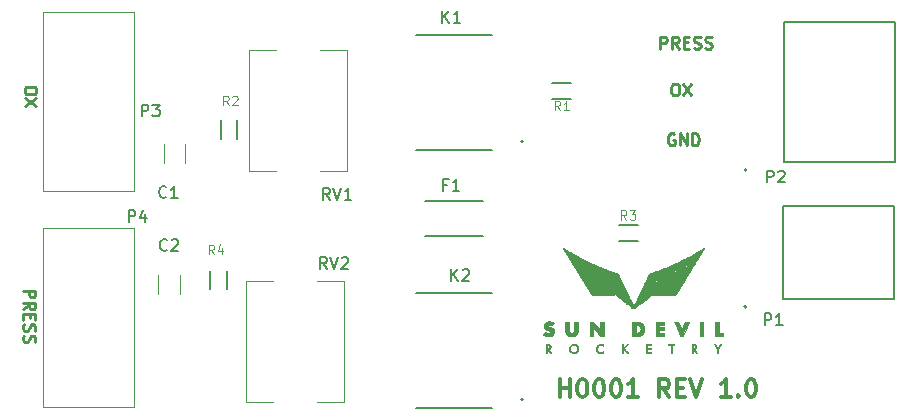
<source format=gbr>
%TF.GenerationSoftware,KiCad,Pcbnew,(6.0.2)*%
%TF.CreationDate,2022-03-05T20:41:56-07:00*%
%TF.ProjectId,H0001-Solenoid-Driver,48303030-312d-4536-9f6c-656e6f69642d,rev?*%
%TF.SameCoordinates,Original*%
%TF.FileFunction,Legend,Top*%
%TF.FilePolarity,Positive*%
%FSLAX46Y46*%
G04 Gerber Fmt 4.6, Leading zero omitted, Abs format (unit mm)*
G04 Created by KiCad (PCBNEW (6.0.2)) date 2022-03-05 20:41:56*
%MOMM*%
%LPD*%
G01*
G04 APERTURE LIST*
%ADD10C,0.250000*%
%ADD11C,0.300000*%
%ADD12C,0.150000*%
%ADD13C,0.076200*%
%ADD14C,0.010000*%
%ADD15C,0.120000*%
%ADD16C,0.127000*%
%ADD17C,0.200000*%
G04 APERTURE END LIST*
D10*
X93578419Y-89171733D02*
X94578419Y-89171733D01*
X94578419Y-89552685D01*
X94530800Y-89647923D01*
X94483180Y-89695542D01*
X94387942Y-89743161D01*
X94245085Y-89743161D01*
X94149847Y-89695542D01*
X94102228Y-89647923D01*
X94054609Y-89552685D01*
X94054609Y-89171733D01*
X93578419Y-90743161D02*
X94054609Y-90409828D01*
X93578419Y-90171733D02*
X94578419Y-90171733D01*
X94578419Y-90552685D01*
X94530800Y-90647923D01*
X94483180Y-90695542D01*
X94387942Y-90743161D01*
X94245085Y-90743161D01*
X94149847Y-90695542D01*
X94102228Y-90647923D01*
X94054609Y-90552685D01*
X94054609Y-90171733D01*
X94102228Y-91171733D02*
X94102228Y-91505066D01*
X93578419Y-91647923D02*
X93578419Y-91171733D01*
X94578419Y-91171733D01*
X94578419Y-91647923D01*
X93626038Y-92028876D02*
X93578419Y-92171733D01*
X93578419Y-92409828D01*
X93626038Y-92505066D01*
X93673657Y-92552685D01*
X93768895Y-92600304D01*
X93864133Y-92600304D01*
X93959371Y-92552685D01*
X94006990Y-92505066D01*
X94054609Y-92409828D01*
X94102228Y-92219352D01*
X94149847Y-92124114D01*
X94197466Y-92076495D01*
X94292704Y-92028876D01*
X94387942Y-92028876D01*
X94483180Y-92076495D01*
X94530800Y-92124114D01*
X94578419Y-92219352D01*
X94578419Y-92457447D01*
X94530800Y-92600304D01*
X93626038Y-92981257D02*
X93578419Y-93124114D01*
X93578419Y-93362209D01*
X93626038Y-93457447D01*
X93673657Y-93505066D01*
X93768895Y-93552685D01*
X93864133Y-93552685D01*
X93959371Y-93505066D01*
X94006990Y-93457447D01*
X94054609Y-93362209D01*
X94102228Y-93171733D01*
X94149847Y-93076495D01*
X94197466Y-93028876D01*
X94292704Y-92981257D01*
X94387942Y-92981257D01*
X94483180Y-93028876D01*
X94530800Y-93076495D01*
X94578419Y-93171733D01*
X94578419Y-93409828D01*
X94530800Y-93552685D01*
X94680019Y-72123371D02*
X94680019Y-72313847D01*
X94632400Y-72409085D01*
X94537161Y-72504323D01*
X94346685Y-72551942D01*
X94013352Y-72551942D01*
X93822876Y-72504323D01*
X93727638Y-72409085D01*
X93680019Y-72313847D01*
X93680019Y-72123371D01*
X93727638Y-72028133D01*
X93822876Y-71932895D01*
X94013352Y-71885276D01*
X94346685Y-71885276D01*
X94537161Y-71932895D01*
X94632400Y-72028133D01*
X94680019Y-72123371D01*
X94680019Y-72885276D02*
X93680019Y-73551942D01*
X94680019Y-73551942D02*
X93680019Y-72885276D01*
X147490133Y-68676780D02*
X147490133Y-67676780D01*
X147871085Y-67676780D01*
X147966323Y-67724400D01*
X148013942Y-67772019D01*
X148061561Y-67867257D01*
X148061561Y-68010114D01*
X148013942Y-68105352D01*
X147966323Y-68152971D01*
X147871085Y-68200590D01*
X147490133Y-68200590D01*
X149061561Y-68676780D02*
X148728228Y-68200590D01*
X148490133Y-68676780D02*
X148490133Y-67676780D01*
X148871085Y-67676780D01*
X148966323Y-67724400D01*
X149013942Y-67772019D01*
X149061561Y-67867257D01*
X149061561Y-68010114D01*
X149013942Y-68105352D01*
X148966323Y-68152971D01*
X148871085Y-68200590D01*
X148490133Y-68200590D01*
X149490133Y-68152971D02*
X149823466Y-68152971D01*
X149966323Y-68676780D02*
X149490133Y-68676780D01*
X149490133Y-67676780D01*
X149966323Y-67676780D01*
X150347276Y-68629161D02*
X150490133Y-68676780D01*
X150728228Y-68676780D01*
X150823466Y-68629161D01*
X150871085Y-68581542D01*
X150918704Y-68486304D01*
X150918704Y-68391066D01*
X150871085Y-68295828D01*
X150823466Y-68248209D01*
X150728228Y-68200590D01*
X150537752Y-68152971D01*
X150442514Y-68105352D01*
X150394895Y-68057733D01*
X150347276Y-67962495D01*
X150347276Y-67867257D01*
X150394895Y-67772019D01*
X150442514Y-67724400D01*
X150537752Y-67676780D01*
X150775847Y-67676780D01*
X150918704Y-67724400D01*
X151299657Y-68629161D02*
X151442514Y-68676780D01*
X151680609Y-68676780D01*
X151775847Y-68629161D01*
X151823466Y-68581542D01*
X151871085Y-68486304D01*
X151871085Y-68391066D01*
X151823466Y-68295828D01*
X151775847Y-68248209D01*
X151680609Y-68200590D01*
X151490133Y-68152971D01*
X151394895Y-68105352D01*
X151347276Y-68057733D01*
X151299657Y-67962495D01*
X151299657Y-67867257D01*
X151347276Y-67772019D01*
X151394895Y-67724400D01*
X151490133Y-67676780D01*
X151728228Y-67676780D01*
X151871085Y-67724400D01*
X148691695Y-75903200D02*
X148596457Y-75855580D01*
X148453600Y-75855580D01*
X148310742Y-75903200D01*
X148215504Y-75998438D01*
X148167885Y-76093676D01*
X148120266Y-76284152D01*
X148120266Y-76427009D01*
X148167885Y-76617485D01*
X148215504Y-76712723D01*
X148310742Y-76807961D01*
X148453600Y-76855580D01*
X148548838Y-76855580D01*
X148691695Y-76807961D01*
X148739314Y-76760342D01*
X148739314Y-76427009D01*
X148548838Y-76427009D01*
X149167885Y-76855580D02*
X149167885Y-75855580D01*
X149739314Y-76855580D01*
X149739314Y-75855580D01*
X150215504Y-76855580D02*
X150215504Y-75855580D01*
X150453600Y-75855580D01*
X150596457Y-75903200D01*
X150691695Y-75998438D01*
X150739314Y-76093676D01*
X150786933Y-76284152D01*
X150786933Y-76427009D01*
X150739314Y-76617485D01*
X150691695Y-76712723D01*
X150596457Y-76807961D01*
X150453600Y-76855580D01*
X150215504Y-76855580D01*
D11*
X138983485Y-98163771D02*
X138983485Y-96663771D01*
X138983485Y-97378057D02*
X139840628Y-97378057D01*
X139840628Y-98163771D02*
X139840628Y-96663771D01*
X140840628Y-96663771D02*
X140983485Y-96663771D01*
X141126342Y-96735200D01*
X141197771Y-96806628D01*
X141269200Y-96949485D01*
X141340628Y-97235200D01*
X141340628Y-97592342D01*
X141269200Y-97878057D01*
X141197771Y-98020914D01*
X141126342Y-98092342D01*
X140983485Y-98163771D01*
X140840628Y-98163771D01*
X140697771Y-98092342D01*
X140626342Y-98020914D01*
X140554914Y-97878057D01*
X140483485Y-97592342D01*
X140483485Y-97235200D01*
X140554914Y-96949485D01*
X140626342Y-96806628D01*
X140697771Y-96735200D01*
X140840628Y-96663771D01*
X142269200Y-96663771D02*
X142412057Y-96663771D01*
X142554914Y-96735200D01*
X142626342Y-96806628D01*
X142697771Y-96949485D01*
X142769200Y-97235200D01*
X142769200Y-97592342D01*
X142697771Y-97878057D01*
X142626342Y-98020914D01*
X142554914Y-98092342D01*
X142412057Y-98163771D01*
X142269200Y-98163771D01*
X142126342Y-98092342D01*
X142054914Y-98020914D01*
X141983485Y-97878057D01*
X141912057Y-97592342D01*
X141912057Y-97235200D01*
X141983485Y-96949485D01*
X142054914Y-96806628D01*
X142126342Y-96735200D01*
X142269200Y-96663771D01*
X143697771Y-96663771D02*
X143840628Y-96663771D01*
X143983485Y-96735200D01*
X144054914Y-96806628D01*
X144126342Y-96949485D01*
X144197771Y-97235200D01*
X144197771Y-97592342D01*
X144126342Y-97878057D01*
X144054914Y-98020914D01*
X143983485Y-98092342D01*
X143840628Y-98163771D01*
X143697771Y-98163771D01*
X143554914Y-98092342D01*
X143483485Y-98020914D01*
X143412057Y-97878057D01*
X143340628Y-97592342D01*
X143340628Y-97235200D01*
X143412057Y-96949485D01*
X143483485Y-96806628D01*
X143554914Y-96735200D01*
X143697771Y-96663771D01*
X145626342Y-98163771D02*
X144769200Y-98163771D01*
X145197771Y-98163771D02*
X145197771Y-96663771D01*
X145054914Y-96878057D01*
X144912057Y-97020914D01*
X144769200Y-97092342D01*
X148269200Y-98163771D02*
X147769200Y-97449485D01*
X147412057Y-98163771D02*
X147412057Y-96663771D01*
X147983485Y-96663771D01*
X148126342Y-96735200D01*
X148197771Y-96806628D01*
X148269200Y-96949485D01*
X148269200Y-97163771D01*
X148197771Y-97306628D01*
X148126342Y-97378057D01*
X147983485Y-97449485D01*
X147412057Y-97449485D01*
X148912057Y-97378057D02*
X149412057Y-97378057D01*
X149626342Y-98163771D02*
X148912057Y-98163771D01*
X148912057Y-96663771D01*
X149626342Y-96663771D01*
X150054914Y-96663771D02*
X150554914Y-98163771D01*
X151054914Y-96663771D01*
X153483485Y-98163771D02*
X152626342Y-98163771D01*
X153054914Y-98163771D02*
X153054914Y-96663771D01*
X152912057Y-96878057D01*
X152769200Y-97020914D01*
X152626342Y-97092342D01*
X154126342Y-98020914D02*
X154197771Y-98092342D01*
X154126342Y-98163771D01*
X154054914Y-98092342D01*
X154126342Y-98020914D01*
X154126342Y-98163771D01*
X155126342Y-96663771D02*
X155269200Y-96663771D01*
X155412057Y-96735200D01*
X155483485Y-96806628D01*
X155554914Y-96949485D01*
X155626342Y-97235200D01*
X155626342Y-97592342D01*
X155554914Y-97878057D01*
X155483485Y-98020914D01*
X155412057Y-98092342D01*
X155269200Y-98163771D01*
X155126342Y-98163771D01*
X154983485Y-98092342D01*
X154912057Y-98020914D01*
X154840628Y-97878057D01*
X154769200Y-97592342D01*
X154769200Y-97235200D01*
X154840628Y-96949485D01*
X154912057Y-96806628D01*
X154983485Y-96735200D01*
X155126342Y-96663771D01*
D10*
X148678971Y-71639180D02*
X148869447Y-71639180D01*
X148964685Y-71686800D01*
X149059923Y-71782038D01*
X149107542Y-71972514D01*
X149107542Y-72305847D01*
X149059923Y-72496323D01*
X148964685Y-72591561D01*
X148869447Y-72639180D01*
X148678971Y-72639180D01*
X148583733Y-72591561D01*
X148488495Y-72496323D01*
X148440876Y-72305847D01*
X148440876Y-71972514D01*
X148488495Y-71782038D01*
X148583733Y-71686800D01*
X148678971Y-71639180D01*
X149440876Y-71639180D02*
X150107542Y-72639180D01*
X150107542Y-71639180D02*
X149440876Y-72639180D01*
D12*
%TO.C,RV2*%
X119292761Y-87320380D02*
X118959428Y-86844190D01*
X118721333Y-87320380D02*
X118721333Y-86320380D01*
X119102285Y-86320380D01*
X119197523Y-86368000D01*
X119245142Y-86415619D01*
X119292761Y-86510857D01*
X119292761Y-86653714D01*
X119245142Y-86748952D01*
X119197523Y-86796571D01*
X119102285Y-86844190D01*
X118721333Y-86844190D01*
X119578476Y-86320380D02*
X119911809Y-87320380D01*
X120245142Y-86320380D01*
X120530857Y-86415619D02*
X120578476Y-86368000D01*
X120673714Y-86320380D01*
X120911809Y-86320380D01*
X121007047Y-86368000D01*
X121054666Y-86415619D01*
X121102285Y-86510857D01*
X121102285Y-86606095D01*
X121054666Y-86748952D01*
X120483238Y-87320380D01*
X121102285Y-87320380D01*
D13*
%TO.C,R1*%
X139030666Y-73894904D02*
X138764000Y-73513952D01*
X138573523Y-73894904D02*
X138573523Y-73094904D01*
X138878285Y-73094904D01*
X138954476Y-73133000D01*
X138992571Y-73171095D01*
X139030666Y-73247285D01*
X139030666Y-73361571D01*
X138992571Y-73437761D01*
X138954476Y-73475857D01*
X138878285Y-73513952D01*
X138573523Y-73513952D01*
X139792571Y-73894904D02*
X139335428Y-73894904D01*
X139564000Y-73894904D02*
X139564000Y-73094904D01*
X139487809Y-73209190D01*
X139411619Y-73285380D01*
X139335428Y-73323476D01*
D12*
%TO.C,P1*%
X156335504Y-92095580D02*
X156335504Y-91095580D01*
X156716457Y-91095580D01*
X156811695Y-91143200D01*
X156859314Y-91190819D01*
X156906933Y-91286057D01*
X156906933Y-91428914D01*
X156859314Y-91524152D01*
X156811695Y-91571771D01*
X156716457Y-91619390D01*
X156335504Y-91619390D01*
X157859314Y-92095580D02*
X157287885Y-92095580D01*
X157573600Y-92095580D02*
X157573600Y-91095580D01*
X157478361Y-91238438D01*
X157383123Y-91333676D01*
X157287885Y-91381295D01*
%TO.C,C1*%
X105700533Y-81230742D02*
X105652914Y-81278361D01*
X105510057Y-81325980D01*
X105414819Y-81325980D01*
X105271961Y-81278361D01*
X105176723Y-81183123D01*
X105129104Y-81087885D01*
X105081485Y-80897409D01*
X105081485Y-80754552D01*
X105129104Y-80564076D01*
X105176723Y-80468838D01*
X105271961Y-80373600D01*
X105414819Y-80325980D01*
X105510057Y-80325980D01*
X105652914Y-80373600D01*
X105700533Y-80421219D01*
X106652914Y-81325980D02*
X106081485Y-81325980D01*
X106367200Y-81325980D02*
X106367200Y-80325980D01*
X106271961Y-80468838D01*
X106176723Y-80564076D01*
X106081485Y-80611695D01*
%TO.C,P4*%
X102487504Y-83357980D02*
X102487504Y-82357980D01*
X102868457Y-82357980D01*
X102963695Y-82405600D01*
X103011314Y-82453219D01*
X103058933Y-82548457D01*
X103058933Y-82691314D01*
X103011314Y-82786552D01*
X102963695Y-82834171D01*
X102868457Y-82881790D01*
X102487504Y-82881790D01*
X103916076Y-82691314D02*
X103916076Y-83357980D01*
X103677980Y-82310361D02*
X103439885Y-83024647D01*
X104058933Y-83024647D01*
%TO.C,P3*%
X103605104Y-74417180D02*
X103605104Y-73417180D01*
X103986057Y-73417180D01*
X104081295Y-73464800D01*
X104128914Y-73512419D01*
X104176533Y-73607657D01*
X104176533Y-73750514D01*
X104128914Y-73845752D01*
X104081295Y-73893371D01*
X103986057Y-73940990D01*
X103605104Y-73940990D01*
X104509866Y-73417180D02*
X105128914Y-73417180D01*
X104795580Y-73798133D01*
X104938438Y-73798133D01*
X105033676Y-73845752D01*
X105081295Y-73893371D01*
X105128914Y-73988609D01*
X105128914Y-74226704D01*
X105081295Y-74321942D01*
X105033676Y-74369561D01*
X104938438Y-74417180D01*
X104652723Y-74417180D01*
X104557485Y-74369561D01*
X104509866Y-74321942D01*
%TO.C,K2*%
X129817904Y-88336380D02*
X129817904Y-87336380D01*
X130389333Y-88336380D02*
X129960761Y-87764952D01*
X130389333Y-87336380D02*
X129817904Y-87907809D01*
X130770285Y-87431619D02*
X130817904Y-87384000D01*
X130913142Y-87336380D01*
X131151238Y-87336380D01*
X131246476Y-87384000D01*
X131294095Y-87431619D01*
X131341714Y-87526857D01*
X131341714Y-87622095D01*
X131294095Y-87764952D01*
X130722666Y-88336380D01*
X131341714Y-88336380D01*
%TO.C,K1*%
X129055904Y-66492380D02*
X129055904Y-65492380D01*
X129627333Y-66492380D02*
X129198761Y-65920952D01*
X129627333Y-65492380D02*
X129055904Y-66063809D01*
X130579714Y-66492380D02*
X130008285Y-66492380D01*
X130294000Y-66492380D02*
X130294000Y-65492380D01*
X130198761Y-65635238D01*
X130103523Y-65730476D01*
X130008285Y-65778095D01*
%TO.C,RV1*%
X119546761Y-81478380D02*
X119213428Y-81002190D01*
X118975333Y-81478380D02*
X118975333Y-80478380D01*
X119356285Y-80478380D01*
X119451523Y-80526000D01*
X119499142Y-80573619D01*
X119546761Y-80668857D01*
X119546761Y-80811714D01*
X119499142Y-80906952D01*
X119451523Y-80954571D01*
X119356285Y-81002190D01*
X118975333Y-81002190D01*
X119832476Y-80478380D02*
X120165809Y-81478380D01*
X120499142Y-80478380D01*
X121356285Y-81478380D02*
X120784857Y-81478380D01*
X121070571Y-81478380D02*
X121070571Y-80478380D01*
X120975333Y-80621238D01*
X120880095Y-80716476D01*
X120784857Y-80764095D01*
%TO.C,P2*%
X156538704Y-80005180D02*
X156538704Y-79005180D01*
X156919657Y-79005180D01*
X157014895Y-79052800D01*
X157062514Y-79100419D01*
X157110133Y-79195657D01*
X157110133Y-79338514D01*
X157062514Y-79433752D01*
X157014895Y-79481371D01*
X156919657Y-79528990D01*
X156538704Y-79528990D01*
X157491085Y-79100419D02*
X157538704Y-79052800D01*
X157633942Y-79005180D01*
X157872038Y-79005180D01*
X157967276Y-79052800D01*
X158014895Y-79100419D01*
X158062514Y-79195657D01*
X158062514Y-79290895D01*
X158014895Y-79433752D01*
X157443466Y-80005180D01*
X158062514Y-80005180D01*
%TO.C,F1*%
X129463800Y-80193242D02*
X129133600Y-80193242D01*
X129133600Y-80712128D02*
X129133600Y-79721528D01*
X129605314Y-79721528D01*
X130501571Y-80712128D02*
X129935514Y-80712128D01*
X130218542Y-80712128D02*
X130218542Y-79721528D01*
X130124200Y-79863042D01*
X130029857Y-79957385D01*
X129935514Y-80004557D01*
D13*
%TO.C,R3*%
X144646666Y-83165904D02*
X144380000Y-82784952D01*
X144189523Y-83165904D02*
X144189523Y-82365904D01*
X144494285Y-82365904D01*
X144570476Y-82404000D01*
X144608571Y-82442095D01*
X144646666Y-82518285D01*
X144646666Y-82632571D01*
X144608571Y-82708761D01*
X144570476Y-82746857D01*
X144494285Y-82784952D01*
X144189523Y-82784952D01*
X144913333Y-82365904D02*
X145408571Y-82365904D01*
X145141904Y-82670666D01*
X145256190Y-82670666D01*
X145332380Y-82708761D01*
X145370476Y-82746857D01*
X145408571Y-82823047D01*
X145408571Y-83013523D01*
X145370476Y-83089714D01*
X145332380Y-83127809D01*
X145256190Y-83165904D01*
X145027619Y-83165904D01*
X144951428Y-83127809D01*
X144913333Y-83089714D01*
%TO.C,R4*%
X109721666Y-86086904D02*
X109455000Y-85705952D01*
X109264523Y-86086904D02*
X109264523Y-85286904D01*
X109569285Y-85286904D01*
X109645476Y-85325000D01*
X109683571Y-85363095D01*
X109721666Y-85439285D01*
X109721666Y-85553571D01*
X109683571Y-85629761D01*
X109645476Y-85667857D01*
X109569285Y-85705952D01*
X109264523Y-85705952D01*
X110407380Y-85553571D02*
X110407380Y-86086904D01*
X110216904Y-85248809D02*
X110026428Y-85820238D01*
X110521666Y-85820238D01*
D12*
%TO.C,C2*%
X105751333Y-85701142D02*
X105703714Y-85748761D01*
X105560857Y-85796380D01*
X105465619Y-85796380D01*
X105322761Y-85748761D01*
X105227523Y-85653523D01*
X105179904Y-85558285D01*
X105132285Y-85367809D01*
X105132285Y-85224952D01*
X105179904Y-85034476D01*
X105227523Y-84939238D01*
X105322761Y-84844000D01*
X105465619Y-84796380D01*
X105560857Y-84796380D01*
X105703714Y-84844000D01*
X105751333Y-84891619D01*
X106132285Y-84891619D02*
X106179904Y-84844000D01*
X106275142Y-84796380D01*
X106513238Y-84796380D01*
X106608476Y-84844000D01*
X106656095Y-84891619D01*
X106703714Y-84986857D01*
X106703714Y-85082095D01*
X106656095Y-85224952D01*
X106084666Y-85796380D01*
X106703714Y-85796380D01*
D13*
%TO.C,R2*%
X110966266Y-73463104D02*
X110699600Y-73082152D01*
X110509123Y-73463104D02*
X110509123Y-72663104D01*
X110813885Y-72663104D01*
X110890076Y-72701200D01*
X110928171Y-72739295D01*
X110966266Y-72815485D01*
X110966266Y-72929771D01*
X110928171Y-73005961D01*
X110890076Y-73044057D01*
X110813885Y-73082152D01*
X110509123Y-73082152D01*
X111271028Y-72739295D02*
X111309123Y-72701200D01*
X111385314Y-72663104D01*
X111575790Y-72663104D01*
X111651980Y-72701200D01*
X111690076Y-72739295D01*
X111728171Y-72815485D01*
X111728171Y-72891676D01*
X111690076Y-73005961D01*
X111232933Y-73463104D01*
X111728171Y-73463104D01*
D14*
%TO.C,LOGO1*%
X151153917Y-91791685D02*
X151156536Y-92398745D01*
X151156536Y-92398745D02*
X151159156Y-93005805D01*
X151159156Y-93005805D02*
X150833877Y-93005805D01*
X150833877Y-93005805D02*
X150833877Y-91786089D01*
X150833877Y-91786089D02*
X151153917Y-91791685D01*
X151153917Y-91791685D02*
X151153917Y-91791685D01*
G36*
X151153917Y-91791685D02*
G01*
X151156536Y-92398745D01*
X151159156Y-93005805D01*
X150833877Y-93005805D01*
X150833877Y-91786089D01*
X151153917Y-91791685D01*
G37*
X151153917Y-91791685D02*
X151156536Y-92398745D01*
X151159156Y-93005805D01*
X150833877Y-93005805D01*
X150833877Y-91786089D01*
X151153917Y-91791685D01*
X139289672Y-85573461D02*
X139313837Y-85586164D01*
X139313837Y-85586164D02*
X139346312Y-85604352D01*
X139346312Y-85604352D02*
X139357140Y-85610602D01*
X139357140Y-85610602D02*
X139395986Y-85633156D01*
X139395986Y-85633156D02*
X139432412Y-85654275D01*
X139432412Y-85654275D02*
X139459394Y-85669887D01*
X139459394Y-85669887D02*
X139462296Y-85671562D01*
X139462296Y-85671562D02*
X139495580Y-85690768D01*
X139495580Y-85690768D02*
X139528336Y-85709687D01*
X139528336Y-85709687D02*
X139547754Y-85720841D01*
X139547754Y-85720841D02*
X139581276Y-85740026D01*
X139581276Y-85740026D02*
X139625350Y-85765213D01*
X139625350Y-85765213D02*
X139676426Y-85794372D01*
X139676426Y-85794372D02*
X139723917Y-85821462D01*
X139723917Y-85821462D02*
X139776620Y-85851583D01*
X139776620Y-85851583D02*
X139823894Y-85878730D01*
X139823894Y-85878730D02*
X139862627Y-85901106D01*
X139862627Y-85901106D02*
X139889706Y-85916914D01*
X139889706Y-85916914D02*
X139901717Y-85924154D01*
X139901717Y-85924154D02*
X139920570Y-85935333D01*
X139920570Y-85935333D02*
X139947380Y-85949991D01*
X139947380Y-85949991D02*
X139952517Y-85952689D01*
X139952517Y-85952689D02*
X139974942Y-85964770D01*
X139974942Y-85964770D02*
X140010321Y-85984281D01*
X140010321Y-85984281D02*
X140053944Y-86008608D01*
X140053944Y-86008608D02*
X140101101Y-86035136D01*
X140101101Y-86035136D02*
X140104917Y-86037293D01*
X140104917Y-86037293D02*
X140152140Y-86063827D01*
X140152140Y-86063827D02*
X140196212Y-86088288D01*
X140196212Y-86088288D02*
X140232428Y-86108083D01*
X140232428Y-86108083D02*
X140256082Y-86120620D01*
X140256082Y-86120620D02*
X140257317Y-86121245D01*
X140257317Y-86121245D02*
X140286353Y-86136297D01*
X140286353Y-86136297D02*
X140310771Y-86149678D01*
X140310771Y-86149678D02*
X140313197Y-86151088D01*
X140313197Y-86151088D02*
X140329469Y-86160195D01*
X140329469Y-86160195D02*
X140359656Y-86176674D01*
X140359656Y-86176674D02*
X140399738Y-86198345D01*
X140399738Y-86198345D02*
X140445695Y-86223027D01*
X140445695Y-86223027D02*
X140455437Y-86228239D01*
X140455437Y-86228239D02*
X140504490Y-86254517D01*
X140504490Y-86254517D02*
X140550825Y-86279426D01*
X140550825Y-86279426D02*
X140589571Y-86300342D01*
X140589571Y-86300342D02*
X140615859Y-86314641D01*
X140615859Y-86314641D02*
X140617997Y-86315816D01*
X140617997Y-86315816D02*
X140659167Y-86337980D01*
X140659167Y-86337980D02*
X140715977Y-86367809D01*
X140715977Y-86367809D02*
X140785835Y-86403995D01*
X140785835Y-86403995D02*
X140866148Y-86445232D01*
X140866148Y-86445232D02*
X140954327Y-86490210D01*
X140954327Y-86490210D02*
X141047778Y-86537623D01*
X141047778Y-86537623D02*
X141143909Y-86586161D01*
X141143909Y-86586161D02*
X141240130Y-86634519D01*
X141240130Y-86634519D02*
X141333849Y-86681387D01*
X141333849Y-86681387D02*
X141422473Y-86725457D01*
X141422473Y-86725457D02*
X141503411Y-86765423D01*
X141503411Y-86765423D02*
X141574071Y-86799976D01*
X141574071Y-86799976D02*
X141631861Y-86827807D01*
X141631861Y-86827807D02*
X141644157Y-86833639D01*
X141644157Y-86833639D02*
X141734116Y-86875823D01*
X141734116Y-86875823D02*
X141837808Y-86923921D01*
X141837808Y-86923921D02*
X141950357Y-86975687D01*
X141950357Y-86975687D02*
X142066886Y-87028878D01*
X142066886Y-87028878D02*
X142162317Y-87072131D01*
X142162317Y-87072131D02*
X142286421Y-87127211D01*
X142286421Y-87127211D02*
X142421638Y-87185498D01*
X142421638Y-87185498D02*
X142562130Y-87244568D01*
X142562130Y-87244568D02*
X142702059Y-87301998D01*
X142702059Y-87301998D02*
X142835589Y-87355362D01*
X142835589Y-87355362D02*
X142956882Y-87402237D01*
X142956882Y-87402237D02*
X142959877Y-87403369D01*
X142959877Y-87403369D02*
X143012400Y-87423302D01*
X143012400Y-87423302D02*
X143059411Y-87441321D01*
X143059411Y-87441321D02*
X143097052Y-87455933D01*
X143097052Y-87455933D02*
X143121463Y-87465646D01*
X143121463Y-87465646D02*
X143127517Y-87468206D01*
X143127517Y-87468206D02*
X143157189Y-87480269D01*
X143157189Y-87480269D02*
X143203083Y-87497214D01*
X143203083Y-87497214D02*
X143261986Y-87517987D01*
X143261986Y-87517987D02*
X143330687Y-87541536D01*
X143330687Y-87541536D02*
X143405971Y-87566809D01*
X143405971Y-87566809D02*
X143484627Y-87592752D01*
X143484627Y-87592752D02*
X143563443Y-87618313D01*
X143563443Y-87618313D02*
X143639205Y-87642440D01*
X143639205Y-87642440D02*
X143708702Y-87664080D01*
X143708702Y-87664080D02*
X143768721Y-87682180D01*
X143768721Y-87682180D02*
X143816049Y-87695687D01*
X143816049Y-87695687D02*
X143842188Y-87702381D01*
X143842188Y-87702381D02*
X143896460Y-87714918D01*
X143896460Y-87714918D02*
X143982876Y-87894021D01*
X143982876Y-87894021D02*
X144015798Y-87962127D01*
X144015798Y-87962127D02*
X144054373Y-88041729D01*
X144054373Y-88041729D02*
X144095324Y-88126072D01*
X144095324Y-88126072D02*
X144135369Y-88208400D01*
X144135369Y-88208400D02*
X144168480Y-88276325D01*
X144168480Y-88276325D02*
X144200887Y-88342812D01*
X144200887Y-88342812D02*
X144233523Y-88409943D01*
X144233523Y-88409943D02*
X144264200Y-88473202D01*
X144264200Y-88473202D02*
X144290729Y-88528076D01*
X144290729Y-88528076D02*
X144310921Y-88570048D01*
X144310921Y-88570048D02*
X144313790Y-88576045D01*
X144313790Y-88576045D02*
X144334408Y-88619189D01*
X144334408Y-88619189D02*
X144361045Y-88674924D01*
X144361045Y-88674924D02*
X144390955Y-88737507D01*
X144390955Y-88737507D02*
X144421393Y-88801194D01*
X144421393Y-88801194D02*
X144437610Y-88835125D01*
X144437610Y-88835125D02*
X144468058Y-88898469D01*
X144468058Y-88898469D02*
X144504357Y-88973419D01*
X144504357Y-88973419D02*
X144543302Y-89053388D01*
X144543302Y-89053388D02*
X144581685Y-89131792D01*
X144581685Y-89131792D02*
X144611352Y-89192032D01*
X144611352Y-89192032D02*
X144639803Y-89250116D01*
X144639803Y-89250116D02*
X144664907Y-89302350D01*
X144664907Y-89302350D02*
X144685339Y-89345893D01*
X144685339Y-89345893D02*
X144699772Y-89377907D01*
X144699772Y-89377907D02*
X144706883Y-89395553D01*
X144706883Y-89395553D02*
X144707397Y-89397772D01*
X144707397Y-89397772D02*
X144714429Y-89408609D01*
X144714429Y-89408609D02*
X144717557Y-89409165D01*
X144717557Y-89409165D02*
X144727014Y-89417178D01*
X144727014Y-89417178D02*
X144727717Y-89421775D01*
X144727717Y-89421775D02*
X144731947Y-89436446D01*
X144731947Y-89436446D02*
X144743144Y-89463825D01*
X144743144Y-89463825D02*
X144759063Y-89498506D01*
X144759063Y-89498506D02*
X144762495Y-89505595D01*
X144762495Y-89505595D02*
X144778109Y-89537699D01*
X144778109Y-89537699D02*
X144800418Y-89583751D01*
X144800418Y-89583751D02*
X144827312Y-89639385D01*
X144827312Y-89639385D02*
X144856681Y-89700237D01*
X144856681Y-89700237D02*
X144885327Y-89759685D01*
X144885327Y-89759685D02*
X144919824Y-89831168D01*
X144919824Y-89831168D02*
X144958401Y-89910837D01*
X144958401Y-89910837D02*
X144997527Y-89991418D01*
X144997527Y-89991418D02*
X145033674Y-90065638D01*
X145033674Y-90065638D02*
X145053748Y-90106717D01*
X145053748Y-90106717D02*
X145079577Y-90160065D01*
X145079577Y-90160065D02*
X145101960Y-90207426D01*
X145101960Y-90207426D02*
X145119460Y-90245667D01*
X145119460Y-90245667D02*
X145130642Y-90271657D01*
X145130642Y-90271657D02*
X145134117Y-90281977D01*
X145134117Y-90281977D02*
X145141300Y-90292595D01*
X145141300Y-90292595D02*
X145144277Y-90293085D01*
X145144277Y-90293085D02*
X145153819Y-90301049D01*
X145153819Y-90301049D02*
X145154437Y-90305197D01*
X145154437Y-90305197D02*
X145158608Y-90320282D01*
X145158608Y-90320282D02*
X145169482Y-90346820D01*
X145169482Y-90346820D02*
X145184596Y-90379797D01*
X145184596Y-90379797D02*
X145201491Y-90414202D01*
X145201491Y-90414202D02*
X145217703Y-90445023D01*
X145217703Y-90445023D02*
X145230772Y-90467250D01*
X145230772Y-90467250D02*
X145238237Y-90475869D01*
X145238237Y-90475869D02*
X145238257Y-90475869D01*
X145238257Y-90475869D02*
X145245491Y-90468009D01*
X145245491Y-90468009D02*
X145245877Y-90464386D01*
X145245877Y-90464386D02*
X145250148Y-90451679D01*
X145250148Y-90451679D02*
X145261934Y-90424188D01*
X145261934Y-90424188D02*
X145279695Y-90385319D01*
X145279695Y-90385319D02*
X145301890Y-90338477D01*
X145301890Y-90338477D02*
X145315968Y-90309446D01*
X145315968Y-90309446D02*
X145346096Y-90247635D01*
X145346096Y-90247635D02*
X145381308Y-90175099D01*
X145381308Y-90175099D02*
X145417918Y-90099443D01*
X145417918Y-90099443D02*
X145452244Y-90028274D01*
X145452244Y-90028274D02*
X145464145Y-90003525D01*
X145464145Y-90003525D02*
X145494713Y-89940166D01*
X145494713Y-89940166D02*
X145527235Y-89873232D01*
X145527235Y-89873232D02*
X145558662Y-89808968D01*
X145558662Y-89808968D02*
X145585942Y-89753622D01*
X145585942Y-89753622D02*
X145597253Y-89730888D01*
X145597253Y-89730888D02*
X145618634Y-89686977D01*
X145618634Y-89686977D02*
X145636139Y-89648864D01*
X145636139Y-89648864D02*
X145647956Y-89620643D01*
X145647956Y-89620643D02*
X145652277Y-89606428D01*
X145652277Y-89606428D02*
X145658045Y-89593466D01*
X145658045Y-89593466D02*
X145662437Y-89592045D01*
X145662437Y-89592045D02*
X145672248Y-89584267D01*
X145672248Y-89584267D02*
X145672597Y-89581542D01*
X145672597Y-89581542D02*
X145676894Y-89569738D01*
X145676894Y-89569738D02*
X145688933Y-89542469D01*
X145688933Y-89542469D02*
X145707436Y-89502481D01*
X145707436Y-89502481D02*
X145731125Y-89452516D01*
X145731125Y-89452516D02*
X145758719Y-89395319D01*
X145758719Y-89395319D02*
X145773201Y-89365642D01*
X145773201Y-89365642D02*
X145804915Y-89300686D01*
X145804915Y-89300686D02*
X145835930Y-89236784D01*
X145835930Y-89236784D02*
X145864315Y-89177947D01*
X145864315Y-89177947D02*
X145888135Y-89128183D01*
X145888135Y-89128183D02*
X145905459Y-89091503D01*
X145905459Y-89091503D02*
X145908918Y-89084045D01*
X145908918Y-89084045D02*
X145922471Y-89054884D01*
X145922471Y-89054884D02*
X145938877Y-89020083D01*
X145938877Y-89020083D02*
X145958948Y-88977958D01*
X145958948Y-88977958D02*
X145983495Y-88926828D01*
X145983495Y-88926828D02*
X146013329Y-88865012D01*
X146013329Y-88865012D02*
X146049259Y-88790828D01*
X146049259Y-88790828D02*
X146092098Y-88702593D01*
X146092098Y-88702593D02*
X146142655Y-88598625D01*
X146142655Y-88598625D02*
X146170951Y-88540485D01*
X146170951Y-88540485D02*
X146203325Y-88473822D01*
X146203325Y-88473822D02*
X146237382Y-88403422D01*
X146237382Y-88403422D02*
X146270333Y-88335072D01*
X146270333Y-88335072D02*
X146299384Y-88274561D01*
X146299384Y-88274561D02*
X146317943Y-88235685D01*
X146317943Y-88235685D02*
X146345971Y-88176909D01*
X146345971Y-88176909D02*
X146378676Y-88108588D01*
X146378676Y-88108588D02*
X146411871Y-88039458D01*
X146411871Y-88039458D02*
X146439712Y-87981685D01*
X146439712Y-87981685D02*
X146465631Y-87927782D01*
X146465631Y-87927782D02*
X146491174Y-87874238D01*
X146491174Y-87874238D02*
X146513661Y-87826696D01*
X146513661Y-87826696D02*
X146530413Y-87790799D01*
X146530413Y-87790799D02*
X146532553Y-87786138D01*
X146532553Y-87786138D02*
X146543351Y-87762199D01*
X146543351Y-87762199D02*
X146552492Y-87744623D01*
X146552492Y-87744623D02*
X146563204Y-87731509D01*
X146563204Y-87731509D02*
X146578715Y-87720957D01*
X146578715Y-87720957D02*
X146602251Y-87711066D01*
X146602251Y-87711066D02*
X146637038Y-87699934D01*
X146637038Y-87699934D02*
X146686305Y-87685660D01*
X146686305Y-87685660D02*
X146719077Y-87676262D01*
X146719077Y-87676262D02*
X146844971Y-87638134D01*
X146844971Y-87638134D02*
X146985885Y-87592125D01*
X146985885Y-87592125D02*
X147138659Y-87539432D01*
X147138659Y-87539432D02*
X147300135Y-87481250D01*
X147300135Y-87481250D02*
X147467153Y-87418779D01*
X147467153Y-87418779D02*
X147636553Y-87353213D01*
X147636553Y-87353213D02*
X147805177Y-87285750D01*
X147805177Y-87285750D02*
X147969863Y-87217587D01*
X147969863Y-87217587D02*
X148127454Y-87149920D01*
X148127454Y-87149920D02*
X148235895Y-87101663D01*
X148235895Y-87101663D02*
X148278899Y-87082338D01*
X148278899Y-87082338D02*
X148314635Y-87066530D01*
X148314635Y-87066530D02*
X148339346Y-87055884D01*
X148339346Y-87055884D02*
X148349256Y-87052045D01*
X148349256Y-87052045D02*
X148359401Y-87048021D01*
X148359401Y-87048021D02*
X148384020Y-87037125D01*
X148384020Y-87037125D02*
X148419192Y-87021116D01*
X148419192Y-87021116D02*
X148452957Y-87005500D01*
X148452957Y-87005500D02*
X148495853Y-86985556D01*
X148495853Y-86985556D02*
X148551823Y-86959565D01*
X148551823Y-86959565D02*
X148615501Y-86930016D01*
X148615501Y-86930016D02*
X148681522Y-86899400D01*
X148681522Y-86899400D02*
X148730757Y-86876583D01*
X148730757Y-86876583D02*
X148774893Y-86855726D01*
X148774893Y-86855726D02*
X148834593Y-86826899D01*
X148834593Y-86826899D02*
X148907320Y-86791372D01*
X148907320Y-86791372D02*
X148990539Y-86750412D01*
X148990539Y-86750412D02*
X149081714Y-86705286D01*
X149081714Y-86705286D02*
X149178307Y-86657261D01*
X149178307Y-86657261D02*
X149277784Y-86607606D01*
X149277784Y-86607606D02*
X149377608Y-86557588D01*
X149377608Y-86557588D02*
X149475244Y-86508474D01*
X149475244Y-86508474D02*
X149568154Y-86461532D01*
X149568154Y-86461532D02*
X149653803Y-86418030D01*
X149653803Y-86418030D02*
X149729655Y-86379235D01*
X149729655Y-86379235D02*
X149793174Y-86346415D01*
X149793174Y-86346415D02*
X149828037Y-86328152D01*
X149828037Y-86328152D02*
X149900137Y-86289765D01*
X149900137Y-86289765D02*
X149985904Y-86243591D01*
X149985904Y-86243591D02*
X150081313Y-86191836D01*
X150081313Y-86191836D02*
X150182335Y-86136704D01*
X150182335Y-86136704D02*
X150284945Y-86080398D01*
X150284945Y-86080398D02*
X150385115Y-86025123D01*
X150385115Y-86025123D02*
X150478818Y-85973084D01*
X150478818Y-85973084D02*
X150562028Y-85926485D01*
X150562028Y-85926485D02*
X150569717Y-85922153D01*
X150569717Y-85922153D02*
X150627743Y-85889409D01*
X150627743Y-85889409D02*
X150673267Y-85863638D01*
X150673267Y-85863638D02*
X150711506Y-85841865D01*
X150711506Y-85841865D02*
X150747677Y-85821117D01*
X150747677Y-85821117D02*
X150786997Y-85798420D01*
X150786997Y-85798420D02*
X150799643Y-85791101D01*
X150799643Y-85791101D02*
X150896150Y-85735328D01*
X150896150Y-85735328D02*
X150976479Y-85689146D01*
X150976479Y-85689146D02*
X151041959Y-85651826D01*
X151041959Y-85651826D02*
X151093915Y-85622641D01*
X151093915Y-85622641D02*
X151133676Y-85600860D01*
X151133676Y-85600860D02*
X151162569Y-85585757D01*
X151162569Y-85585757D02*
X151181921Y-85576602D01*
X151181921Y-85576602D02*
X151193059Y-85572666D01*
X151193059Y-85572666D02*
X151197083Y-85572904D01*
X151197083Y-85572904D02*
X151197307Y-85585501D01*
X151197307Y-85585501D02*
X151188124Y-85606269D01*
X151188124Y-85606269D02*
X151187467Y-85607361D01*
X151187467Y-85607361D02*
X151173994Y-85629883D01*
X151173994Y-85629883D02*
X151154520Y-85662977D01*
X151154520Y-85662977D02*
X151133183Y-85699608D01*
X151133183Y-85699608D02*
X151132513Y-85700765D01*
X151132513Y-85700765D02*
X151106381Y-85744747D01*
X151106381Y-85744747D02*
X151075977Y-85794266D01*
X151075977Y-85794266D02*
X151050432Y-85834624D01*
X151050432Y-85834624D02*
X151029780Y-85867872D01*
X151029780Y-85867872D02*
X151014362Y-85895162D01*
X151014362Y-85895162D02*
X151006901Y-85911606D01*
X151006901Y-85911606D02*
X151006597Y-85913364D01*
X151006597Y-85913364D02*
X151000928Y-85923853D01*
X151000928Y-85923853D02*
X150998747Y-85924285D01*
X150998747Y-85924285D02*
X150989624Y-85932445D01*
X150989624Y-85932445D02*
X150976120Y-85952915D01*
X150976120Y-85952915D02*
X150970904Y-85962385D01*
X150970904Y-85962385D02*
X150957356Y-85987160D01*
X150957356Y-85987160D02*
X150947531Y-86003274D01*
X150947531Y-86003274D02*
X150945734Y-86005565D01*
X150945734Y-86005565D02*
X150936949Y-86017538D01*
X150936949Y-86017538D02*
X150928584Y-86030965D01*
X150928584Y-86030965D02*
X150918797Y-86047108D01*
X150918797Y-86047108D02*
X150900754Y-86076457D01*
X150900754Y-86076457D02*
X150876946Y-86114972D01*
X150876946Y-86114972D02*
X150849865Y-86158614D01*
X150849865Y-86158614D02*
X150847304Y-86162734D01*
X150847304Y-86162734D02*
X150820300Y-86206880D01*
X150820300Y-86206880D02*
X150796803Y-86246636D01*
X150796803Y-86246636D02*
X150779200Y-86277869D01*
X150779200Y-86277869D02*
X150769880Y-86296446D01*
X150769880Y-86296446D02*
X150769530Y-86297354D01*
X150769530Y-86297354D02*
X150759662Y-86315149D01*
X150759662Y-86315149D02*
X150751750Y-86320525D01*
X150751750Y-86320525D02*
X150742759Y-86328333D01*
X150742759Y-86328333D02*
X150742437Y-86331085D01*
X150742437Y-86331085D02*
X150737113Y-86344530D01*
X150737113Y-86344530D02*
X150723264Y-86368920D01*
X150723264Y-86368920D02*
X150706877Y-86394450D01*
X150706877Y-86394450D02*
X150688185Y-86424006D01*
X150688185Y-86424006D02*
X150675306Y-86447818D01*
X150675306Y-86447818D02*
X150671317Y-86459242D01*
X150671317Y-86459242D02*
X150664994Y-86473067D01*
X150664994Y-86473067D02*
X150662320Y-86474618D01*
X150662320Y-86474618D02*
X150653381Y-86484308D01*
X150653381Y-86484308D02*
X150637036Y-86507390D01*
X150637036Y-86507390D02*
X150616145Y-86539718D01*
X150616145Y-86539718D02*
X150605680Y-86556745D01*
X150605680Y-86556745D02*
X150583757Y-86591490D01*
X150583757Y-86591490D02*
X150565069Y-86618401D01*
X150565069Y-86618401D02*
X150552427Y-86633547D01*
X150552427Y-86633547D02*
X150549339Y-86635485D01*
X150549339Y-86635485D02*
X150537460Y-86639631D01*
X150537460Y-86639631D02*
X150510850Y-86651012D01*
X150510850Y-86651012D02*
X150473081Y-86668038D01*
X150473081Y-86668038D02*
X150427728Y-86689120D01*
X150427728Y-86689120D02*
X150412237Y-86696445D01*
X150412237Y-86696445D02*
X150365702Y-86718415D01*
X150365702Y-86718415D02*
X150326134Y-86736867D01*
X150326134Y-86736867D02*
X150296944Y-86750228D01*
X150296944Y-86750228D02*
X150281538Y-86756925D01*
X150281538Y-86756925D02*
X150280054Y-86757405D01*
X150280054Y-86757405D02*
X150269806Y-86761422D01*
X150269806Y-86761422D02*
X150245486Y-86772189D01*
X150245486Y-86772189D02*
X150211399Y-86787781D01*
X150211399Y-86787781D02*
X150191857Y-86796869D01*
X150191857Y-86796869D02*
X150134845Y-86823405D01*
X150134845Y-86823405D02*
X150062091Y-86857080D01*
X150062091Y-86857080D02*
X149976350Y-86896623D01*
X149976350Y-86896623D02*
X149880378Y-86940764D01*
X149880378Y-86940764D02*
X149797557Y-86978774D01*
X149797557Y-86978774D02*
X149681558Y-87032002D01*
X149681558Y-87032002D02*
X149578097Y-87079589D01*
X149578097Y-87079589D02*
X149484627Y-87122746D01*
X149484627Y-87122746D02*
X149398602Y-87162684D01*
X149398602Y-87162684D02*
X149317478Y-87200614D01*
X149317478Y-87200614D02*
X149238708Y-87237747D01*
X149238708Y-87237747D02*
X149159746Y-87275294D01*
X149159746Y-87275294D02*
X149078047Y-87314466D01*
X149078047Y-87314466D02*
X148991065Y-87356474D01*
X148991065Y-87356474D02*
X148896255Y-87402528D01*
X148896255Y-87402528D02*
X148791069Y-87453841D01*
X148791069Y-87453841D02*
X148672963Y-87511622D01*
X148672963Y-87511622D02*
X148539392Y-87577082D01*
X148539392Y-87577082D02*
X148527557Y-87582886D01*
X148527557Y-87582886D02*
X148452384Y-87619695D01*
X148452384Y-87619695D02*
X148377013Y-87656505D01*
X148377013Y-87656505D02*
X148305118Y-87691528D01*
X148305118Y-87691528D02*
X148240374Y-87722976D01*
X148240374Y-87722976D02*
X148186457Y-87749061D01*
X148186457Y-87749061D02*
X148147041Y-87767996D01*
X148147041Y-87767996D02*
X148146557Y-87768227D01*
X148146557Y-87768227D02*
X148105356Y-87788002D01*
X148105356Y-87788002D02*
X148050046Y-87814728D01*
X148050046Y-87814728D02*
X147984758Y-87846399D01*
X147984758Y-87846399D02*
X147913622Y-87881009D01*
X147913622Y-87881009D02*
X147840770Y-87916552D01*
X147840770Y-87916552D02*
X147796037Y-87938430D01*
X147796037Y-87938430D02*
X147714738Y-87978226D01*
X147714738Y-87978226D02*
X147623841Y-88022712D01*
X147623841Y-88022712D02*
X147529823Y-88068718D01*
X147529823Y-88068718D02*
X147439161Y-88113075D01*
X147439161Y-88113075D02*
X147358332Y-88152614D01*
X147358332Y-88152614D02*
X147337014Y-88163040D01*
X147337014Y-88163040D02*
X147264174Y-88199002D01*
X147264174Y-88199002D02*
X147207686Y-88227776D01*
X147207686Y-88227776D02*
X147165412Y-88250602D01*
X147165412Y-88250602D02*
X147135217Y-88268723D01*
X147135217Y-88268723D02*
X147114963Y-88283379D01*
X147114963Y-88283379D02*
X147102513Y-88295810D01*
X147102513Y-88295810D02*
X147098604Y-88301482D01*
X147098604Y-88301482D02*
X147084640Y-88321961D01*
X147084640Y-88321961D02*
X147074134Y-88331999D01*
X147074134Y-88331999D02*
X147073171Y-88332205D01*
X147073171Y-88332205D02*
X147064508Y-88340502D01*
X147064508Y-88340502D02*
X147059908Y-88351038D01*
X147059908Y-88351038D02*
X147050064Y-88368676D01*
X147050064Y-88368676D02*
X147030932Y-88394431D01*
X147030932Y-88394431D02*
X147013880Y-88414538D01*
X147013880Y-88414538D02*
X146989364Y-88443721D01*
X146989364Y-88443721D02*
X146969098Y-88471059D01*
X146969098Y-88471059D02*
X146960753Y-88484605D01*
X146960753Y-88484605D02*
X146944090Y-88510864D01*
X146944090Y-88510864D02*
X146924488Y-88535405D01*
X146924488Y-88535405D02*
X146906333Y-88557517D01*
X146906333Y-88557517D02*
X146882811Y-88589059D01*
X146882811Y-88589059D02*
X146863528Y-88616616D01*
X146863528Y-88616616D02*
X146842564Y-88647035D01*
X146842564Y-88647035D02*
X146825092Y-88671400D01*
X146825092Y-88671400D02*
X146815597Y-88683587D01*
X146815597Y-88683587D02*
X146807904Y-88692539D01*
X146807904Y-88692539D02*
X146796895Y-88706386D01*
X146796895Y-88706386D02*
X146780999Y-88727220D01*
X146780999Y-88727220D02*
X146758646Y-88757135D01*
X146758646Y-88757135D02*
X146728265Y-88798225D01*
X146728265Y-88798225D02*
X146688286Y-88852582D01*
X146688286Y-88852582D02*
X146663816Y-88885925D01*
X146663816Y-88885925D02*
X146628505Y-88933836D01*
X146628505Y-88933836D02*
X146595169Y-88978662D01*
X146595169Y-88978662D02*
X146566646Y-89016618D01*
X146566646Y-89016618D02*
X146545772Y-89043917D01*
X146545772Y-89043917D02*
X146538860Y-89052671D01*
X146538860Y-89052671D02*
X146517346Y-89080099D01*
X146517346Y-89080099D02*
X146498924Y-89104972D01*
X146498924Y-89104972D02*
X146495557Y-89109818D01*
X146495557Y-89109818D02*
X146466618Y-89152215D01*
X146466618Y-89152215D02*
X146447485Y-89179513D01*
X146447485Y-89179513D02*
X146436821Y-89193607D01*
X146436821Y-89193607D02*
X146434806Y-89195805D01*
X146434806Y-89195805D02*
X146425336Y-89207360D01*
X146425336Y-89207360D02*
X146405086Y-89233984D01*
X146405086Y-89233984D02*
X146375125Y-89274240D01*
X146375125Y-89274240D02*
X146336522Y-89326688D01*
X146336522Y-89326688D02*
X146290346Y-89389892D01*
X146290346Y-89389892D02*
X146283711Y-89399005D01*
X146283711Y-89399005D02*
X146256678Y-89436029D01*
X146256678Y-89436029D02*
X146233508Y-89467549D01*
X146233508Y-89467549D02*
X146217181Y-89489522D01*
X146217181Y-89489522D02*
X146211385Y-89497100D01*
X146211385Y-89497100D02*
X146200940Y-89510705D01*
X146200940Y-89510705D02*
X146180290Y-89538138D01*
X146180290Y-89538138D02*
X146151303Y-89576884D01*
X146151303Y-89576884D02*
X146115847Y-89624425D01*
X146115847Y-89624425D02*
X146075791Y-89678247D01*
X146075791Y-89678247D02*
X146033002Y-89735831D01*
X146033002Y-89735831D02*
X145989348Y-89794662D01*
X145989348Y-89794662D02*
X145946696Y-89852224D01*
X145946696Y-89852224D02*
X145906915Y-89906000D01*
X145906915Y-89906000D02*
X145871872Y-89953473D01*
X145871872Y-89953473D02*
X145843436Y-89992128D01*
X145843436Y-89992128D02*
X145823474Y-90019447D01*
X145823474Y-90019447D02*
X145817192Y-90028158D01*
X145817192Y-90028158D02*
X145802151Y-90048721D01*
X145802151Y-90048721D02*
X145780206Y-90078162D01*
X145780206Y-90078162D02*
X145755387Y-90111143D01*
X145755387Y-90111143D02*
X145731723Y-90142324D01*
X145731723Y-90142324D02*
X145713245Y-90166365D01*
X145713245Y-90166365D02*
X145705424Y-90176245D01*
X145705424Y-90176245D02*
X145695936Y-90189063D01*
X145695936Y-90189063D02*
X145678426Y-90213768D01*
X145678426Y-90213768D02*
X145656345Y-90245479D01*
X145656345Y-90245479D02*
X145651803Y-90252061D01*
X145651803Y-90252061D02*
X145627442Y-90286565D01*
X145627442Y-90286565D02*
X145605051Y-90316823D01*
X145605051Y-90316823D02*
X145589035Y-90336904D01*
X145589035Y-90336904D02*
X145587683Y-90338421D01*
X145587683Y-90338421D02*
X145570410Y-90359963D01*
X145570410Y-90359963D02*
X145549770Y-90389103D01*
X145549770Y-90389103D02*
X145542915Y-90399538D01*
X145542915Y-90399538D02*
X145524986Y-90426544D01*
X145524986Y-90426544D02*
X145510039Y-90447409D01*
X145510039Y-90447409D02*
X145505908Y-90452526D01*
X145505908Y-90452526D02*
X145499187Y-90460251D01*
X145499187Y-90460251D02*
X145491782Y-90469241D01*
X145491782Y-90469241D02*
X145481279Y-90482600D01*
X145481279Y-90482600D02*
X145465263Y-90503436D01*
X145465263Y-90503436D02*
X145441322Y-90534853D01*
X145441322Y-90534853D02*
X145414648Y-90569945D01*
X145414648Y-90569945D02*
X145354820Y-90648685D01*
X145354820Y-90648685D02*
X145234709Y-90648685D01*
X145234709Y-90648685D02*
X145174975Y-90647768D01*
X145174975Y-90647768D02*
X145134014Y-90644921D01*
X145134014Y-90644921D02*
X145110353Y-90640004D01*
X145110353Y-90640004D02*
X145103837Y-90635985D01*
X145103837Y-90635985D02*
X145070847Y-90596343D01*
X145070847Y-90596343D02*
X145050814Y-90570517D01*
X145050814Y-90570517D02*
X145042894Y-90557407D01*
X145042894Y-90557407D02*
X145042689Y-90556259D01*
X145042689Y-90556259D02*
X145036719Y-90544928D01*
X145036719Y-90544928D02*
X145024263Y-90528963D01*
X145024263Y-90528963D02*
X145003437Y-90503321D01*
X145003437Y-90503321D02*
X144989163Y-90484228D01*
X144989163Y-90484228D02*
X144978943Y-90470206D01*
X144978943Y-90470206D02*
X144958911Y-90443024D01*
X144958911Y-90443024D02*
X144931188Y-90405534D01*
X144931188Y-90405534D02*
X144897892Y-90360593D01*
X144897892Y-90360593D02*
X144861145Y-90311053D01*
X144861145Y-90311053D02*
X144823064Y-90259769D01*
X144823064Y-90259769D02*
X144785771Y-90209596D01*
X144785771Y-90209596D02*
X144751385Y-90163387D01*
X144751385Y-90163387D02*
X144722025Y-90123998D01*
X144722025Y-90123998D02*
X144699813Y-90094282D01*
X144699813Y-90094282D02*
X144686866Y-90077093D01*
X144686866Y-90077093D02*
X144684979Y-90074645D01*
X144684979Y-90074645D02*
X144675124Y-90061496D01*
X144675124Y-90061496D02*
X144657468Y-90037421D01*
X144657468Y-90037421D02*
X144638846Y-90011787D01*
X144638846Y-90011787D02*
X144614306Y-89977901D01*
X144614306Y-89977901D02*
X144594240Y-89950313D01*
X144594240Y-89950313D02*
X144575545Y-89924817D01*
X144575545Y-89924817D02*
X144555117Y-89897206D01*
X144555117Y-89897206D02*
X144529852Y-89863274D01*
X144529852Y-89863274D02*
X144496646Y-89818816D01*
X144496646Y-89818816D02*
X144481945Y-89799149D01*
X144481945Y-89799149D02*
X144449541Y-89755749D01*
X144449541Y-89755749D02*
X144420162Y-89716300D01*
X144420162Y-89716300D02*
X144396646Y-89684619D01*
X144396646Y-89684619D02*
X144381831Y-89664526D01*
X144381831Y-89664526D02*
X144379985Y-89661989D01*
X144379985Y-89661989D02*
X144355468Y-89628413D01*
X144355468Y-89628413D02*
X144324011Y-89585780D01*
X144324011Y-89585780D02*
X144287652Y-89536807D01*
X144287652Y-89536807D02*
X144248429Y-89484210D01*
X144248429Y-89484210D02*
X144208381Y-89430706D01*
X144208381Y-89430706D02*
X144169546Y-89379012D01*
X144169546Y-89379012D02*
X144133962Y-89331845D01*
X144133962Y-89331845D02*
X144103669Y-89291920D01*
X144103669Y-89291920D02*
X144080703Y-89261955D01*
X144080703Y-89261955D02*
X144067105Y-89244667D01*
X144067105Y-89244667D02*
X144064968Y-89242149D01*
X144064968Y-89242149D02*
X144051474Y-89225078D01*
X144051474Y-89225078D02*
X144046997Y-89215763D01*
X144046997Y-89215763D02*
X144041104Y-89203833D01*
X144041104Y-89203833D02*
X144029217Y-89188055D01*
X144029217Y-89188055D02*
X144001954Y-89155331D01*
X144001954Y-89155331D02*
X143983027Y-89131047D01*
X143983027Y-89131047D02*
X143967273Y-89108456D01*
X143967273Y-89108456D02*
X143961451Y-89099545D01*
X143961451Y-89099545D02*
X143945712Y-89076123D01*
X143945712Y-89076123D02*
X143933628Y-89059735D01*
X143933628Y-89059735D02*
X143932930Y-89058909D01*
X143932930Y-89058909D02*
X143924095Y-89047529D01*
X143924095Y-89047529D02*
X143905949Y-89023405D01*
X143905949Y-89023405D02*
X143881194Y-88990183D01*
X143881194Y-88990183D02*
X143852530Y-88951509D01*
X143852530Y-88951509D02*
X143822658Y-88911030D01*
X143822658Y-88911030D02*
X143794278Y-88872390D01*
X143794278Y-88872390D02*
X143770092Y-88839237D01*
X143770092Y-88839237D02*
X143764537Y-88831571D01*
X143764537Y-88831571D02*
X143747083Y-88808053D01*
X143747083Y-88808053D02*
X143725117Y-88779222D01*
X143725117Y-88779222D02*
X143719337Y-88771753D01*
X143719337Y-88771753D02*
X143702456Y-88748778D01*
X143702456Y-88748778D02*
X143692489Y-88732782D01*
X143692489Y-88732782D02*
X143691349Y-88729587D01*
X143691349Y-88729587D02*
X143685030Y-88718902D01*
X143685030Y-88718902D02*
X143669308Y-88699800D01*
X143669308Y-88699800D02*
X143663039Y-88692885D01*
X143663039Y-88692885D02*
X143638014Y-88662615D01*
X143638014Y-88662615D02*
X143614589Y-88629346D01*
X143614589Y-88629346D02*
X143612551Y-88626074D01*
X143612551Y-88626074D02*
X143591550Y-88595181D01*
X143591550Y-88595181D02*
X143569117Y-88566941D01*
X143569117Y-88566941D02*
X143566178Y-88563687D01*
X143566178Y-88563687D02*
X143543813Y-88536459D01*
X143543813Y-88536459D02*
X143522185Y-88505602D01*
X143522185Y-88505602D02*
X143520866Y-88503497D01*
X143520866Y-88503497D02*
X143501702Y-88475235D01*
X143501702Y-88475235D02*
X143482806Y-88451230D01*
X143482806Y-88451230D02*
X143480829Y-88449045D01*
X143480829Y-88449045D02*
X143464110Y-88428870D01*
X143464110Y-88428870D02*
X143442445Y-88399996D01*
X143442445Y-88399996D02*
X143430430Y-88383005D01*
X143430430Y-88383005D02*
X143408028Y-88351762D01*
X143408028Y-88351762D02*
X143386402Y-88323570D01*
X143386402Y-88323570D02*
X143377511Y-88312870D01*
X143377511Y-88312870D02*
X143362601Y-88293599D01*
X143362601Y-88293599D02*
X143356125Y-88280758D01*
X143356125Y-88280758D02*
X143356117Y-88280526D01*
X143356117Y-88280526D02*
X143347575Y-88272926D01*
X143347575Y-88272926D02*
X143324682Y-88259172D01*
X143324682Y-88259172D02*
X143291535Y-88241630D01*
X143291535Y-88241630D02*
X143272297Y-88232130D01*
X143272297Y-88232130D02*
X143237245Y-88215207D01*
X143237245Y-88215207D02*
X143188167Y-88191510D01*
X143188167Y-88191510D02*
X143129335Y-88163102D01*
X143129335Y-88163102D02*
X143065020Y-88132047D01*
X143065020Y-88132047D02*
X142999493Y-88100405D01*
X142999493Y-88100405D02*
X142986837Y-88094294D01*
X142986837Y-88094294D02*
X142928110Y-88065997D01*
X142928110Y-88065997D02*
X142875851Y-88040933D01*
X142875851Y-88040933D02*
X142832717Y-88020368D01*
X142832717Y-88020368D02*
X142801366Y-88005566D01*
X142801366Y-88005566D02*
X142784456Y-87997793D01*
X142784456Y-87997793D02*
X142782267Y-87996925D01*
X142782267Y-87996925D02*
X142772670Y-87992706D01*
X142772670Y-87992706D02*
X142747519Y-87980917D01*
X142747519Y-87980917D02*
X142709540Y-87962856D01*
X142709540Y-87962856D02*
X142661461Y-87939822D01*
X142661461Y-87939822D02*
X142606009Y-87913113D01*
X142606009Y-87913113D02*
X142587666Y-87904251D01*
X142587666Y-87904251D02*
X142522006Y-87872546D01*
X142522006Y-87872546D02*
X142454901Y-87840217D01*
X142454901Y-87840217D02*
X142391288Y-87809637D01*
X142391288Y-87809637D02*
X142336104Y-87783180D01*
X142336104Y-87783180D02*
X142294397Y-87763272D01*
X142294397Y-87763272D02*
X142240511Y-87737653D01*
X142240511Y-87737653D02*
X142177701Y-87707792D01*
X142177701Y-87707792D02*
X142115394Y-87678172D01*
X142115394Y-87678172D02*
X142081037Y-87661840D01*
X142081037Y-87661840D02*
X142026922Y-87636026D01*
X142026922Y-87636026D02*
X141962650Y-87605232D01*
X141962650Y-87605232D02*
X141896342Y-87573353D01*
X141896342Y-87573353D02*
X141837197Y-87544809D01*
X141837197Y-87544809D02*
X141724710Y-87490457D01*
X141724710Y-87490457D02*
X141612404Y-87436324D01*
X141612404Y-87436324D02*
X141504637Y-87384506D01*
X141504637Y-87384506D02*
X141405768Y-87337100D01*
X141405768Y-87337100D02*
X141320157Y-87296200D01*
X141320157Y-87296200D02*
X141308877Y-87290827D01*
X141308877Y-87290827D02*
X141253640Y-87264483D01*
X141253640Y-87264483D02*
X141188667Y-87233430D01*
X141188667Y-87233430D02*
X141122535Y-87201770D01*
X141122535Y-87201770D02*
X141070117Y-87176630D01*
X141070117Y-87176630D02*
X141013807Y-87149651D01*
X141013807Y-87149651D02*
X140954692Y-87121427D01*
X140954692Y-87121427D02*
X140899838Y-87095327D01*
X140899838Y-87095327D02*
X140856757Y-87074929D01*
X140856757Y-87074929D02*
X140647483Y-86975587D01*
X140647483Y-86975587D02*
X140437480Y-86874497D01*
X140437480Y-86874497D02*
X140383840Y-86848465D01*
X140383840Y-86848465D02*
X140324890Y-86819940D01*
X140324890Y-86819940D02*
X140266501Y-86791913D01*
X140266501Y-86791913D02*
X140213494Y-86766682D01*
X140213494Y-86766682D02*
X140170691Y-86746546D01*
X140170691Y-86746546D02*
X140150160Y-86737066D01*
X140150160Y-86737066D02*
X140071065Y-86700193D01*
X140071065Y-86700193D02*
X140004560Y-86667390D01*
X140004560Y-86667390D02*
X139952267Y-86639519D01*
X139952267Y-86639519D02*
X139915813Y-86617441D01*
X139915813Y-86617441D02*
X139897965Y-86603319D01*
X139897965Y-86603319D02*
X139880498Y-86580806D01*
X139880498Y-86580806D02*
X139861420Y-86550991D01*
X139861420Y-86550991D02*
X139857102Y-86543367D01*
X139857102Y-86543367D02*
X139838113Y-86510035D01*
X139838113Y-86510035D02*
X139814152Y-86469848D01*
X139814152Y-86469848D02*
X139787828Y-86426960D01*
X139787828Y-86426960D02*
X139761751Y-86385526D01*
X139761751Y-86385526D02*
X139738532Y-86349700D01*
X139738532Y-86349700D02*
X139720780Y-86323636D01*
X139720780Y-86323636D02*
X139711859Y-86312179D01*
X139711859Y-86312179D02*
X139700470Y-86296329D01*
X139700470Y-86296329D02*
X139698517Y-86289621D01*
X139698517Y-86289621D02*
X139693303Y-86278575D01*
X139693303Y-86278575D02*
X139678785Y-86253231D01*
X139678785Y-86253231D02*
X139656643Y-86216385D01*
X139656643Y-86216385D02*
X139628562Y-86170834D01*
X139628562Y-86170834D02*
X139596221Y-86119373D01*
X139596221Y-86119373D02*
X139593502Y-86115087D01*
X139593502Y-86115087D02*
X139545711Y-86039590D01*
X139545711Y-86039590D02*
X139505480Y-85975454D01*
X139505480Y-85975454D02*
X139469296Y-85916998D01*
X139469296Y-85916998D02*
X139433647Y-85858545D01*
X139433647Y-85858545D02*
X139395020Y-85794415D01*
X139395020Y-85794415D02*
X139390650Y-85787125D01*
X139390650Y-85787125D02*
X139378728Y-85769052D01*
X139378728Y-85769052D02*
X139372631Y-85761725D01*
X139372631Y-85761725D02*
X139364364Y-85750277D01*
X139364364Y-85750277D02*
X139351093Y-85728153D01*
X139351093Y-85728153D02*
X139347231Y-85721271D01*
X139347231Y-85721271D02*
X139331294Y-85694744D01*
X139331294Y-85694744D02*
X139317058Y-85674673D01*
X139317058Y-85674673D02*
X139314977Y-85672285D01*
X139314977Y-85672285D02*
X139303948Y-85653754D01*
X139303948Y-85653754D02*
X139302277Y-85645403D01*
X139302277Y-85645403D02*
X139295139Y-85628254D01*
X139295139Y-85628254D02*
X139287037Y-85619484D01*
X139287037Y-85619484D02*
X139276649Y-85604298D01*
X139276649Y-85604298D02*
X139271722Y-85585394D01*
X139271722Y-85585394D02*
X139273705Y-85571299D01*
X139273705Y-85571299D02*
X139278400Y-85568685D01*
X139278400Y-85568685D02*
X139289672Y-85573461D01*
X139289672Y-85573461D02*
X139289672Y-85573461D01*
G36*
X139289672Y-85573461D02*
G01*
X139313837Y-85586164D01*
X139346312Y-85604352D01*
X139357140Y-85610602D01*
X139395986Y-85633156D01*
X139432412Y-85654275D01*
X139459394Y-85669887D01*
X139462296Y-85671562D01*
X139495580Y-85690768D01*
X139528336Y-85709687D01*
X139547754Y-85720841D01*
X139581276Y-85740026D01*
X139625350Y-85765213D01*
X139676426Y-85794372D01*
X139723917Y-85821462D01*
X139776620Y-85851583D01*
X139823894Y-85878730D01*
X139862627Y-85901106D01*
X139889706Y-85916914D01*
X139901717Y-85924154D01*
X139920570Y-85935333D01*
X139947380Y-85949991D01*
X139952517Y-85952689D01*
X139974942Y-85964770D01*
X140010321Y-85984281D01*
X140053944Y-86008608D01*
X140101101Y-86035136D01*
X140104917Y-86037293D01*
X140152140Y-86063827D01*
X140196212Y-86088288D01*
X140232428Y-86108083D01*
X140256082Y-86120620D01*
X140257317Y-86121245D01*
X140286353Y-86136297D01*
X140310771Y-86149678D01*
X140313197Y-86151088D01*
X140329469Y-86160195D01*
X140359656Y-86176674D01*
X140399738Y-86198345D01*
X140445695Y-86223027D01*
X140455437Y-86228239D01*
X140504490Y-86254517D01*
X140550825Y-86279426D01*
X140589571Y-86300342D01*
X140615859Y-86314641D01*
X140617997Y-86315816D01*
X140659167Y-86337980D01*
X140715977Y-86367809D01*
X140785835Y-86403995D01*
X140866148Y-86445232D01*
X140954327Y-86490210D01*
X141047778Y-86537623D01*
X141143909Y-86586161D01*
X141240130Y-86634519D01*
X141333849Y-86681387D01*
X141422473Y-86725457D01*
X141503411Y-86765423D01*
X141574071Y-86799976D01*
X141631861Y-86827807D01*
X141644157Y-86833639D01*
X141734116Y-86875823D01*
X141837808Y-86923921D01*
X141950357Y-86975687D01*
X142066886Y-87028878D01*
X142162317Y-87072131D01*
X142286421Y-87127211D01*
X142421638Y-87185498D01*
X142562130Y-87244568D01*
X142702059Y-87301998D01*
X142835589Y-87355362D01*
X142956882Y-87402237D01*
X142959877Y-87403369D01*
X143012400Y-87423302D01*
X143059411Y-87441321D01*
X143097052Y-87455933D01*
X143121463Y-87465646D01*
X143127517Y-87468206D01*
X143157189Y-87480269D01*
X143203083Y-87497214D01*
X143261986Y-87517987D01*
X143330687Y-87541536D01*
X143405971Y-87566809D01*
X143484627Y-87592752D01*
X143563443Y-87618313D01*
X143639205Y-87642440D01*
X143708702Y-87664080D01*
X143768721Y-87682180D01*
X143816049Y-87695687D01*
X143842188Y-87702381D01*
X143896460Y-87714918D01*
X143982876Y-87894021D01*
X144015798Y-87962127D01*
X144054373Y-88041729D01*
X144095324Y-88126072D01*
X144135369Y-88208400D01*
X144168480Y-88276325D01*
X144200887Y-88342812D01*
X144233523Y-88409943D01*
X144264200Y-88473202D01*
X144290729Y-88528076D01*
X144310921Y-88570048D01*
X144313790Y-88576045D01*
X144334408Y-88619189D01*
X144361045Y-88674924D01*
X144390955Y-88737507D01*
X144421393Y-88801194D01*
X144437610Y-88835125D01*
X144468058Y-88898469D01*
X144504357Y-88973419D01*
X144543302Y-89053388D01*
X144581685Y-89131792D01*
X144611352Y-89192032D01*
X144639803Y-89250116D01*
X144664907Y-89302350D01*
X144685339Y-89345893D01*
X144699772Y-89377907D01*
X144706883Y-89395553D01*
X144707397Y-89397772D01*
X144714429Y-89408609D01*
X144717557Y-89409165D01*
X144727014Y-89417178D01*
X144727717Y-89421775D01*
X144731947Y-89436446D01*
X144743144Y-89463825D01*
X144759063Y-89498506D01*
X144762495Y-89505595D01*
X144778109Y-89537699D01*
X144800418Y-89583751D01*
X144827312Y-89639385D01*
X144856681Y-89700237D01*
X144885327Y-89759685D01*
X144919824Y-89831168D01*
X144958401Y-89910837D01*
X144997527Y-89991418D01*
X145033674Y-90065638D01*
X145053748Y-90106717D01*
X145079577Y-90160065D01*
X145101960Y-90207426D01*
X145119460Y-90245667D01*
X145130642Y-90271657D01*
X145134117Y-90281977D01*
X145141300Y-90292595D01*
X145144277Y-90293085D01*
X145153819Y-90301049D01*
X145154437Y-90305197D01*
X145158608Y-90320282D01*
X145169482Y-90346820D01*
X145184596Y-90379797D01*
X145201491Y-90414202D01*
X145217703Y-90445023D01*
X145230772Y-90467250D01*
X145238237Y-90475869D01*
X145238257Y-90475869D01*
X145245491Y-90468009D01*
X145245877Y-90464386D01*
X145250148Y-90451679D01*
X145261934Y-90424188D01*
X145279695Y-90385319D01*
X145301890Y-90338477D01*
X145315968Y-90309446D01*
X145346096Y-90247635D01*
X145381308Y-90175099D01*
X145417918Y-90099443D01*
X145452244Y-90028274D01*
X145464145Y-90003525D01*
X145494713Y-89940166D01*
X145527235Y-89873232D01*
X145558662Y-89808968D01*
X145585942Y-89753622D01*
X145597253Y-89730888D01*
X145618634Y-89686977D01*
X145636139Y-89648864D01*
X145647956Y-89620643D01*
X145652277Y-89606428D01*
X145658045Y-89593466D01*
X145662437Y-89592045D01*
X145672248Y-89584267D01*
X145672597Y-89581542D01*
X145676894Y-89569738D01*
X145688933Y-89542469D01*
X145707436Y-89502481D01*
X145731125Y-89452516D01*
X145758719Y-89395319D01*
X145773201Y-89365642D01*
X145804915Y-89300686D01*
X145835930Y-89236784D01*
X145864315Y-89177947D01*
X145888135Y-89128183D01*
X145905459Y-89091503D01*
X145908918Y-89084045D01*
X145922471Y-89054884D01*
X145938877Y-89020083D01*
X145958948Y-88977958D01*
X145983495Y-88926828D01*
X146013329Y-88865012D01*
X146049259Y-88790828D01*
X146092098Y-88702593D01*
X146142655Y-88598625D01*
X146170951Y-88540485D01*
X146203325Y-88473822D01*
X146237382Y-88403422D01*
X146270333Y-88335072D01*
X146299384Y-88274561D01*
X146317943Y-88235685D01*
X146345971Y-88176909D01*
X146378676Y-88108588D01*
X146411871Y-88039458D01*
X146439712Y-87981685D01*
X146465631Y-87927782D01*
X146491174Y-87874238D01*
X146513661Y-87826696D01*
X146530413Y-87790799D01*
X146532553Y-87786138D01*
X146543351Y-87762199D01*
X146552492Y-87744623D01*
X146563204Y-87731509D01*
X146578715Y-87720957D01*
X146602251Y-87711066D01*
X146637038Y-87699934D01*
X146686305Y-87685660D01*
X146719077Y-87676262D01*
X146844971Y-87638134D01*
X146985885Y-87592125D01*
X147138659Y-87539432D01*
X147300135Y-87481250D01*
X147467153Y-87418779D01*
X147636553Y-87353213D01*
X147805177Y-87285750D01*
X147969863Y-87217587D01*
X148127454Y-87149920D01*
X148235895Y-87101663D01*
X148278899Y-87082338D01*
X148314635Y-87066530D01*
X148339346Y-87055884D01*
X148349256Y-87052045D01*
X148359401Y-87048021D01*
X148384020Y-87037125D01*
X148419192Y-87021116D01*
X148452957Y-87005500D01*
X148495853Y-86985556D01*
X148551823Y-86959565D01*
X148615501Y-86930016D01*
X148681522Y-86899400D01*
X148730757Y-86876583D01*
X148774893Y-86855726D01*
X148834593Y-86826899D01*
X148907320Y-86791372D01*
X148990539Y-86750412D01*
X149081714Y-86705286D01*
X149178307Y-86657261D01*
X149277784Y-86607606D01*
X149377608Y-86557588D01*
X149475244Y-86508474D01*
X149568154Y-86461532D01*
X149653803Y-86418030D01*
X149729655Y-86379235D01*
X149793174Y-86346415D01*
X149828037Y-86328152D01*
X149900137Y-86289765D01*
X149985904Y-86243591D01*
X150081313Y-86191836D01*
X150182335Y-86136704D01*
X150284945Y-86080398D01*
X150385115Y-86025123D01*
X150478818Y-85973084D01*
X150562028Y-85926485D01*
X150569717Y-85922153D01*
X150627743Y-85889409D01*
X150673267Y-85863638D01*
X150711506Y-85841865D01*
X150747677Y-85821117D01*
X150786997Y-85798420D01*
X150799643Y-85791101D01*
X150896150Y-85735328D01*
X150976479Y-85689146D01*
X151041959Y-85651826D01*
X151093915Y-85622641D01*
X151133676Y-85600860D01*
X151162569Y-85585757D01*
X151181921Y-85576602D01*
X151193059Y-85572666D01*
X151197083Y-85572904D01*
X151197307Y-85585501D01*
X151188124Y-85606269D01*
X151187467Y-85607361D01*
X151173994Y-85629883D01*
X151154520Y-85662977D01*
X151133183Y-85699608D01*
X151132513Y-85700765D01*
X151106381Y-85744747D01*
X151075977Y-85794266D01*
X151050432Y-85834624D01*
X151029780Y-85867872D01*
X151014362Y-85895162D01*
X151006901Y-85911606D01*
X151006597Y-85913364D01*
X151000928Y-85923853D01*
X150998747Y-85924285D01*
X150989624Y-85932445D01*
X150976120Y-85952915D01*
X150970904Y-85962385D01*
X150957356Y-85987160D01*
X150947531Y-86003274D01*
X150945734Y-86005565D01*
X150936949Y-86017538D01*
X150928584Y-86030965D01*
X150918797Y-86047108D01*
X150900754Y-86076457D01*
X150876946Y-86114972D01*
X150849865Y-86158614D01*
X150847304Y-86162734D01*
X150820300Y-86206880D01*
X150796803Y-86246636D01*
X150779200Y-86277869D01*
X150769880Y-86296446D01*
X150769530Y-86297354D01*
X150759662Y-86315149D01*
X150751750Y-86320525D01*
X150742759Y-86328333D01*
X150742437Y-86331085D01*
X150737113Y-86344530D01*
X150723264Y-86368920D01*
X150706877Y-86394450D01*
X150688185Y-86424006D01*
X150675306Y-86447818D01*
X150671317Y-86459242D01*
X150664994Y-86473067D01*
X150662320Y-86474618D01*
X150653381Y-86484308D01*
X150637036Y-86507390D01*
X150616145Y-86539718D01*
X150605680Y-86556745D01*
X150583757Y-86591490D01*
X150565069Y-86618401D01*
X150552427Y-86633547D01*
X150549339Y-86635485D01*
X150537460Y-86639631D01*
X150510850Y-86651012D01*
X150473081Y-86668038D01*
X150427728Y-86689120D01*
X150412237Y-86696445D01*
X150365702Y-86718415D01*
X150326134Y-86736867D01*
X150296944Y-86750228D01*
X150281538Y-86756925D01*
X150280054Y-86757405D01*
X150269806Y-86761422D01*
X150245486Y-86772189D01*
X150211399Y-86787781D01*
X150191857Y-86796869D01*
X150134845Y-86823405D01*
X150062091Y-86857080D01*
X149976350Y-86896623D01*
X149880378Y-86940764D01*
X149797557Y-86978774D01*
X149681558Y-87032002D01*
X149578097Y-87079589D01*
X149484627Y-87122746D01*
X149398602Y-87162684D01*
X149317478Y-87200614D01*
X149238708Y-87237747D01*
X149159746Y-87275294D01*
X149078047Y-87314466D01*
X148991065Y-87356474D01*
X148896255Y-87402528D01*
X148791069Y-87453841D01*
X148672963Y-87511622D01*
X148539392Y-87577082D01*
X148527557Y-87582886D01*
X148452384Y-87619695D01*
X148377013Y-87656505D01*
X148305118Y-87691528D01*
X148240374Y-87722976D01*
X148186457Y-87749061D01*
X148147041Y-87767996D01*
X148146557Y-87768227D01*
X148105356Y-87788002D01*
X148050046Y-87814728D01*
X147984758Y-87846399D01*
X147913622Y-87881009D01*
X147840770Y-87916552D01*
X147796037Y-87938430D01*
X147714738Y-87978226D01*
X147623841Y-88022712D01*
X147529823Y-88068718D01*
X147439161Y-88113075D01*
X147358332Y-88152614D01*
X147337014Y-88163040D01*
X147264174Y-88199002D01*
X147207686Y-88227776D01*
X147165412Y-88250602D01*
X147135217Y-88268723D01*
X147114963Y-88283379D01*
X147102513Y-88295810D01*
X147098604Y-88301482D01*
X147084640Y-88321961D01*
X147074134Y-88331999D01*
X147073171Y-88332205D01*
X147064508Y-88340502D01*
X147059908Y-88351038D01*
X147050064Y-88368676D01*
X147030932Y-88394431D01*
X147013880Y-88414538D01*
X146989364Y-88443721D01*
X146969098Y-88471059D01*
X146960753Y-88484605D01*
X146944090Y-88510864D01*
X146924488Y-88535405D01*
X146906333Y-88557517D01*
X146882811Y-88589059D01*
X146863528Y-88616616D01*
X146842564Y-88647035D01*
X146825092Y-88671400D01*
X146815597Y-88683587D01*
X146807904Y-88692539D01*
X146796895Y-88706386D01*
X146780999Y-88727220D01*
X146758646Y-88757135D01*
X146728265Y-88798225D01*
X146688286Y-88852582D01*
X146663816Y-88885925D01*
X146628505Y-88933836D01*
X146595169Y-88978662D01*
X146566646Y-89016618D01*
X146545772Y-89043917D01*
X146538860Y-89052671D01*
X146517346Y-89080099D01*
X146498924Y-89104972D01*
X146495557Y-89109818D01*
X146466618Y-89152215D01*
X146447485Y-89179513D01*
X146436821Y-89193607D01*
X146434806Y-89195805D01*
X146425336Y-89207360D01*
X146405086Y-89233984D01*
X146375125Y-89274240D01*
X146336522Y-89326688D01*
X146290346Y-89389892D01*
X146283711Y-89399005D01*
X146256678Y-89436029D01*
X146233508Y-89467549D01*
X146217181Y-89489522D01*
X146211385Y-89497100D01*
X146200940Y-89510705D01*
X146180290Y-89538138D01*
X146151303Y-89576884D01*
X146115847Y-89624425D01*
X146075791Y-89678247D01*
X146033002Y-89735831D01*
X145989348Y-89794662D01*
X145946696Y-89852224D01*
X145906915Y-89906000D01*
X145871872Y-89953473D01*
X145843436Y-89992128D01*
X145823474Y-90019447D01*
X145817192Y-90028158D01*
X145802151Y-90048721D01*
X145780206Y-90078162D01*
X145755387Y-90111143D01*
X145731723Y-90142324D01*
X145713245Y-90166365D01*
X145705424Y-90176245D01*
X145695936Y-90189063D01*
X145678426Y-90213768D01*
X145656345Y-90245479D01*
X145651803Y-90252061D01*
X145627442Y-90286565D01*
X145605051Y-90316823D01*
X145589035Y-90336904D01*
X145587683Y-90338421D01*
X145570410Y-90359963D01*
X145549770Y-90389103D01*
X145542915Y-90399538D01*
X145524986Y-90426544D01*
X145510039Y-90447409D01*
X145505908Y-90452526D01*
X145499187Y-90460251D01*
X145491782Y-90469241D01*
X145481279Y-90482600D01*
X145465263Y-90503436D01*
X145441322Y-90534853D01*
X145414648Y-90569945D01*
X145354820Y-90648685D01*
X145234709Y-90648685D01*
X145174975Y-90647768D01*
X145134014Y-90644921D01*
X145110353Y-90640004D01*
X145103837Y-90635985D01*
X145070847Y-90596343D01*
X145050814Y-90570517D01*
X145042894Y-90557407D01*
X145042689Y-90556259D01*
X145036719Y-90544928D01*
X145024263Y-90528963D01*
X145003437Y-90503321D01*
X144989163Y-90484228D01*
X144978943Y-90470206D01*
X144958911Y-90443024D01*
X144931188Y-90405534D01*
X144897892Y-90360593D01*
X144861145Y-90311053D01*
X144823064Y-90259769D01*
X144785771Y-90209596D01*
X144751385Y-90163387D01*
X144722025Y-90123998D01*
X144699813Y-90094282D01*
X144686866Y-90077093D01*
X144684979Y-90074645D01*
X144675124Y-90061496D01*
X144657468Y-90037421D01*
X144638846Y-90011787D01*
X144614306Y-89977901D01*
X144594240Y-89950313D01*
X144575545Y-89924817D01*
X144555117Y-89897206D01*
X144529852Y-89863274D01*
X144496646Y-89818816D01*
X144481945Y-89799149D01*
X144449541Y-89755749D01*
X144420162Y-89716300D01*
X144396646Y-89684619D01*
X144381831Y-89664526D01*
X144379985Y-89661989D01*
X144355468Y-89628413D01*
X144324011Y-89585780D01*
X144287652Y-89536807D01*
X144248429Y-89484210D01*
X144208381Y-89430706D01*
X144169546Y-89379012D01*
X144133962Y-89331845D01*
X144103669Y-89291920D01*
X144080703Y-89261955D01*
X144067105Y-89244667D01*
X144064968Y-89242149D01*
X144051474Y-89225078D01*
X144046997Y-89215763D01*
X144041104Y-89203833D01*
X144029217Y-89188055D01*
X144001954Y-89155331D01*
X143983027Y-89131047D01*
X143967273Y-89108456D01*
X143961451Y-89099545D01*
X143945712Y-89076123D01*
X143933628Y-89059735D01*
X143932930Y-89058909D01*
X143924095Y-89047529D01*
X143905949Y-89023405D01*
X143881194Y-88990183D01*
X143852530Y-88951509D01*
X143822658Y-88911030D01*
X143794278Y-88872390D01*
X143770092Y-88839237D01*
X143764537Y-88831571D01*
X143747083Y-88808053D01*
X143725117Y-88779222D01*
X143719337Y-88771753D01*
X143702456Y-88748778D01*
X143692489Y-88732782D01*
X143691349Y-88729587D01*
X143685030Y-88718902D01*
X143669308Y-88699800D01*
X143663039Y-88692885D01*
X143638014Y-88662615D01*
X143614589Y-88629346D01*
X143612551Y-88626074D01*
X143591550Y-88595181D01*
X143569117Y-88566941D01*
X143566178Y-88563687D01*
X143543813Y-88536459D01*
X143522185Y-88505602D01*
X143520866Y-88503497D01*
X143501702Y-88475235D01*
X143482806Y-88451230D01*
X143480829Y-88449045D01*
X143464110Y-88428870D01*
X143442445Y-88399996D01*
X143430430Y-88383005D01*
X143408028Y-88351762D01*
X143386402Y-88323570D01*
X143377511Y-88312870D01*
X143362601Y-88293599D01*
X143356125Y-88280758D01*
X143356117Y-88280526D01*
X143347575Y-88272926D01*
X143324682Y-88259172D01*
X143291535Y-88241630D01*
X143272297Y-88232130D01*
X143237245Y-88215207D01*
X143188167Y-88191510D01*
X143129335Y-88163102D01*
X143065020Y-88132047D01*
X142999493Y-88100405D01*
X142986837Y-88094294D01*
X142928110Y-88065997D01*
X142875851Y-88040933D01*
X142832717Y-88020368D01*
X142801366Y-88005566D01*
X142784456Y-87997793D01*
X142782267Y-87996925D01*
X142772670Y-87992706D01*
X142747519Y-87980917D01*
X142709540Y-87962856D01*
X142661461Y-87939822D01*
X142606009Y-87913113D01*
X142587666Y-87904251D01*
X142522006Y-87872546D01*
X142454901Y-87840217D01*
X142391288Y-87809637D01*
X142336104Y-87783180D01*
X142294397Y-87763272D01*
X142240511Y-87737653D01*
X142177701Y-87707792D01*
X142115394Y-87678172D01*
X142081037Y-87661840D01*
X142026922Y-87636026D01*
X141962650Y-87605232D01*
X141896342Y-87573353D01*
X141837197Y-87544809D01*
X141724710Y-87490457D01*
X141612404Y-87436324D01*
X141504637Y-87384506D01*
X141405768Y-87337100D01*
X141320157Y-87296200D01*
X141308877Y-87290827D01*
X141253640Y-87264483D01*
X141188667Y-87233430D01*
X141122535Y-87201770D01*
X141070117Y-87176630D01*
X141013807Y-87149651D01*
X140954692Y-87121427D01*
X140899838Y-87095327D01*
X140856757Y-87074929D01*
X140647483Y-86975587D01*
X140437480Y-86874497D01*
X140383840Y-86848465D01*
X140324890Y-86819940D01*
X140266501Y-86791913D01*
X140213494Y-86766682D01*
X140170691Y-86746546D01*
X140150160Y-86737066D01*
X140071065Y-86700193D01*
X140004560Y-86667390D01*
X139952267Y-86639519D01*
X139915813Y-86617441D01*
X139897965Y-86603319D01*
X139880498Y-86580806D01*
X139861420Y-86550991D01*
X139857102Y-86543367D01*
X139838113Y-86510035D01*
X139814152Y-86469848D01*
X139787828Y-86426960D01*
X139761751Y-86385526D01*
X139738532Y-86349700D01*
X139720780Y-86323636D01*
X139711859Y-86312179D01*
X139700470Y-86296329D01*
X139698517Y-86289621D01*
X139693303Y-86278575D01*
X139678785Y-86253231D01*
X139656643Y-86216385D01*
X139628562Y-86170834D01*
X139596221Y-86119373D01*
X139593502Y-86115087D01*
X139545711Y-86039590D01*
X139505480Y-85975454D01*
X139469296Y-85916998D01*
X139433647Y-85858545D01*
X139395020Y-85794415D01*
X139390650Y-85787125D01*
X139378728Y-85769052D01*
X139372631Y-85761725D01*
X139364364Y-85750277D01*
X139351093Y-85728153D01*
X139347231Y-85721271D01*
X139331294Y-85694744D01*
X139317058Y-85674673D01*
X139314977Y-85672285D01*
X139303948Y-85653754D01*
X139302277Y-85645403D01*
X139295139Y-85628254D01*
X139287037Y-85619484D01*
X139276649Y-85604298D01*
X139271722Y-85585394D01*
X139273705Y-85571299D01*
X139278400Y-85568685D01*
X139289672Y-85573461D01*
G37*
X139289672Y-85573461D02*
X139313837Y-85586164D01*
X139346312Y-85604352D01*
X139357140Y-85610602D01*
X139395986Y-85633156D01*
X139432412Y-85654275D01*
X139459394Y-85669887D01*
X139462296Y-85671562D01*
X139495580Y-85690768D01*
X139528336Y-85709687D01*
X139547754Y-85720841D01*
X139581276Y-85740026D01*
X139625350Y-85765213D01*
X139676426Y-85794372D01*
X139723917Y-85821462D01*
X139776620Y-85851583D01*
X139823894Y-85878730D01*
X139862627Y-85901106D01*
X139889706Y-85916914D01*
X139901717Y-85924154D01*
X139920570Y-85935333D01*
X139947380Y-85949991D01*
X139952517Y-85952689D01*
X139974942Y-85964770D01*
X140010321Y-85984281D01*
X140053944Y-86008608D01*
X140101101Y-86035136D01*
X140104917Y-86037293D01*
X140152140Y-86063827D01*
X140196212Y-86088288D01*
X140232428Y-86108083D01*
X140256082Y-86120620D01*
X140257317Y-86121245D01*
X140286353Y-86136297D01*
X140310771Y-86149678D01*
X140313197Y-86151088D01*
X140329469Y-86160195D01*
X140359656Y-86176674D01*
X140399738Y-86198345D01*
X140445695Y-86223027D01*
X140455437Y-86228239D01*
X140504490Y-86254517D01*
X140550825Y-86279426D01*
X140589571Y-86300342D01*
X140615859Y-86314641D01*
X140617997Y-86315816D01*
X140659167Y-86337980D01*
X140715977Y-86367809D01*
X140785835Y-86403995D01*
X140866148Y-86445232D01*
X140954327Y-86490210D01*
X141047778Y-86537623D01*
X141143909Y-86586161D01*
X141240130Y-86634519D01*
X141333849Y-86681387D01*
X141422473Y-86725457D01*
X141503411Y-86765423D01*
X141574071Y-86799976D01*
X141631861Y-86827807D01*
X141644157Y-86833639D01*
X141734116Y-86875823D01*
X141837808Y-86923921D01*
X141950357Y-86975687D01*
X142066886Y-87028878D01*
X142162317Y-87072131D01*
X142286421Y-87127211D01*
X142421638Y-87185498D01*
X142562130Y-87244568D01*
X142702059Y-87301998D01*
X142835589Y-87355362D01*
X142956882Y-87402237D01*
X142959877Y-87403369D01*
X143012400Y-87423302D01*
X143059411Y-87441321D01*
X143097052Y-87455933D01*
X143121463Y-87465646D01*
X143127517Y-87468206D01*
X143157189Y-87480269D01*
X143203083Y-87497214D01*
X143261986Y-87517987D01*
X143330687Y-87541536D01*
X143405971Y-87566809D01*
X143484627Y-87592752D01*
X143563443Y-87618313D01*
X143639205Y-87642440D01*
X143708702Y-87664080D01*
X143768721Y-87682180D01*
X143816049Y-87695687D01*
X143842188Y-87702381D01*
X143896460Y-87714918D01*
X143982876Y-87894021D01*
X144015798Y-87962127D01*
X144054373Y-88041729D01*
X144095324Y-88126072D01*
X144135369Y-88208400D01*
X144168480Y-88276325D01*
X144200887Y-88342812D01*
X144233523Y-88409943D01*
X144264200Y-88473202D01*
X144290729Y-88528076D01*
X144310921Y-88570048D01*
X144313790Y-88576045D01*
X144334408Y-88619189D01*
X144361045Y-88674924D01*
X144390955Y-88737507D01*
X144421393Y-88801194D01*
X144437610Y-88835125D01*
X144468058Y-88898469D01*
X144504357Y-88973419D01*
X144543302Y-89053388D01*
X144581685Y-89131792D01*
X144611352Y-89192032D01*
X144639803Y-89250116D01*
X144664907Y-89302350D01*
X144685339Y-89345893D01*
X144699772Y-89377907D01*
X144706883Y-89395553D01*
X144707397Y-89397772D01*
X144714429Y-89408609D01*
X144717557Y-89409165D01*
X144727014Y-89417178D01*
X144727717Y-89421775D01*
X144731947Y-89436446D01*
X144743144Y-89463825D01*
X144759063Y-89498506D01*
X144762495Y-89505595D01*
X144778109Y-89537699D01*
X144800418Y-89583751D01*
X144827312Y-89639385D01*
X144856681Y-89700237D01*
X144885327Y-89759685D01*
X144919824Y-89831168D01*
X144958401Y-89910837D01*
X144997527Y-89991418D01*
X145033674Y-90065638D01*
X145053748Y-90106717D01*
X145079577Y-90160065D01*
X145101960Y-90207426D01*
X145119460Y-90245667D01*
X145130642Y-90271657D01*
X145134117Y-90281977D01*
X145141300Y-90292595D01*
X145144277Y-90293085D01*
X145153819Y-90301049D01*
X145154437Y-90305197D01*
X145158608Y-90320282D01*
X145169482Y-90346820D01*
X145184596Y-90379797D01*
X145201491Y-90414202D01*
X145217703Y-90445023D01*
X145230772Y-90467250D01*
X145238237Y-90475869D01*
X145238257Y-90475869D01*
X145245491Y-90468009D01*
X145245877Y-90464386D01*
X145250148Y-90451679D01*
X145261934Y-90424188D01*
X145279695Y-90385319D01*
X145301890Y-90338477D01*
X145315968Y-90309446D01*
X145346096Y-90247635D01*
X145381308Y-90175099D01*
X145417918Y-90099443D01*
X145452244Y-90028274D01*
X145464145Y-90003525D01*
X145494713Y-89940166D01*
X145527235Y-89873232D01*
X145558662Y-89808968D01*
X145585942Y-89753622D01*
X145597253Y-89730888D01*
X145618634Y-89686977D01*
X145636139Y-89648864D01*
X145647956Y-89620643D01*
X145652277Y-89606428D01*
X145658045Y-89593466D01*
X145662437Y-89592045D01*
X145672248Y-89584267D01*
X145672597Y-89581542D01*
X145676894Y-89569738D01*
X145688933Y-89542469D01*
X145707436Y-89502481D01*
X145731125Y-89452516D01*
X145758719Y-89395319D01*
X145773201Y-89365642D01*
X145804915Y-89300686D01*
X145835930Y-89236784D01*
X145864315Y-89177947D01*
X145888135Y-89128183D01*
X145905459Y-89091503D01*
X145908918Y-89084045D01*
X145922471Y-89054884D01*
X145938877Y-89020083D01*
X145958948Y-88977958D01*
X145983495Y-88926828D01*
X146013329Y-88865012D01*
X146049259Y-88790828D01*
X146092098Y-88702593D01*
X146142655Y-88598625D01*
X146170951Y-88540485D01*
X146203325Y-88473822D01*
X146237382Y-88403422D01*
X146270333Y-88335072D01*
X146299384Y-88274561D01*
X146317943Y-88235685D01*
X146345971Y-88176909D01*
X146378676Y-88108588D01*
X146411871Y-88039458D01*
X146439712Y-87981685D01*
X146465631Y-87927782D01*
X146491174Y-87874238D01*
X146513661Y-87826696D01*
X146530413Y-87790799D01*
X146532553Y-87786138D01*
X146543351Y-87762199D01*
X146552492Y-87744623D01*
X146563204Y-87731509D01*
X146578715Y-87720957D01*
X146602251Y-87711066D01*
X146637038Y-87699934D01*
X146686305Y-87685660D01*
X146719077Y-87676262D01*
X146844971Y-87638134D01*
X146985885Y-87592125D01*
X147138659Y-87539432D01*
X147300135Y-87481250D01*
X147467153Y-87418779D01*
X147636553Y-87353213D01*
X147805177Y-87285750D01*
X147969863Y-87217587D01*
X148127454Y-87149920D01*
X148235895Y-87101663D01*
X148278899Y-87082338D01*
X148314635Y-87066530D01*
X148339346Y-87055884D01*
X148349256Y-87052045D01*
X148359401Y-87048021D01*
X148384020Y-87037125D01*
X148419192Y-87021116D01*
X148452957Y-87005500D01*
X148495853Y-86985556D01*
X148551823Y-86959565D01*
X148615501Y-86930016D01*
X148681522Y-86899400D01*
X148730757Y-86876583D01*
X148774893Y-86855726D01*
X148834593Y-86826899D01*
X148907320Y-86791372D01*
X148990539Y-86750412D01*
X149081714Y-86705286D01*
X149178307Y-86657261D01*
X149277784Y-86607606D01*
X149377608Y-86557588D01*
X149475244Y-86508474D01*
X149568154Y-86461532D01*
X149653803Y-86418030D01*
X149729655Y-86379235D01*
X149793174Y-86346415D01*
X149828037Y-86328152D01*
X149900137Y-86289765D01*
X149985904Y-86243591D01*
X150081313Y-86191836D01*
X150182335Y-86136704D01*
X150284945Y-86080398D01*
X150385115Y-86025123D01*
X150478818Y-85973084D01*
X150562028Y-85926485D01*
X150569717Y-85922153D01*
X150627743Y-85889409D01*
X150673267Y-85863638D01*
X150711506Y-85841865D01*
X150747677Y-85821117D01*
X150786997Y-85798420D01*
X150799643Y-85791101D01*
X150896150Y-85735328D01*
X150976479Y-85689146D01*
X151041959Y-85651826D01*
X151093915Y-85622641D01*
X151133676Y-85600860D01*
X151162569Y-85585757D01*
X151181921Y-85576602D01*
X151193059Y-85572666D01*
X151197083Y-85572904D01*
X151197307Y-85585501D01*
X151188124Y-85606269D01*
X151187467Y-85607361D01*
X151173994Y-85629883D01*
X151154520Y-85662977D01*
X151133183Y-85699608D01*
X151132513Y-85700765D01*
X151106381Y-85744747D01*
X151075977Y-85794266D01*
X151050432Y-85834624D01*
X151029780Y-85867872D01*
X151014362Y-85895162D01*
X151006901Y-85911606D01*
X151006597Y-85913364D01*
X151000928Y-85923853D01*
X150998747Y-85924285D01*
X150989624Y-85932445D01*
X150976120Y-85952915D01*
X150970904Y-85962385D01*
X150957356Y-85987160D01*
X150947531Y-86003274D01*
X150945734Y-86005565D01*
X150936949Y-86017538D01*
X150928584Y-86030965D01*
X150918797Y-86047108D01*
X150900754Y-86076457D01*
X150876946Y-86114972D01*
X150849865Y-86158614D01*
X150847304Y-86162734D01*
X150820300Y-86206880D01*
X150796803Y-86246636D01*
X150779200Y-86277869D01*
X150769880Y-86296446D01*
X150769530Y-86297354D01*
X150759662Y-86315149D01*
X150751750Y-86320525D01*
X150742759Y-86328333D01*
X150742437Y-86331085D01*
X150737113Y-86344530D01*
X150723264Y-86368920D01*
X150706877Y-86394450D01*
X150688185Y-86424006D01*
X150675306Y-86447818D01*
X150671317Y-86459242D01*
X150664994Y-86473067D01*
X150662320Y-86474618D01*
X150653381Y-86484308D01*
X150637036Y-86507390D01*
X150616145Y-86539718D01*
X150605680Y-86556745D01*
X150583757Y-86591490D01*
X150565069Y-86618401D01*
X150552427Y-86633547D01*
X150549339Y-86635485D01*
X150537460Y-86639631D01*
X150510850Y-86651012D01*
X150473081Y-86668038D01*
X150427728Y-86689120D01*
X150412237Y-86696445D01*
X150365702Y-86718415D01*
X150326134Y-86736867D01*
X150296944Y-86750228D01*
X150281538Y-86756925D01*
X150280054Y-86757405D01*
X150269806Y-86761422D01*
X150245486Y-86772189D01*
X150211399Y-86787781D01*
X150191857Y-86796869D01*
X150134845Y-86823405D01*
X150062091Y-86857080D01*
X149976350Y-86896623D01*
X149880378Y-86940764D01*
X149797557Y-86978774D01*
X149681558Y-87032002D01*
X149578097Y-87079589D01*
X149484627Y-87122746D01*
X149398602Y-87162684D01*
X149317478Y-87200614D01*
X149238708Y-87237747D01*
X149159746Y-87275294D01*
X149078047Y-87314466D01*
X148991065Y-87356474D01*
X148896255Y-87402528D01*
X148791069Y-87453841D01*
X148672963Y-87511622D01*
X148539392Y-87577082D01*
X148527557Y-87582886D01*
X148452384Y-87619695D01*
X148377013Y-87656505D01*
X148305118Y-87691528D01*
X148240374Y-87722976D01*
X148186457Y-87749061D01*
X148147041Y-87767996D01*
X148146557Y-87768227D01*
X148105356Y-87788002D01*
X148050046Y-87814728D01*
X147984758Y-87846399D01*
X147913622Y-87881009D01*
X147840770Y-87916552D01*
X147796037Y-87938430D01*
X147714738Y-87978226D01*
X147623841Y-88022712D01*
X147529823Y-88068718D01*
X147439161Y-88113075D01*
X147358332Y-88152614D01*
X147337014Y-88163040D01*
X147264174Y-88199002D01*
X147207686Y-88227776D01*
X147165412Y-88250602D01*
X147135217Y-88268723D01*
X147114963Y-88283379D01*
X147102513Y-88295810D01*
X147098604Y-88301482D01*
X147084640Y-88321961D01*
X147074134Y-88331999D01*
X147073171Y-88332205D01*
X147064508Y-88340502D01*
X147059908Y-88351038D01*
X147050064Y-88368676D01*
X147030932Y-88394431D01*
X147013880Y-88414538D01*
X146989364Y-88443721D01*
X146969098Y-88471059D01*
X146960753Y-88484605D01*
X146944090Y-88510864D01*
X146924488Y-88535405D01*
X146906333Y-88557517D01*
X146882811Y-88589059D01*
X146863528Y-88616616D01*
X146842564Y-88647035D01*
X146825092Y-88671400D01*
X146815597Y-88683587D01*
X146807904Y-88692539D01*
X146796895Y-88706386D01*
X146780999Y-88727220D01*
X146758646Y-88757135D01*
X146728265Y-88798225D01*
X146688286Y-88852582D01*
X146663816Y-88885925D01*
X146628505Y-88933836D01*
X146595169Y-88978662D01*
X146566646Y-89016618D01*
X146545772Y-89043917D01*
X146538860Y-89052671D01*
X146517346Y-89080099D01*
X146498924Y-89104972D01*
X146495557Y-89109818D01*
X146466618Y-89152215D01*
X146447485Y-89179513D01*
X146436821Y-89193607D01*
X146434806Y-89195805D01*
X146425336Y-89207360D01*
X146405086Y-89233984D01*
X146375125Y-89274240D01*
X146336522Y-89326688D01*
X146290346Y-89389892D01*
X146283711Y-89399005D01*
X146256678Y-89436029D01*
X146233508Y-89467549D01*
X146217181Y-89489522D01*
X146211385Y-89497100D01*
X146200940Y-89510705D01*
X146180290Y-89538138D01*
X146151303Y-89576884D01*
X146115847Y-89624425D01*
X146075791Y-89678247D01*
X146033002Y-89735831D01*
X145989348Y-89794662D01*
X145946696Y-89852224D01*
X145906915Y-89906000D01*
X145871872Y-89953473D01*
X145843436Y-89992128D01*
X145823474Y-90019447D01*
X145817192Y-90028158D01*
X145802151Y-90048721D01*
X145780206Y-90078162D01*
X145755387Y-90111143D01*
X145731723Y-90142324D01*
X145713245Y-90166365D01*
X145705424Y-90176245D01*
X145695936Y-90189063D01*
X145678426Y-90213768D01*
X145656345Y-90245479D01*
X145651803Y-90252061D01*
X145627442Y-90286565D01*
X145605051Y-90316823D01*
X145589035Y-90336904D01*
X145587683Y-90338421D01*
X145570410Y-90359963D01*
X145549770Y-90389103D01*
X145542915Y-90399538D01*
X145524986Y-90426544D01*
X145510039Y-90447409D01*
X145505908Y-90452526D01*
X145499187Y-90460251D01*
X145491782Y-90469241D01*
X145481279Y-90482600D01*
X145465263Y-90503436D01*
X145441322Y-90534853D01*
X145414648Y-90569945D01*
X145354820Y-90648685D01*
X145234709Y-90648685D01*
X145174975Y-90647768D01*
X145134014Y-90644921D01*
X145110353Y-90640004D01*
X145103837Y-90635985D01*
X145070847Y-90596343D01*
X145050814Y-90570517D01*
X145042894Y-90557407D01*
X145042689Y-90556259D01*
X145036719Y-90544928D01*
X145024263Y-90528963D01*
X145003437Y-90503321D01*
X144989163Y-90484228D01*
X144978943Y-90470206D01*
X144958911Y-90443024D01*
X144931188Y-90405534D01*
X144897892Y-90360593D01*
X144861145Y-90311053D01*
X144823064Y-90259769D01*
X144785771Y-90209596D01*
X144751385Y-90163387D01*
X144722025Y-90123998D01*
X144699813Y-90094282D01*
X144686866Y-90077093D01*
X144684979Y-90074645D01*
X144675124Y-90061496D01*
X144657468Y-90037421D01*
X144638846Y-90011787D01*
X144614306Y-89977901D01*
X144594240Y-89950313D01*
X144575545Y-89924817D01*
X144555117Y-89897206D01*
X144529852Y-89863274D01*
X144496646Y-89818816D01*
X144481945Y-89799149D01*
X144449541Y-89755749D01*
X144420162Y-89716300D01*
X144396646Y-89684619D01*
X144381831Y-89664526D01*
X144379985Y-89661989D01*
X144355468Y-89628413D01*
X144324011Y-89585780D01*
X144287652Y-89536807D01*
X144248429Y-89484210D01*
X144208381Y-89430706D01*
X144169546Y-89379012D01*
X144133962Y-89331845D01*
X144103669Y-89291920D01*
X144080703Y-89261955D01*
X144067105Y-89244667D01*
X144064968Y-89242149D01*
X144051474Y-89225078D01*
X144046997Y-89215763D01*
X144041104Y-89203833D01*
X144029217Y-89188055D01*
X144001954Y-89155331D01*
X143983027Y-89131047D01*
X143967273Y-89108456D01*
X143961451Y-89099545D01*
X143945712Y-89076123D01*
X143933628Y-89059735D01*
X143932930Y-89058909D01*
X143924095Y-89047529D01*
X143905949Y-89023405D01*
X143881194Y-88990183D01*
X143852530Y-88951509D01*
X143822658Y-88911030D01*
X143794278Y-88872390D01*
X143770092Y-88839237D01*
X143764537Y-88831571D01*
X143747083Y-88808053D01*
X143725117Y-88779222D01*
X143719337Y-88771753D01*
X143702456Y-88748778D01*
X143692489Y-88732782D01*
X143691349Y-88729587D01*
X143685030Y-88718902D01*
X143669308Y-88699800D01*
X143663039Y-88692885D01*
X143638014Y-88662615D01*
X143614589Y-88629346D01*
X143612551Y-88626074D01*
X143591550Y-88595181D01*
X143569117Y-88566941D01*
X143566178Y-88563687D01*
X143543813Y-88536459D01*
X143522185Y-88505602D01*
X143520866Y-88503497D01*
X143501702Y-88475235D01*
X143482806Y-88451230D01*
X143480829Y-88449045D01*
X143464110Y-88428870D01*
X143442445Y-88399996D01*
X143430430Y-88383005D01*
X143408028Y-88351762D01*
X143386402Y-88323570D01*
X143377511Y-88312870D01*
X143362601Y-88293599D01*
X143356125Y-88280758D01*
X143356117Y-88280526D01*
X143347575Y-88272926D01*
X143324682Y-88259172D01*
X143291535Y-88241630D01*
X143272297Y-88232130D01*
X143237245Y-88215207D01*
X143188167Y-88191510D01*
X143129335Y-88163102D01*
X143065020Y-88132047D01*
X142999493Y-88100405D01*
X142986837Y-88094294D01*
X142928110Y-88065997D01*
X142875851Y-88040933D01*
X142832717Y-88020368D01*
X142801366Y-88005566D01*
X142784456Y-87997793D01*
X142782267Y-87996925D01*
X142772670Y-87992706D01*
X142747519Y-87980917D01*
X142709540Y-87962856D01*
X142661461Y-87939822D01*
X142606009Y-87913113D01*
X142587666Y-87904251D01*
X142522006Y-87872546D01*
X142454901Y-87840217D01*
X142391288Y-87809637D01*
X142336104Y-87783180D01*
X142294397Y-87763272D01*
X142240511Y-87737653D01*
X142177701Y-87707792D01*
X142115394Y-87678172D01*
X142081037Y-87661840D01*
X142026922Y-87636026D01*
X141962650Y-87605232D01*
X141896342Y-87573353D01*
X141837197Y-87544809D01*
X141724710Y-87490457D01*
X141612404Y-87436324D01*
X141504637Y-87384506D01*
X141405768Y-87337100D01*
X141320157Y-87296200D01*
X141308877Y-87290827D01*
X141253640Y-87264483D01*
X141188667Y-87233430D01*
X141122535Y-87201770D01*
X141070117Y-87176630D01*
X141013807Y-87149651D01*
X140954692Y-87121427D01*
X140899838Y-87095327D01*
X140856757Y-87074929D01*
X140647483Y-86975587D01*
X140437480Y-86874497D01*
X140383840Y-86848465D01*
X140324890Y-86819940D01*
X140266501Y-86791913D01*
X140213494Y-86766682D01*
X140170691Y-86746546D01*
X140150160Y-86737066D01*
X140071065Y-86700193D01*
X140004560Y-86667390D01*
X139952267Y-86639519D01*
X139915813Y-86617441D01*
X139897965Y-86603319D01*
X139880498Y-86580806D01*
X139861420Y-86550991D01*
X139857102Y-86543367D01*
X139838113Y-86510035D01*
X139814152Y-86469848D01*
X139787828Y-86426960D01*
X139761751Y-86385526D01*
X139738532Y-86349700D01*
X139720780Y-86323636D01*
X139711859Y-86312179D01*
X139700470Y-86296329D01*
X139698517Y-86289621D01*
X139693303Y-86278575D01*
X139678785Y-86253231D01*
X139656643Y-86216385D01*
X139628562Y-86170834D01*
X139596221Y-86119373D01*
X139593502Y-86115087D01*
X139545711Y-86039590D01*
X139505480Y-85975454D01*
X139469296Y-85916998D01*
X139433647Y-85858545D01*
X139395020Y-85794415D01*
X139390650Y-85787125D01*
X139378728Y-85769052D01*
X139372631Y-85761725D01*
X139364364Y-85750277D01*
X139351093Y-85728153D01*
X139347231Y-85721271D01*
X139331294Y-85694744D01*
X139317058Y-85674673D01*
X139314977Y-85672285D01*
X139303948Y-85653754D01*
X139302277Y-85645403D01*
X139295139Y-85628254D01*
X139287037Y-85619484D01*
X139276649Y-85604298D01*
X139271722Y-85585394D01*
X139273705Y-85571299D01*
X139278400Y-85568685D01*
X139289672Y-85573461D01*
X149089892Y-89015259D02*
X149092893Y-89016074D01*
X149092893Y-89016074D02*
X149089751Y-89026086D01*
X149089751Y-89026086D02*
X149077503Y-89049725D01*
X149077503Y-89049725D02*
X149058057Y-89083544D01*
X149058057Y-89083544D02*
X149033322Y-89124096D01*
X149033322Y-89124096D02*
X149031197Y-89127488D01*
X149031197Y-89127488D02*
X149005568Y-89169197D01*
X149005568Y-89169197D02*
X148984494Y-89205177D01*
X148984494Y-89205177D02*
X148970084Y-89231703D01*
X148970084Y-89231703D02*
X148964450Y-89245048D01*
X148964450Y-89245048D02*
X148964437Y-89245300D01*
X148964437Y-89245300D02*
X148957440Y-89256192D01*
X148957440Y-89256192D02*
X148954277Y-89256765D01*
X148954277Y-89256765D02*
X148944553Y-89264609D01*
X148944553Y-89264609D02*
X148944117Y-89267804D01*
X148944117Y-89267804D02*
X148938715Y-89281995D01*
X148938715Y-89281995D02*
X148924944Y-89305913D01*
X148924944Y-89305913D02*
X148914888Y-89321144D01*
X148914888Y-89321144D02*
X148895720Y-89349954D01*
X148895720Y-89349954D02*
X148870720Y-89388975D01*
X148870720Y-89388975D02*
X148844500Y-89430985D01*
X148844500Y-89430985D02*
X148837636Y-89442185D01*
X148837636Y-89442185D02*
X148789613Y-89520925D01*
X148789613Y-89520925D02*
X148493485Y-89518971D01*
X148493485Y-89518971D02*
X148412544Y-89518324D01*
X148412544Y-89518324D02*
X148315990Y-89517366D01*
X148315990Y-89517366D02*
X148208524Y-89516155D01*
X148208524Y-89516155D02*
X148094850Y-89514748D01*
X148094850Y-89514748D02*
X147979670Y-89513204D01*
X147979670Y-89513204D02*
X147867686Y-89511579D01*
X147867686Y-89511579D02*
X147780797Y-89510216D01*
X147780797Y-89510216D02*
X147677750Y-89508606D01*
X147677750Y-89508606D02*
X147569980Y-89507055D01*
X147569980Y-89507055D02*
X147461715Y-89505613D01*
X147461715Y-89505613D02*
X147357181Y-89504334D01*
X147357181Y-89504334D02*
X147260606Y-89503268D01*
X147260606Y-89503268D02*
X147176218Y-89502467D01*
X147176218Y-89502467D02*
X147112777Y-89502009D01*
X147112777Y-89502009D02*
X147033823Y-89501425D01*
X147033823Y-89501425D02*
X146972951Y-89500566D01*
X146972951Y-89500566D02*
X146927924Y-89499283D01*
X146927924Y-89499283D02*
X146896505Y-89497429D01*
X146896505Y-89497429D02*
X146876455Y-89494855D01*
X146876455Y-89494855D02*
X146865537Y-89491413D01*
X146865537Y-89491413D02*
X146861514Y-89486956D01*
X146861514Y-89486956D02*
X146861317Y-89485365D01*
X146861317Y-89485365D02*
X146866323Y-89471837D01*
X146866323Y-89471837D02*
X146870574Y-89470125D01*
X146870574Y-89470125D02*
X146881228Y-89463760D01*
X146881228Y-89463760D02*
X146904949Y-89445900D01*
X146904949Y-89445900D02*
X146939484Y-89418397D01*
X146939484Y-89418397D02*
X146982579Y-89383104D01*
X146982579Y-89383104D02*
X147031980Y-89341873D01*
X147031980Y-89341873D02*
X147085434Y-89296556D01*
X147085434Y-89296556D02*
X147140686Y-89249005D01*
X147140686Y-89249005D02*
X147158755Y-89233291D01*
X147158755Y-89233291D02*
X147187698Y-89209632D01*
X147187698Y-89209632D02*
X147213462Y-89191266D01*
X147213462Y-89191266D02*
X147227698Y-89183426D01*
X147227698Y-89183426D02*
X147244177Y-89180138D01*
X147244177Y-89180138D02*
X147277193Y-89175710D01*
X147277193Y-89175710D02*
X147323024Y-89170567D01*
X147323024Y-89170567D02*
X147377948Y-89165130D01*
X147377948Y-89165130D02*
X147428099Y-89160669D01*
X147428099Y-89160669D02*
X147504432Y-89154142D01*
X147504432Y-89154142D02*
X147590718Y-89146633D01*
X147590718Y-89146633D02*
X147677927Y-89138937D01*
X147677927Y-89138937D02*
X147757030Y-89131847D01*
X147757030Y-89131847D02*
X147780797Y-89129686D01*
X147780797Y-89129686D02*
X147947128Y-89114634D01*
X147947128Y-89114634D02*
X148096298Y-89101440D01*
X148096298Y-89101440D02*
X148227538Y-89090171D01*
X148227538Y-89090171D02*
X148340083Y-89080891D01*
X148340083Y-89080891D02*
X148431037Y-89073826D01*
X148431037Y-89073826D02*
X148490319Y-89069090D01*
X148490319Y-89069090D02*
X148551263Y-89063679D01*
X148551263Y-89063679D02*
X148606296Y-89058295D01*
X148606296Y-89058295D02*
X148644397Y-89054066D01*
X148644397Y-89054066D02*
X148695488Y-89048515D01*
X148695488Y-89048515D02*
X148754982Y-89043063D01*
X148754982Y-89043063D02*
X148810987Y-89038789D01*
X148810987Y-89038789D02*
X148817117Y-89038394D01*
X148817117Y-89038394D02*
X148873708Y-89034162D01*
X148873708Y-89034162D02*
X148937013Y-89028409D01*
X148937013Y-89028409D02*
X148994073Y-89022319D01*
X148994073Y-89022319D02*
X148998192Y-89021827D01*
X148998192Y-89021827D02*
X149038624Y-89017544D01*
X149038624Y-89017544D02*
X149070812Y-89015257D01*
X149070812Y-89015257D02*
X149089892Y-89015259D01*
X149089892Y-89015259D02*
X149089892Y-89015259D01*
G36*
X149089892Y-89015259D02*
G01*
X149092893Y-89016074D01*
X149089751Y-89026086D01*
X149077503Y-89049725D01*
X149058057Y-89083544D01*
X149033322Y-89124096D01*
X149031197Y-89127488D01*
X149005568Y-89169197D01*
X148984494Y-89205177D01*
X148970084Y-89231703D01*
X148964450Y-89245048D01*
X148964437Y-89245300D01*
X148957440Y-89256192D01*
X148954277Y-89256765D01*
X148944553Y-89264609D01*
X148944117Y-89267804D01*
X148938715Y-89281995D01*
X148924944Y-89305913D01*
X148914888Y-89321144D01*
X148895720Y-89349954D01*
X148870720Y-89388975D01*
X148844500Y-89430985D01*
X148837636Y-89442185D01*
X148789613Y-89520925D01*
X148493485Y-89518971D01*
X148412544Y-89518324D01*
X148315990Y-89517366D01*
X148208524Y-89516155D01*
X148094850Y-89514748D01*
X147979670Y-89513204D01*
X147867686Y-89511579D01*
X147780797Y-89510216D01*
X147677750Y-89508606D01*
X147569980Y-89507055D01*
X147461715Y-89505613D01*
X147357181Y-89504334D01*
X147260606Y-89503268D01*
X147176218Y-89502467D01*
X147112777Y-89502009D01*
X147033823Y-89501425D01*
X146972951Y-89500566D01*
X146927924Y-89499283D01*
X146896505Y-89497429D01*
X146876455Y-89494855D01*
X146865537Y-89491413D01*
X146861514Y-89486956D01*
X146861317Y-89485365D01*
X146866323Y-89471837D01*
X146870574Y-89470125D01*
X146881228Y-89463760D01*
X146904949Y-89445900D01*
X146939484Y-89418397D01*
X146982579Y-89383104D01*
X147031980Y-89341873D01*
X147085434Y-89296556D01*
X147140686Y-89249005D01*
X147158755Y-89233291D01*
X147187698Y-89209632D01*
X147213462Y-89191266D01*
X147227698Y-89183426D01*
X147244177Y-89180138D01*
X147277193Y-89175710D01*
X147323024Y-89170567D01*
X147377948Y-89165130D01*
X147428099Y-89160669D01*
X147504432Y-89154142D01*
X147590718Y-89146633D01*
X147677927Y-89138937D01*
X147757030Y-89131847D01*
X147780797Y-89129686D01*
X147947128Y-89114634D01*
X148096298Y-89101440D01*
X148227538Y-89090171D01*
X148340083Y-89080891D01*
X148431037Y-89073826D01*
X148490319Y-89069090D01*
X148551263Y-89063679D01*
X148606296Y-89058295D01*
X148644397Y-89054066D01*
X148695488Y-89048515D01*
X148754982Y-89043063D01*
X148810987Y-89038789D01*
X148817117Y-89038394D01*
X148873708Y-89034162D01*
X148937013Y-89028409D01*
X148994073Y-89022319D01*
X148998192Y-89021827D01*
X149038624Y-89017544D01*
X149070812Y-89015257D01*
X149089892Y-89015259D01*
G37*
X149089892Y-89015259D02*
X149092893Y-89016074D01*
X149089751Y-89026086D01*
X149077503Y-89049725D01*
X149058057Y-89083544D01*
X149033322Y-89124096D01*
X149031197Y-89127488D01*
X149005568Y-89169197D01*
X148984494Y-89205177D01*
X148970084Y-89231703D01*
X148964450Y-89245048D01*
X148964437Y-89245300D01*
X148957440Y-89256192D01*
X148954277Y-89256765D01*
X148944553Y-89264609D01*
X148944117Y-89267804D01*
X148938715Y-89281995D01*
X148924944Y-89305913D01*
X148914888Y-89321144D01*
X148895720Y-89349954D01*
X148870720Y-89388975D01*
X148844500Y-89430985D01*
X148837636Y-89442185D01*
X148789613Y-89520925D01*
X148493485Y-89518971D01*
X148412544Y-89518324D01*
X148315990Y-89517366D01*
X148208524Y-89516155D01*
X148094850Y-89514748D01*
X147979670Y-89513204D01*
X147867686Y-89511579D01*
X147780797Y-89510216D01*
X147677750Y-89508606D01*
X147569980Y-89507055D01*
X147461715Y-89505613D01*
X147357181Y-89504334D01*
X147260606Y-89503268D01*
X147176218Y-89502467D01*
X147112777Y-89502009D01*
X147033823Y-89501425D01*
X146972951Y-89500566D01*
X146927924Y-89499283D01*
X146896505Y-89497429D01*
X146876455Y-89494855D01*
X146865537Y-89491413D01*
X146861514Y-89486956D01*
X146861317Y-89485365D01*
X146866323Y-89471837D01*
X146870574Y-89470125D01*
X146881228Y-89463760D01*
X146904949Y-89445900D01*
X146939484Y-89418397D01*
X146982579Y-89383104D01*
X147031980Y-89341873D01*
X147085434Y-89296556D01*
X147140686Y-89249005D01*
X147158755Y-89233291D01*
X147187698Y-89209632D01*
X147213462Y-89191266D01*
X147227698Y-89183426D01*
X147244177Y-89180138D01*
X147277193Y-89175710D01*
X147323024Y-89170567D01*
X147377948Y-89165130D01*
X147428099Y-89160669D01*
X147504432Y-89154142D01*
X147590718Y-89146633D01*
X147677927Y-89138937D01*
X147757030Y-89131847D01*
X147780797Y-89129686D01*
X147947128Y-89114634D01*
X148096298Y-89101440D01*
X148227538Y-89090171D01*
X148340083Y-89080891D01*
X148431037Y-89073826D01*
X148490319Y-89069090D01*
X148551263Y-89063679D01*
X148606296Y-89058295D01*
X148644397Y-89054066D01*
X148695488Y-89048515D01*
X148754982Y-89043063D01*
X148810987Y-89038789D01*
X148817117Y-89038394D01*
X148873708Y-89034162D01*
X148937013Y-89028409D01*
X148994073Y-89022319D01*
X148998192Y-89021827D01*
X149038624Y-89017544D01*
X149070812Y-89015257D01*
X149089892Y-89015259D01*
X147463297Y-91789011D02*
X147811277Y-91791685D01*
X147811277Y-91791685D02*
X147814111Y-91926305D01*
X147814111Y-91926305D02*
X147816946Y-92060925D01*
X147816946Y-92060925D02*
X147440437Y-92060925D01*
X147440437Y-92060925D02*
X147440437Y-92264125D01*
X147440437Y-92264125D02*
X147796037Y-92264125D01*
X147796037Y-92264125D02*
X147796037Y-92528285D01*
X147796037Y-92528285D02*
X147440437Y-92528285D01*
X147440437Y-92528285D02*
X147440437Y-92731026D01*
X147440437Y-92731026D02*
X147625857Y-92733795D01*
X147625857Y-92733795D02*
X147811277Y-92736565D01*
X147811277Y-92736565D02*
X147814111Y-92871185D01*
X147814111Y-92871185D02*
X147816946Y-93005805D01*
X147816946Y-93005805D02*
X147115317Y-93005805D01*
X147115317Y-93005805D02*
X147115317Y-91786338D01*
X147115317Y-91786338D02*
X147463297Y-91789011D01*
X147463297Y-91789011D02*
X147463297Y-91789011D01*
G36*
X147463297Y-91789011D02*
G01*
X147811277Y-91791685D01*
X147814111Y-91926305D01*
X147816946Y-92060925D01*
X147440437Y-92060925D01*
X147440437Y-92264125D01*
X147796037Y-92264125D01*
X147796037Y-92528285D01*
X147440437Y-92528285D01*
X147440437Y-92731026D01*
X147625857Y-92733795D01*
X147811277Y-92736565D01*
X147814111Y-92871185D01*
X147816946Y-93005805D01*
X147115317Y-93005805D01*
X147115317Y-91786338D01*
X147463297Y-91789011D01*
G37*
X147463297Y-91789011D02*
X147811277Y-91791685D01*
X147814111Y-91926305D01*
X147816946Y-92060925D01*
X147440437Y-92060925D01*
X147440437Y-92264125D01*
X147796037Y-92264125D01*
X147796037Y-92528285D01*
X147440437Y-92528285D01*
X147440437Y-92731026D01*
X147625857Y-92733795D01*
X147811277Y-92736565D01*
X147814111Y-92871185D01*
X147816946Y-93005805D01*
X147115317Y-93005805D01*
X147115317Y-91786338D01*
X147463297Y-91789011D01*
X149892515Y-91788523D02*
X149924186Y-91790102D01*
X149924186Y-91790102D02*
X149942456Y-91793043D01*
X149942456Y-91793043D02*
X149949625Y-91797481D01*
X149949625Y-91797481D02*
X149949957Y-91799017D01*
X149949957Y-91799017D02*
X149946062Y-91810383D01*
X149946062Y-91810383D02*
X149934829Y-91838814D01*
X149934829Y-91838814D02*
X149916927Y-91882702D01*
X149916927Y-91882702D02*
X149893031Y-91940437D01*
X149893031Y-91940437D02*
X149863812Y-92010410D01*
X149863812Y-92010410D02*
X149829943Y-92091014D01*
X149829943Y-92091014D02*
X149792096Y-92180640D01*
X149792096Y-92180640D02*
X149750943Y-92277678D01*
X149750943Y-92277678D02*
X149707158Y-92380520D01*
X149707158Y-92380520D02*
X149695061Y-92408863D01*
X149695061Y-92408863D02*
X149440166Y-93005805D01*
X149440166Y-93005805D02*
X149313810Y-93005805D01*
X149313810Y-93005805D02*
X149261180Y-93005629D01*
X149261180Y-93005629D02*
X149225302Y-93004702D01*
X149225302Y-93004702D02*
X149202606Y-93002418D01*
X149202606Y-93002418D02*
X149189524Y-92998177D01*
X149189524Y-92998177D02*
X149182489Y-92991374D01*
X149182489Y-92991374D02*
X149178525Y-92982945D01*
X149178525Y-92982945D02*
X149173084Y-92969723D01*
X149173084Y-92969723D02*
X149160461Y-92939449D01*
X149160461Y-92939449D02*
X149141357Y-92893797D01*
X149141357Y-92893797D02*
X149116477Y-92834442D01*
X149116477Y-92834442D02*
X149086523Y-92763058D01*
X149086523Y-92763058D02*
X149052197Y-92681320D01*
X149052197Y-92681320D02*
X149014203Y-92590903D01*
X149014203Y-92590903D02*
X148973243Y-92493482D01*
X148973243Y-92493482D02*
X148930021Y-92390732D01*
X148930021Y-92390732D02*
X148924777Y-92378269D01*
X148924777Y-92378269D02*
X148881621Y-92275627D01*
X148881621Y-92275627D02*
X148840890Y-92178597D01*
X148840890Y-92178597D02*
X148803255Y-92088787D01*
X148803255Y-92088787D02*
X148769388Y-92007805D01*
X148769388Y-92007805D02*
X148739959Y-91937262D01*
X148739959Y-91937262D02*
X148715639Y-91878765D01*
X148715639Y-91878765D02*
X148697100Y-91833923D01*
X148697100Y-91833923D02*
X148685012Y-91804345D01*
X148685012Y-91804345D02*
X148680046Y-91791640D01*
X148680046Y-91791640D02*
X148679957Y-91791289D01*
X148679957Y-91791289D02*
X148689566Y-91789754D01*
X148689566Y-91789754D02*
X148716206Y-91788723D01*
X148716206Y-91788723D02*
X148756592Y-91788239D01*
X148756592Y-91788239D02*
X148807438Y-91788349D01*
X148807438Y-91788349D02*
X148854048Y-91788905D01*
X148854048Y-91788905D02*
X149028139Y-91791685D01*
X149028139Y-91791685D02*
X149172584Y-92155844D01*
X149172584Y-92155844D02*
X149317029Y-92520004D01*
X149317029Y-92520004D02*
X149463313Y-92155844D01*
X149463313Y-92155844D02*
X149609597Y-91791685D01*
X149609597Y-91791685D02*
X149779777Y-91788899D01*
X149779777Y-91788899D02*
X149845145Y-91788167D01*
X149845145Y-91788167D02*
X149892515Y-91788523D01*
X149892515Y-91788523D02*
X149892515Y-91788523D01*
G36*
X149892515Y-91788523D02*
G01*
X149924186Y-91790102D01*
X149942456Y-91793043D01*
X149949625Y-91797481D01*
X149949957Y-91799017D01*
X149946062Y-91810383D01*
X149934829Y-91838814D01*
X149916927Y-91882702D01*
X149893031Y-91940437D01*
X149863812Y-92010410D01*
X149829943Y-92091014D01*
X149792096Y-92180640D01*
X149750943Y-92277678D01*
X149707158Y-92380520D01*
X149695061Y-92408863D01*
X149440166Y-93005805D01*
X149313810Y-93005805D01*
X149261180Y-93005629D01*
X149225302Y-93004702D01*
X149202606Y-93002418D01*
X149189524Y-92998177D01*
X149182489Y-92991374D01*
X149178525Y-92982945D01*
X149173084Y-92969723D01*
X149160461Y-92939449D01*
X149141357Y-92893797D01*
X149116477Y-92834442D01*
X149086523Y-92763058D01*
X149052197Y-92681320D01*
X149014203Y-92590903D01*
X148973243Y-92493482D01*
X148930021Y-92390732D01*
X148924777Y-92378269D01*
X148881621Y-92275627D01*
X148840890Y-92178597D01*
X148803255Y-92088787D01*
X148769388Y-92007805D01*
X148739959Y-91937262D01*
X148715639Y-91878765D01*
X148697100Y-91833923D01*
X148685012Y-91804345D01*
X148680046Y-91791640D01*
X148679957Y-91791289D01*
X148689566Y-91789754D01*
X148716206Y-91788723D01*
X148756592Y-91788239D01*
X148807438Y-91788349D01*
X148854048Y-91788905D01*
X149028139Y-91791685D01*
X149172584Y-92155844D01*
X149317029Y-92520004D01*
X149463313Y-92155844D01*
X149609597Y-91791685D01*
X149779777Y-91788899D01*
X149845145Y-91788167D01*
X149892515Y-91788523D01*
G37*
X149892515Y-91788523D02*
X149924186Y-91790102D01*
X149942456Y-91793043D01*
X149949625Y-91797481D01*
X149949957Y-91799017D01*
X149946062Y-91810383D01*
X149934829Y-91838814D01*
X149916927Y-91882702D01*
X149893031Y-91940437D01*
X149863812Y-92010410D01*
X149829943Y-92091014D01*
X149792096Y-92180640D01*
X149750943Y-92277678D01*
X149707158Y-92380520D01*
X149695061Y-92408863D01*
X149440166Y-93005805D01*
X149313810Y-93005805D01*
X149261180Y-93005629D01*
X149225302Y-93004702D01*
X149202606Y-93002418D01*
X149189524Y-92998177D01*
X149182489Y-92991374D01*
X149178525Y-92982945D01*
X149173084Y-92969723D01*
X149160461Y-92939449D01*
X149141357Y-92893797D01*
X149116477Y-92834442D01*
X149086523Y-92763058D01*
X149052197Y-92681320D01*
X149014203Y-92590903D01*
X148973243Y-92493482D01*
X148930021Y-92390732D01*
X148924777Y-92378269D01*
X148881621Y-92275627D01*
X148840890Y-92178597D01*
X148803255Y-92088787D01*
X148769388Y-92007805D01*
X148739959Y-91937262D01*
X148715639Y-91878765D01*
X148697100Y-91833923D01*
X148685012Y-91804345D01*
X148680046Y-91791640D01*
X148679957Y-91791289D01*
X148689566Y-91789754D01*
X148716206Y-91788723D01*
X148756592Y-91788239D01*
X148807438Y-91788349D01*
X148854048Y-91788905D01*
X149028139Y-91791685D01*
X149172584Y-92155844D01*
X149317029Y-92520004D01*
X149463313Y-92155844D01*
X149609597Y-91791685D01*
X149779777Y-91788899D01*
X149845145Y-91788167D01*
X149892515Y-91788523D01*
X150009318Y-87519407D02*
X150001770Y-87538995D01*
X150001770Y-87538995D02*
X149984131Y-87571488D01*
X149984131Y-87571488D02*
X149955717Y-87618507D01*
X149955717Y-87618507D02*
X149944877Y-87635868D01*
X149944877Y-87635868D02*
X149919402Y-87677313D01*
X149919402Y-87677313D02*
X149898490Y-87712977D01*
X149898490Y-87712977D02*
X149884263Y-87739126D01*
X149884263Y-87739126D02*
X149878841Y-87752022D01*
X149878841Y-87752022D02*
X149878837Y-87752158D01*
X149878837Y-87752158D02*
X149872399Y-87762768D01*
X149872399Y-87762768D02*
X149869778Y-87763245D01*
X149869778Y-87763245D02*
X149860604Y-87771796D01*
X149860604Y-87771796D02*
X149854931Y-87786307D01*
X149854931Y-87786307D02*
X149843554Y-87812104D01*
X149843554Y-87812104D02*
X149830970Y-87830004D01*
X149830970Y-87830004D02*
X149811230Y-87855511D01*
X149811230Y-87855511D02*
X149798100Y-87875522D01*
X149798100Y-87875522D02*
X149788277Y-87891883D01*
X149788277Y-87891883D02*
X149769881Y-87922285D01*
X149769881Y-87922285D02*
X149744924Y-87963422D01*
X149744924Y-87963422D02*
X149715416Y-88011988D01*
X149715416Y-88011988D02*
X149683368Y-88064677D01*
X149683368Y-88064677D02*
X149650790Y-88118184D01*
X149650790Y-88118184D02*
X149619693Y-88169204D01*
X149619693Y-88169204D02*
X149592089Y-88214429D01*
X149592089Y-88214429D02*
X149569987Y-88250555D01*
X149569987Y-88250555D02*
X149568650Y-88252736D01*
X149568650Y-88252736D02*
X149549895Y-88280682D01*
X149549895Y-88280682D02*
X149532230Y-88296531D01*
X149532230Y-88296531D02*
X149507715Y-88305671D01*
X149507715Y-88305671D02*
X149483111Y-88310800D01*
X149483111Y-88310800D02*
X149452365Y-88316847D01*
X149452365Y-88316847D02*
X149407220Y-88326115D01*
X149407220Y-88326115D02*
X149353124Y-88337467D01*
X149353124Y-88337467D02*
X149295526Y-88349769D01*
X149295526Y-88349769D02*
X149279397Y-88353254D01*
X149279397Y-88353254D02*
X149221246Y-88365837D01*
X149221246Y-88365837D02*
X149164545Y-88378076D01*
X149164545Y-88378076D02*
X149114930Y-88388755D01*
X149114930Y-88388755D02*
X149078042Y-88396661D01*
X149078042Y-88396661D02*
X149071117Y-88398137D01*
X149071117Y-88398137D02*
X148995976Y-88414117D01*
X148995976Y-88414117D02*
X148937442Y-88426573D01*
X148937442Y-88426573D02*
X148892245Y-88436203D01*
X148892245Y-88436203D02*
X148857115Y-88443705D01*
X148857115Y-88443705D02*
X148828782Y-88449778D01*
X148828782Y-88449778D02*
X148803977Y-88455119D01*
X148803977Y-88455119D02*
X148786637Y-88458867D01*
X148786637Y-88458867D02*
X148703559Y-88476825D01*
X148703559Y-88476825D02*
X148637726Y-88491007D01*
X148637726Y-88491007D02*
X148586527Y-88501967D01*
X148586527Y-88501967D02*
X148547354Y-88510255D01*
X148547354Y-88510255D02*
X148517595Y-88516426D01*
X148517595Y-88516426D02*
X148494642Y-88521030D01*
X148494642Y-88521030D02*
X148476757Y-88524459D01*
X148476757Y-88524459D02*
X148450228Y-88529776D01*
X148450228Y-88529776D02*
X148408898Y-88538484D01*
X148408898Y-88538484D02*
X148357785Y-88549509D01*
X148357785Y-88549509D02*
X148301910Y-88561775D01*
X148301910Y-88561775D02*
X148283717Y-88565814D01*
X148283717Y-88565814D02*
X148227374Y-88578269D01*
X148227374Y-88578269D02*
X148174176Y-88589863D01*
X148174176Y-88589863D02*
X148129144Y-88599511D01*
X148129144Y-88599511D02*
X148097298Y-88606132D01*
X148097298Y-88606132D02*
X148090677Y-88607441D01*
X148090677Y-88607441D02*
X148051220Y-88615516D01*
X148051220Y-88615516D02*
X148011598Y-88624309D01*
X148011598Y-88624309D02*
X148004317Y-88626031D01*
X148004317Y-88626031D02*
X147974317Y-88632878D01*
X147974317Y-88632878D02*
X147932751Y-88641906D01*
X147932751Y-88641906D02*
X147887975Y-88651304D01*
X147887975Y-88651304D02*
X147882397Y-88652450D01*
X147882397Y-88652450D02*
X147830548Y-88663205D01*
X147830548Y-88663205D02*
X147771282Y-88675700D01*
X147771282Y-88675700D02*
X147717030Y-88687312D01*
X147717030Y-88687312D02*
X147714757Y-88687805D01*
X147714757Y-88687805D02*
X147661056Y-88699334D01*
X147661056Y-88699334D02*
X147601744Y-88711914D01*
X147601744Y-88711914D02*
X147549251Y-88722906D01*
X147549251Y-88722906D02*
X147547117Y-88723349D01*
X147547117Y-88723349D02*
X147498344Y-88733623D01*
X147498344Y-88733623D02*
X147447693Y-88744566D01*
X147447693Y-88744566D02*
X147405896Y-88753856D01*
X147405896Y-88753856D02*
X147404877Y-88754089D01*
X147404877Y-88754089D02*
X147358563Y-88764337D01*
X147358563Y-88764337D02*
X147307297Y-88775226D01*
X147307297Y-88775226D02*
X147280806Y-88780650D01*
X147280806Y-88780650D02*
X147217696Y-88793309D01*
X147217696Y-88793309D02*
X146422680Y-89588917D01*
X146422680Y-89588917D02*
X146316996Y-89694609D01*
X146316996Y-89694609D02*
X146215286Y-89796187D01*
X146215286Y-89796187D02*
X146118477Y-89892735D01*
X146118477Y-89892735D02*
X146027491Y-89983337D01*
X146027491Y-89983337D02*
X145943255Y-90067078D01*
X145943255Y-90067078D02*
X145866691Y-90143041D01*
X145866691Y-90143041D02*
X145798726Y-90210309D01*
X145798726Y-90210309D02*
X145740282Y-90267968D01*
X145740282Y-90267968D02*
X145692286Y-90315101D01*
X145692286Y-90315101D02*
X145655662Y-90350792D01*
X145655662Y-90350792D02*
X145631333Y-90374125D01*
X145631333Y-90374125D02*
X145620226Y-90384184D01*
X145620226Y-90384184D02*
X145619650Y-90384525D01*
X145619650Y-90384525D02*
X145611837Y-90376756D01*
X145611837Y-90376756D02*
X145611637Y-90374540D01*
X145611637Y-90374540D02*
X145617918Y-90361053D01*
X145617918Y-90361053D02*
X145633400Y-90340623D01*
X145633400Y-90340623D02*
X145637092Y-90336440D01*
X145637092Y-90336440D02*
X145653155Y-90317555D01*
X145653155Y-90317555D02*
X145678783Y-90286105D01*
X145678783Y-90286105D02*
X145711157Y-90245632D01*
X145711157Y-90245632D02*
X145747457Y-90199680D01*
X145747457Y-90199680D02*
X145784864Y-90151793D01*
X145784864Y-90151793D02*
X145813067Y-90115285D01*
X145813067Y-90115285D02*
X145834617Y-90087358D01*
X145834617Y-90087358D02*
X145862781Y-90051047D01*
X145862781Y-90051047D02*
X145895007Y-90009617D01*
X145895007Y-90009617D02*
X145928746Y-89966337D01*
X145928746Y-89966337D02*
X145961447Y-89924473D01*
X145961447Y-89924473D02*
X145990559Y-89887291D01*
X145990559Y-89887291D02*
X146013533Y-89858059D01*
X146013533Y-89858059D02*
X146027818Y-89840042D01*
X146027818Y-89840042D02*
X146030838Y-89836340D01*
X146030838Y-89836340D02*
X146042284Y-89822238D01*
X146042284Y-89822238D02*
X146064704Y-89794018D01*
X146064704Y-89794018D02*
X146096591Y-89753596D01*
X146096591Y-89753596D02*
X146136438Y-89702888D01*
X146136438Y-89702888D02*
X146182737Y-89643813D01*
X146182737Y-89643813D02*
X146233982Y-89578286D01*
X146233982Y-89578286D02*
X146269647Y-89532607D01*
X146269647Y-89532607D02*
X146304174Y-89488445D01*
X146304174Y-89488445D02*
X146342180Y-89439966D01*
X146342180Y-89439966D02*
X146376310Y-89396551D01*
X146376310Y-89396551D02*
X146381182Y-89390367D01*
X146381182Y-89390367D02*
X146409709Y-89354185D01*
X146409709Y-89354185D02*
X146429690Y-89328786D01*
X146429690Y-89328786D02*
X146445145Y-89308989D01*
X146445145Y-89308989D02*
X146460095Y-89289608D01*
X146460095Y-89289608D02*
X146478560Y-89265460D01*
X146478560Y-89265460D02*
X146504560Y-89231360D01*
X146504560Y-89231360D02*
X146508429Y-89226285D01*
X146508429Y-89226285D02*
X146535423Y-89191134D01*
X146535423Y-89191134D02*
X146558992Y-89160904D01*
X146558992Y-89160904D02*
X146575577Y-89140139D01*
X146575577Y-89140139D02*
X146580033Y-89134845D01*
X146580033Y-89134845D02*
X146593632Y-89118388D01*
X146593632Y-89118388D02*
X146614006Y-89092546D01*
X146614006Y-89092546D02*
X146628368Y-89073885D01*
X146628368Y-89073885D02*
X146648281Y-89048005D01*
X146648281Y-89048005D02*
X146663087Y-89029243D01*
X146663087Y-89029243D02*
X146668277Y-89023085D01*
X146668277Y-89023085D02*
X146676434Y-89013155D01*
X146676434Y-89013155D02*
X146693634Y-88991246D01*
X146693634Y-88991246D02*
X146716601Y-88961539D01*
X146716601Y-88961539D02*
X146723949Y-88951965D01*
X146723949Y-88951965D02*
X146751064Y-88917164D01*
X146751064Y-88917164D02*
X146776499Y-88885533D01*
X146776499Y-88885533D02*
X146795398Y-88863092D01*
X146795398Y-88863092D02*
X146797609Y-88860628D01*
X146797609Y-88860628D02*
X146813283Y-88841793D01*
X146813283Y-88841793D02*
X146820605Y-88829753D01*
X146820605Y-88829753D02*
X146820677Y-88829189D01*
X146820677Y-88829189D02*
X146826732Y-88818271D01*
X146826732Y-88818271D02*
X146841745Y-88798911D01*
X146841745Y-88798911D02*
X146846341Y-88793525D01*
X146846341Y-88793525D02*
X146864147Y-88772023D01*
X146864147Y-88772023D02*
X146889693Y-88739913D01*
X146889693Y-88739913D02*
X146918517Y-88702834D01*
X146918517Y-88702834D02*
X146930017Y-88687805D01*
X146930017Y-88687805D02*
X146955796Y-88654173D01*
X146955796Y-88654173D02*
X146976983Y-88626961D01*
X146976983Y-88626961D02*
X146990557Y-88610027D01*
X146990557Y-88610027D02*
X146993648Y-88606525D01*
X146993648Y-88606525D02*
X146999722Y-88599580D01*
X146999722Y-88599580D02*
X147013159Y-88582764D01*
X147013159Y-88582764D02*
X147035178Y-88554515D01*
X147035178Y-88554515D02*
X147066993Y-88513272D01*
X147066993Y-88513272D02*
X147109820Y-88457476D01*
X147109820Y-88457476D02*
X147112072Y-88454537D01*
X147112072Y-88454537D02*
X147141574Y-88417484D01*
X147141574Y-88417484D02*
X147165164Y-88393048D01*
X147165164Y-88393048D02*
X147188358Y-88377048D01*
X147188358Y-88377048D02*
X147216672Y-88365299D01*
X147216672Y-88365299D02*
X147238821Y-88358431D01*
X147238821Y-88358431D02*
X147284104Y-88344908D01*
X147284104Y-88344908D02*
X147331884Y-88330194D01*
X147331884Y-88330194D02*
X147359157Y-88321544D01*
X147359157Y-88321544D02*
X147396339Y-88309754D01*
X147396339Y-88309754D02*
X147448472Y-88293532D01*
X147448472Y-88293532D02*
X147511037Y-88274268D01*
X147511037Y-88274268D02*
X147579513Y-88253352D01*
X147579513Y-88253352D02*
X147649383Y-88232173D01*
X147649383Y-88232173D02*
X147674117Y-88224719D01*
X147674117Y-88224719D02*
X147703839Y-88215698D01*
X147703839Y-88215698D02*
X147746152Y-88202759D01*
X147746152Y-88202759D02*
X147794235Y-88187990D01*
X147794235Y-88187990D02*
X147821437Y-88179607D01*
X147821437Y-88179607D02*
X147878736Y-88161958D01*
X147878736Y-88161958D02*
X147942766Y-88142288D01*
X147942766Y-88142288D02*
X148002349Y-88124030D01*
X148002349Y-88124030D02*
X148019557Y-88118770D01*
X148019557Y-88118770D02*
X148067697Y-88104033D01*
X148067697Y-88104033D02*
X148127650Y-88085634D01*
X148127650Y-88085634D02*
X148191814Y-88065906D01*
X148191814Y-88065906D02*
X148252587Y-88047186D01*
X148252587Y-88047186D02*
X148253237Y-88046986D01*
X148253237Y-88046986D02*
X148331229Y-88022939D01*
X148331229Y-88022939D02*
X148393648Y-88003718D01*
X148393648Y-88003718D02*
X148444335Y-87988148D01*
X148444335Y-87988148D02*
X148487130Y-87975054D01*
X148487130Y-87975054D02*
X148525875Y-87963262D01*
X148525875Y-87963262D02*
X148564410Y-87951597D01*
X148564410Y-87951597D02*
X148606577Y-87938885D01*
X148606577Y-87938885D02*
X148618997Y-87935147D01*
X148618997Y-87935147D02*
X148675823Y-87917958D01*
X148675823Y-87917958D02*
X148737880Y-87899046D01*
X148737880Y-87899046D02*
X148795131Y-87881475D01*
X148795131Y-87881475D02*
X148817117Y-87874677D01*
X148817117Y-87874677D02*
X148868772Y-87858751D01*
X148868772Y-87858751D02*
X148929859Y-87840066D01*
X148929859Y-87840066D02*
X148990339Y-87821687D01*
X148990339Y-87821687D02*
X149015237Y-87814167D01*
X149015237Y-87814167D02*
X149061540Y-87800130D01*
X149061540Y-87800130D02*
X149102883Y-87787444D01*
X149102883Y-87787444D02*
X149133977Y-87777738D01*
X149133977Y-87777738D02*
X149147317Y-87773420D01*
X149147317Y-87773420D02*
X149166686Y-87767209D01*
X149166686Y-87767209D02*
X149200742Y-87756626D01*
X149200742Y-87756626D02*
X149244710Y-87743144D01*
X149244710Y-87743144D02*
X149293815Y-87728235D01*
X149293815Y-87728235D02*
X149294637Y-87727987D01*
X149294637Y-87727987D02*
X149356569Y-87709160D01*
X149356569Y-87709160D02*
X149427815Y-87687317D01*
X149427815Y-87687317D02*
X149498309Y-87665552D01*
X149498309Y-87665552D02*
X149543557Y-87651476D01*
X149543557Y-87651476D02*
X149601559Y-87633509D01*
X149601559Y-87633509D02*
X149662316Y-87614951D01*
X149662316Y-87614951D02*
X149718134Y-87598137D01*
X149718134Y-87598137D02*
X149756917Y-87586680D01*
X149756917Y-87586680D02*
X149808882Y-87571362D01*
X149808882Y-87571362D02*
X149862406Y-87555232D01*
X149862406Y-87555232D02*
X149912896Y-87539711D01*
X149912896Y-87539711D02*
X149955761Y-87526220D01*
X149955761Y-87526220D02*
X149986411Y-87516179D01*
X149986411Y-87516179D02*
X149996870Y-87512461D01*
X149996870Y-87512461D02*
X150007457Y-87511102D01*
X150007457Y-87511102D02*
X150009318Y-87519407D01*
X150009318Y-87519407D02*
X150009318Y-87519407D01*
G36*
X150009318Y-87519407D02*
G01*
X150001770Y-87538995D01*
X149984131Y-87571488D01*
X149955717Y-87618507D01*
X149944877Y-87635868D01*
X149919402Y-87677313D01*
X149898490Y-87712977D01*
X149884263Y-87739126D01*
X149878841Y-87752022D01*
X149878837Y-87752158D01*
X149872399Y-87762768D01*
X149869778Y-87763245D01*
X149860604Y-87771796D01*
X149854931Y-87786307D01*
X149843554Y-87812104D01*
X149830970Y-87830004D01*
X149811230Y-87855511D01*
X149798100Y-87875522D01*
X149788277Y-87891883D01*
X149769881Y-87922285D01*
X149744924Y-87963422D01*
X149715416Y-88011988D01*
X149683368Y-88064677D01*
X149650790Y-88118184D01*
X149619693Y-88169204D01*
X149592089Y-88214429D01*
X149569987Y-88250555D01*
X149568650Y-88252736D01*
X149549895Y-88280682D01*
X149532230Y-88296531D01*
X149507715Y-88305671D01*
X149483111Y-88310800D01*
X149452365Y-88316847D01*
X149407220Y-88326115D01*
X149353124Y-88337467D01*
X149295526Y-88349769D01*
X149279397Y-88353254D01*
X149221246Y-88365837D01*
X149164545Y-88378076D01*
X149114930Y-88388755D01*
X149078042Y-88396661D01*
X149071117Y-88398137D01*
X148995976Y-88414117D01*
X148937442Y-88426573D01*
X148892245Y-88436203D01*
X148857115Y-88443705D01*
X148828782Y-88449778D01*
X148803977Y-88455119D01*
X148786637Y-88458867D01*
X148703559Y-88476825D01*
X148637726Y-88491007D01*
X148586527Y-88501967D01*
X148547354Y-88510255D01*
X148517595Y-88516426D01*
X148494642Y-88521030D01*
X148476757Y-88524459D01*
X148450228Y-88529776D01*
X148408898Y-88538484D01*
X148357785Y-88549509D01*
X148301910Y-88561775D01*
X148283717Y-88565814D01*
X148227374Y-88578269D01*
X148174176Y-88589863D01*
X148129144Y-88599511D01*
X148097298Y-88606132D01*
X148090677Y-88607441D01*
X148051220Y-88615516D01*
X148011598Y-88624309D01*
X148004317Y-88626031D01*
X147974317Y-88632878D01*
X147932751Y-88641906D01*
X147887975Y-88651304D01*
X147882397Y-88652450D01*
X147830548Y-88663205D01*
X147771282Y-88675700D01*
X147717030Y-88687312D01*
X147714757Y-88687805D01*
X147661056Y-88699334D01*
X147601744Y-88711914D01*
X147549251Y-88722906D01*
X147547117Y-88723349D01*
X147498344Y-88733623D01*
X147447693Y-88744566D01*
X147405896Y-88753856D01*
X147404877Y-88754089D01*
X147358563Y-88764337D01*
X147307297Y-88775226D01*
X147280806Y-88780650D01*
X147217696Y-88793309D01*
X146422680Y-89588917D01*
X146316996Y-89694609D01*
X146215286Y-89796187D01*
X146118477Y-89892735D01*
X146027491Y-89983337D01*
X145943255Y-90067078D01*
X145866691Y-90143041D01*
X145798726Y-90210309D01*
X145740282Y-90267968D01*
X145692286Y-90315101D01*
X145655662Y-90350792D01*
X145631333Y-90374125D01*
X145620226Y-90384184D01*
X145619650Y-90384525D01*
X145611837Y-90376756D01*
X145611637Y-90374540D01*
X145617918Y-90361053D01*
X145633400Y-90340623D01*
X145637092Y-90336440D01*
X145653155Y-90317555D01*
X145678783Y-90286105D01*
X145711157Y-90245632D01*
X145747457Y-90199680D01*
X145784864Y-90151793D01*
X145813067Y-90115285D01*
X145834617Y-90087358D01*
X145862781Y-90051047D01*
X145895007Y-90009617D01*
X145928746Y-89966337D01*
X145961447Y-89924473D01*
X145990559Y-89887291D01*
X146013533Y-89858059D01*
X146027818Y-89840042D01*
X146030838Y-89836340D01*
X146042284Y-89822238D01*
X146064704Y-89794018D01*
X146096591Y-89753596D01*
X146136438Y-89702888D01*
X146182737Y-89643813D01*
X146233982Y-89578286D01*
X146269647Y-89532607D01*
X146304174Y-89488445D01*
X146342180Y-89439966D01*
X146376310Y-89396551D01*
X146381182Y-89390367D01*
X146409709Y-89354185D01*
X146429690Y-89328786D01*
X146445145Y-89308989D01*
X146460095Y-89289608D01*
X146478560Y-89265460D01*
X146504560Y-89231360D01*
X146508429Y-89226285D01*
X146535423Y-89191134D01*
X146558992Y-89160904D01*
X146575577Y-89140139D01*
X146580033Y-89134845D01*
X146593632Y-89118388D01*
X146614006Y-89092546D01*
X146628368Y-89073885D01*
X146648281Y-89048005D01*
X146663087Y-89029243D01*
X146668277Y-89023085D01*
X146676434Y-89013155D01*
X146693634Y-88991246D01*
X146716601Y-88961539D01*
X146723949Y-88951965D01*
X146751064Y-88917164D01*
X146776499Y-88885533D01*
X146795398Y-88863092D01*
X146797609Y-88860628D01*
X146813283Y-88841793D01*
X146820605Y-88829753D01*
X146820677Y-88829189D01*
X146826732Y-88818271D01*
X146841745Y-88798911D01*
X146846341Y-88793525D01*
X146864147Y-88772023D01*
X146889693Y-88739913D01*
X146918517Y-88702834D01*
X146930017Y-88687805D01*
X146955796Y-88654173D01*
X146976983Y-88626961D01*
X146990557Y-88610027D01*
X146993648Y-88606525D01*
X146999722Y-88599580D01*
X147013159Y-88582764D01*
X147035178Y-88554515D01*
X147066993Y-88513272D01*
X147109820Y-88457476D01*
X147112072Y-88454537D01*
X147141574Y-88417484D01*
X147165164Y-88393048D01*
X147188358Y-88377048D01*
X147216672Y-88365299D01*
X147238821Y-88358431D01*
X147284104Y-88344908D01*
X147331884Y-88330194D01*
X147359157Y-88321544D01*
X147396339Y-88309754D01*
X147448472Y-88293532D01*
X147511037Y-88274268D01*
X147579513Y-88253352D01*
X147649383Y-88232173D01*
X147674117Y-88224719D01*
X147703839Y-88215698D01*
X147746152Y-88202759D01*
X147794235Y-88187990D01*
X147821437Y-88179607D01*
X147878736Y-88161958D01*
X147942766Y-88142288D01*
X148002349Y-88124030D01*
X148019557Y-88118770D01*
X148067697Y-88104033D01*
X148127650Y-88085634D01*
X148191814Y-88065906D01*
X148252587Y-88047186D01*
X148253237Y-88046986D01*
X148331229Y-88022939D01*
X148393648Y-88003718D01*
X148444335Y-87988148D01*
X148487130Y-87975054D01*
X148525875Y-87963262D01*
X148564410Y-87951597D01*
X148606577Y-87938885D01*
X148618997Y-87935147D01*
X148675823Y-87917958D01*
X148737880Y-87899046D01*
X148795131Y-87881475D01*
X148817117Y-87874677D01*
X148868772Y-87858751D01*
X148929859Y-87840066D01*
X148990339Y-87821687D01*
X149015237Y-87814167D01*
X149061540Y-87800130D01*
X149102883Y-87787444D01*
X149133977Y-87777738D01*
X149147317Y-87773420D01*
X149166686Y-87767209D01*
X149200742Y-87756626D01*
X149244710Y-87743144D01*
X149293815Y-87728235D01*
X149294637Y-87727987D01*
X149356569Y-87709160D01*
X149427815Y-87687317D01*
X149498309Y-87665552D01*
X149543557Y-87651476D01*
X149601559Y-87633509D01*
X149662316Y-87614951D01*
X149718134Y-87598137D01*
X149756917Y-87586680D01*
X149808882Y-87571362D01*
X149862406Y-87555232D01*
X149912896Y-87539711D01*
X149955761Y-87526220D01*
X149986411Y-87516179D01*
X149996870Y-87512461D01*
X150007457Y-87511102D01*
X150009318Y-87519407D01*
G37*
X150009318Y-87519407D02*
X150001770Y-87538995D01*
X149984131Y-87571488D01*
X149955717Y-87618507D01*
X149944877Y-87635868D01*
X149919402Y-87677313D01*
X149898490Y-87712977D01*
X149884263Y-87739126D01*
X149878841Y-87752022D01*
X149878837Y-87752158D01*
X149872399Y-87762768D01*
X149869778Y-87763245D01*
X149860604Y-87771796D01*
X149854931Y-87786307D01*
X149843554Y-87812104D01*
X149830970Y-87830004D01*
X149811230Y-87855511D01*
X149798100Y-87875522D01*
X149788277Y-87891883D01*
X149769881Y-87922285D01*
X149744924Y-87963422D01*
X149715416Y-88011988D01*
X149683368Y-88064677D01*
X149650790Y-88118184D01*
X149619693Y-88169204D01*
X149592089Y-88214429D01*
X149569987Y-88250555D01*
X149568650Y-88252736D01*
X149549895Y-88280682D01*
X149532230Y-88296531D01*
X149507715Y-88305671D01*
X149483111Y-88310800D01*
X149452365Y-88316847D01*
X149407220Y-88326115D01*
X149353124Y-88337467D01*
X149295526Y-88349769D01*
X149279397Y-88353254D01*
X149221246Y-88365837D01*
X149164545Y-88378076D01*
X149114930Y-88388755D01*
X149078042Y-88396661D01*
X149071117Y-88398137D01*
X148995976Y-88414117D01*
X148937442Y-88426573D01*
X148892245Y-88436203D01*
X148857115Y-88443705D01*
X148828782Y-88449778D01*
X148803977Y-88455119D01*
X148786637Y-88458867D01*
X148703559Y-88476825D01*
X148637726Y-88491007D01*
X148586527Y-88501967D01*
X148547354Y-88510255D01*
X148517595Y-88516426D01*
X148494642Y-88521030D01*
X148476757Y-88524459D01*
X148450228Y-88529776D01*
X148408898Y-88538484D01*
X148357785Y-88549509D01*
X148301910Y-88561775D01*
X148283717Y-88565814D01*
X148227374Y-88578269D01*
X148174176Y-88589863D01*
X148129144Y-88599511D01*
X148097298Y-88606132D01*
X148090677Y-88607441D01*
X148051220Y-88615516D01*
X148011598Y-88624309D01*
X148004317Y-88626031D01*
X147974317Y-88632878D01*
X147932751Y-88641906D01*
X147887975Y-88651304D01*
X147882397Y-88652450D01*
X147830548Y-88663205D01*
X147771282Y-88675700D01*
X147717030Y-88687312D01*
X147714757Y-88687805D01*
X147661056Y-88699334D01*
X147601744Y-88711914D01*
X147549251Y-88722906D01*
X147547117Y-88723349D01*
X147498344Y-88733623D01*
X147447693Y-88744566D01*
X147405896Y-88753856D01*
X147404877Y-88754089D01*
X147358563Y-88764337D01*
X147307297Y-88775226D01*
X147280806Y-88780650D01*
X147217696Y-88793309D01*
X146422680Y-89588917D01*
X146316996Y-89694609D01*
X146215286Y-89796187D01*
X146118477Y-89892735D01*
X146027491Y-89983337D01*
X145943255Y-90067078D01*
X145866691Y-90143041D01*
X145798726Y-90210309D01*
X145740282Y-90267968D01*
X145692286Y-90315101D01*
X145655662Y-90350792D01*
X145631333Y-90374125D01*
X145620226Y-90384184D01*
X145619650Y-90384525D01*
X145611837Y-90376756D01*
X145611637Y-90374540D01*
X145617918Y-90361053D01*
X145633400Y-90340623D01*
X145637092Y-90336440D01*
X145653155Y-90317555D01*
X145678783Y-90286105D01*
X145711157Y-90245632D01*
X145747457Y-90199680D01*
X145784864Y-90151793D01*
X145813067Y-90115285D01*
X145834617Y-90087358D01*
X145862781Y-90051047D01*
X145895007Y-90009617D01*
X145928746Y-89966337D01*
X145961447Y-89924473D01*
X145990559Y-89887291D01*
X146013533Y-89858059D01*
X146027818Y-89840042D01*
X146030838Y-89836340D01*
X146042284Y-89822238D01*
X146064704Y-89794018D01*
X146096591Y-89753596D01*
X146136438Y-89702888D01*
X146182737Y-89643813D01*
X146233982Y-89578286D01*
X146269647Y-89532607D01*
X146304174Y-89488445D01*
X146342180Y-89439966D01*
X146376310Y-89396551D01*
X146381182Y-89390367D01*
X146409709Y-89354185D01*
X146429690Y-89328786D01*
X146445145Y-89308989D01*
X146460095Y-89289608D01*
X146478560Y-89265460D01*
X146504560Y-89231360D01*
X146508429Y-89226285D01*
X146535423Y-89191134D01*
X146558992Y-89160904D01*
X146575577Y-89140139D01*
X146580033Y-89134845D01*
X146593632Y-89118388D01*
X146614006Y-89092546D01*
X146628368Y-89073885D01*
X146648281Y-89048005D01*
X146663087Y-89029243D01*
X146668277Y-89023085D01*
X146676434Y-89013155D01*
X146693634Y-88991246D01*
X146716601Y-88961539D01*
X146723949Y-88951965D01*
X146751064Y-88917164D01*
X146776499Y-88885533D01*
X146795398Y-88863092D01*
X146797609Y-88860628D01*
X146813283Y-88841793D01*
X146820605Y-88829753D01*
X146820677Y-88829189D01*
X146826732Y-88818271D01*
X146841745Y-88798911D01*
X146846341Y-88793525D01*
X146864147Y-88772023D01*
X146889693Y-88739913D01*
X146918517Y-88702834D01*
X146930017Y-88687805D01*
X146955796Y-88654173D01*
X146976983Y-88626961D01*
X146990557Y-88610027D01*
X146993648Y-88606525D01*
X146999722Y-88599580D01*
X147013159Y-88582764D01*
X147035178Y-88554515D01*
X147066993Y-88513272D01*
X147109820Y-88457476D01*
X147112072Y-88454537D01*
X147141574Y-88417484D01*
X147165164Y-88393048D01*
X147188358Y-88377048D01*
X147216672Y-88365299D01*
X147238821Y-88358431D01*
X147284104Y-88344908D01*
X147331884Y-88330194D01*
X147359157Y-88321544D01*
X147396339Y-88309754D01*
X147448472Y-88293532D01*
X147511037Y-88274268D01*
X147579513Y-88253352D01*
X147649383Y-88232173D01*
X147674117Y-88224719D01*
X147703839Y-88215698D01*
X147746152Y-88202759D01*
X147794235Y-88187990D01*
X147821437Y-88179607D01*
X147878736Y-88161958D01*
X147942766Y-88142288D01*
X148002349Y-88124030D01*
X148019557Y-88118770D01*
X148067697Y-88104033D01*
X148127650Y-88085634D01*
X148191814Y-88065906D01*
X148252587Y-88047186D01*
X148253237Y-88046986D01*
X148331229Y-88022939D01*
X148393648Y-88003718D01*
X148444335Y-87988148D01*
X148487130Y-87975054D01*
X148525875Y-87963262D01*
X148564410Y-87951597D01*
X148606577Y-87938885D01*
X148618997Y-87935147D01*
X148675823Y-87917958D01*
X148737880Y-87899046D01*
X148795131Y-87881475D01*
X148817117Y-87874677D01*
X148868772Y-87858751D01*
X148929859Y-87840066D01*
X148990339Y-87821687D01*
X149015237Y-87814167D01*
X149061540Y-87800130D01*
X149102883Y-87787444D01*
X149133977Y-87777738D01*
X149147317Y-87773420D01*
X149166686Y-87767209D01*
X149200742Y-87756626D01*
X149244710Y-87743144D01*
X149293815Y-87728235D01*
X149294637Y-87727987D01*
X149356569Y-87709160D01*
X149427815Y-87687317D01*
X149498309Y-87665552D01*
X149543557Y-87651476D01*
X149601559Y-87633509D01*
X149662316Y-87614951D01*
X149718134Y-87598137D01*
X149756917Y-87586680D01*
X149808882Y-87571362D01*
X149862406Y-87555232D01*
X149912896Y-87539711D01*
X149955761Y-87526220D01*
X149986411Y-87516179D01*
X149996870Y-87512461D01*
X150007457Y-87511102D01*
X150009318Y-87519407D01*
X141686941Y-91788887D02*
X141846566Y-91791685D01*
X141846566Y-91791685D02*
X142131441Y-92157445D01*
X142131441Y-92157445D02*
X142416317Y-92523205D01*
X142416317Y-92523205D02*
X142418984Y-92154647D01*
X142418984Y-92154647D02*
X142421651Y-91786090D01*
X142421651Y-91786090D02*
X142581544Y-91788887D01*
X142581544Y-91788887D02*
X142741437Y-91791685D01*
X142741437Y-91791685D02*
X142746677Y-93006309D01*
X142746677Y-93006309D02*
X142417109Y-93000725D01*
X142417109Y-93000725D02*
X141847357Y-92269205D01*
X141847357Y-92269205D02*
X141842023Y-93005805D01*
X141842023Y-93005805D02*
X141527317Y-93005805D01*
X141527317Y-93005805D02*
X141527317Y-91786089D01*
X141527317Y-91786089D02*
X141686941Y-91788887D01*
X141686941Y-91788887D02*
X141686941Y-91788887D01*
G36*
X141686941Y-91788887D02*
G01*
X141846566Y-91791685D01*
X142131441Y-92157445D01*
X142416317Y-92523205D01*
X142418984Y-92154647D01*
X142421651Y-91786090D01*
X142581544Y-91788887D01*
X142741437Y-91791685D01*
X142746677Y-93006309D01*
X142417109Y-93000725D01*
X141847357Y-92269205D01*
X141842023Y-93005805D01*
X141527317Y-93005805D01*
X141527317Y-91786089D01*
X141686941Y-91788887D01*
G37*
X141686941Y-91788887D02*
X141846566Y-91791685D01*
X142131441Y-92157445D01*
X142416317Y-92523205D01*
X142418984Y-92154647D01*
X142421651Y-91786090D01*
X142581544Y-91788887D01*
X142741437Y-91791685D01*
X142746677Y-93006309D01*
X142417109Y-93000725D01*
X141847357Y-92269205D01*
X141842023Y-93005805D01*
X141527317Y-93005805D01*
X141527317Y-91786089D01*
X141686941Y-91788887D01*
X149487970Y-88368165D02*
X149492605Y-88375147D01*
X149492605Y-88375147D02*
X149492757Y-88377731D01*
X149492757Y-88377731D02*
X149487953Y-88391384D01*
X149487953Y-88391384D02*
X149483781Y-88393165D01*
X149483781Y-88393165D02*
X149473356Y-88401410D01*
X149473356Y-88401410D02*
X149468640Y-88410945D01*
X149468640Y-88410945D02*
X149461035Y-88425928D01*
X149461035Y-88425928D02*
X149444684Y-88454106D01*
X149444684Y-88454106D02*
X149421890Y-88491622D01*
X149421890Y-88491622D02*
X149394959Y-88534618D01*
X149394959Y-88534618D02*
X149391226Y-88540485D01*
X149391226Y-88540485D02*
X149363566Y-88584385D01*
X149363566Y-88584385D02*
X149339364Y-88623752D01*
X149339364Y-88623752D02*
X149321052Y-88654561D01*
X149321052Y-88654561D02*
X149311063Y-88672788D01*
X149311063Y-88672788D02*
X149310562Y-88673885D01*
X149310562Y-88673885D02*
X149300808Y-88692339D01*
X149300808Y-88692339D02*
X149283241Y-88722178D01*
X149283241Y-88722178D02*
X149261192Y-88757793D01*
X149261192Y-88757793D02*
X149254712Y-88767969D01*
X149254712Y-88767969D02*
X149233482Y-88802209D01*
X149233482Y-88802209D02*
X149217350Y-88830359D01*
X149217350Y-88830359D02*
X149208923Y-88847787D01*
X149208923Y-88847787D02*
X149208277Y-88850468D01*
X149208277Y-88850468D02*
X149201694Y-88860259D01*
X149201694Y-88860259D02*
X149199751Y-88860525D01*
X149199751Y-88860525D02*
X149190514Y-88868824D01*
X149190514Y-88868824D02*
X149177340Y-88889703D01*
X149177340Y-88889703D02*
X149171903Y-88900249D01*
X149171903Y-88900249D02*
X149155847Y-88927656D01*
X149155847Y-88927656D02*
X149139366Y-88947557D01*
X149139366Y-88947557D02*
X149135072Y-88950909D01*
X149135072Y-88950909D02*
X149119440Y-88955432D01*
X149119440Y-88955432D02*
X149087322Y-88960993D01*
X149087322Y-88960993D02*
X149042491Y-88967065D01*
X149042491Y-88967065D02*
X148988718Y-88973124D01*
X148988718Y-88973124D02*
X148947019Y-88977142D01*
X148947019Y-88977142D02*
X148872714Y-88983877D01*
X148872714Y-88983877D02*
X148788849Y-88991589D01*
X148788849Y-88991589D02*
X148704640Y-88999425D01*
X148704640Y-88999425D02*
X148629299Y-89006532D01*
X148629299Y-89006532D02*
X148613917Y-89008000D01*
X148613917Y-89008000D02*
X148465199Y-89022206D01*
X148465199Y-89022206D02*
X148331749Y-89034884D01*
X148331749Y-89034884D02*
X148208615Y-89046498D01*
X148208615Y-89046498D02*
X148090842Y-89057507D01*
X148090842Y-89057507D02*
X147973477Y-89068375D01*
X147973477Y-89068375D02*
X147851566Y-89079564D01*
X147851566Y-89079564D02*
X147720155Y-89091535D01*
X147720155Y-89091535D02*
X147643637Y-89098474D01*
X147643637Y-89098474D02*
X147579133Y-89104490D01*
X147579133Y-89104490D02*
X147513987Y-89110867D01*
X147513987Y-89110867D02*
X147454254Y-89116992D01*
X147454254Y-89116992D02*
X147405988Y-89122254D01*
X147405988Y-89122254D02*
X147389637Y-89124175D01*
X147389637Y-89124175D02*
X147341792Y-89129230D01*
X147341792Y-89129230D02*
X147294282Y-89132979D01*
X147294282Y-89132979D02*
X147256230Y-89134721D01*
X147256230Y-89134721D02*
X147251395Y-89134767D01*
X147251395Y-89134767D02*
X147227901Y-89135509D01*
X147227901Y-89135509D02*
X147208696Y-89139200D01*
X147208696Y-89139200D02*
X147189416Y-89148156D01*
X147189416Y-89148156D02*
X147165699Y-89164696D01*
X147165699Y-89164696D02*
X147133183Y-89191138D01*
X147133183Y-89191138D02*
X147112606Y-89208505D01*
X147112606Y-89208505D02*
X147068451Y-89245769D01*
X147068451Y-89245769D02*
X147015809Y-89289951D01*
X147015809Y-89289951D02*
X146961865Y-89335032D01*
X146961865Y-89335032D02*
X146921606Y-89368525D01*
X146921606Y-89368525D02*
X146872477Y-89409435D01*
X146872477Y-89409435D02*
X146819235Y-89454014D01*
X146819235Y-89454014D02*
X146768853Y-89496412D01*
X146768853Y-89496412D02*
X146733910Y-89526005D01*
X146733910Y-89526005D02*
X146698966Y-89555556D01*
X146698966Y-89555556D02*
X146652578Y-89594528D01*
X146652578Y-89594528D02*
X146598962Y-89639393D01*
X146598962Y-89639393D02*
X146542334Y-89686624D01*
X146542334Y-89686624D02*
X146489113Y-89730865D01*
X146489113Y-89730865D02*
X146439070Y-89772413D01*
X146439070Y-89772413D02*
X146393173Y-89810570D01*
X146393173Y-89810570D02*
X146354163Y-89843054D01*
X146354163Y-89843054D02*
X146324781Y-89867581D01*
X146324781Y-89867581D02*
X146307769Y-89881869D01*
X146307769Y-89881869D02*
X146306130Y-89883265D01*
X146306130Y-89883265D02*
X146288235Y-89898260D01*
X146288235Y-89898260D02*
X146259822Y-89921711D01*
X146259822Y-89921711D02*
X146226160Y-89949277D01*
X146226160Y-89949277D02*
X146215696Y-89957805D01*
X146215696Y-89957805D02*
X146181276Y-89986021D01*
X146181276Y-89986021D02*
X146150338Y-90011730D01*
X146150338Y-90011730D02*
X146128251Y-90030461D01*
X146128251Y-90030461D02*
X146124206Y-90034005D01*
X146124206Y-90034005D02*
X146105759Y-90049836D01*
X146105759Y-90049836D02*
X146076897Y-90073977D01*
X146076897Y-90073977D02*
X146042990Y-90101945D01*
X146042990Y-90101945D02*
X146032891Y-90110205D01*
X146032891Y-90110205D02*
X145996579Y-90140209D01*
X145996579Y-90140209D02*
X145951247Y-90178205D01*
X145951247Y-90178205D02*
X145903224Y-90218865D01*
X145903224Y-90218865D02*
X145866920Y-90249905D01*
X145866920Y-90249905D02*
X145822424Y-90287711D01*
X145822424Y-90287711D02*
X145790929Y-90313197D01*
X145790929Y-90313197D02*
X145770414Y-90327721D01*
X145770414Y-90327721D02*
X145758857Y-90332643D01*
X145758857Y-90332643D02*
X145754236Y-90329325D01*
X145754236Y-90329325D02*
X145753877Y-90325938D01*
X145753877Y-90325938D02*
X145760911Y-90317828D01*
X145760911Y-90317828D02*
X145781378Y-90296333D01*
X145781378Y-90296333D02*
X145814323Y-90262419D01*
X145814323Y-90262419D02*
X145858790Y-90217051D01*
X145858790Y-90217051D02*
X145913824Y-90161193D01*
X145913824Y-90161193D02*
X145978471Y-90095810D01*
X145978471Y-90095810D02*
X146051775Y-90021868D01*
X146051775Y-90021868D02*
X146132781Y-89940331D01*
X146132781Y-89940331D02*
X146220534Y-89852164D01*
X146220534Y-89852164D02*
X146314079Y-89758333D01*
X146314079Y-89758333D02*
X146412462Y-89659801D01*
X146412462Y-89659801D02*
X146485448Y-89586798D01*
X146485448Y-89586798D02*
X146609680Y-89462702D01*
X146609680Y-89462702D02*
X146720357Y-89352371D01*
X146720357Y-89352371D02*
X146818200Y-89255108D01*
X146818200Y-89255108D02*
X146903928Y-89170218D01*
X146903928Y-89170218D02*
X146978262Y-89097004D01*
X146978262Y-89097004D02*
X147041922Y-89034770D01*
X147041922Y-89034770D02*
X147095630Y-88982819D01*
X147095630Y-88982819D02*
X147140104Y-88940457D01*
X147140104Y-88940457D02*
X147176065Y-88906986D01*
X147176065Y-88906986D02*
X147204234Y-88881711D01*
X147204234Y-88881711D02*
X147225331Y-88863934D01*
X147225331Y-88863934D02*
X147240076Y-88852961D01*
X147240076Y-88852961D02*
X147249190Y-88848094D01*
X147249190Y-88848094D02*
X147249988Y-88847876D01*
X147249988Y-88847876D02*
X147276375Y-88841973D01*
X147276375Y-88841973D02*
X147314627Y-88833597D01*
X147314627Y-88833597D02*
X147356733Y-88824502D01*
X147356733Y-88824502D02*
X147359157Y-88823982D01*
X147359157Y-88823982D02*
X147407300Y-88813624D01*
X147407300Y-88813624D02*
X147457811Y-88802690D01*
X147457811Y-88802690D02*
X147496317Y-88794296D01*
X147496317Y-88794296D02*
X147540124Y-88784784D01*
X147540124Y-88784784D02*
X147591126Y-88773837D01*
X147591126Y-88773837D02*
X147628397Y-88765918D01*
X147628397Y-88765918D02*
X147665038Y-88758072D01*
X147665038Y-88758072D02*
X147715457Y-88747128D01*
X147715457Y-88747128D02*
X147773599Y-88734408D01*
X147773599Y-88734408D02*
X147833409Y-88721231D01*
X147833409Y-88721231D02*
X147846837Y-88718259D01*
X147846837Y-88718259D02*
X147938755Y-88697969D01*
X147938755Y-88697969D02*
X148013931Y-88681558D01*
X148013931Y-88681558D02*
X148075429Y-88668368D01*
X148075429Y-88668368D02*
X148126314Y-88657745D01*
X148126314Y-88657745D02*
X148169652Y-88649031D01*
X148169652Y-88649031D02*
X148177037Y-88647586D01*
X148177037Y-88647586D02*
X148194926Y-88644052D01*
X148194926Y-88644052D02*
X148214564Y-88640044D01*
X148214564Y-88640044D02*
X148238554Y-88635000D01*
X148238554Y-88635000D02*
X148269503Y-88628356D01*
X148269503Y-88628356D02*
X148310016Y-88619549D01*
X148310016Y-88619549D02*
X148362698Y-88608016D01*
X148362698Y-88608016D02*
X148430156Y-88593194D01*
X148430156Y-88593194D02*
X148509777Y-88575669D01*
X148509777Y-88575669D02*
X148557345Y-88565355D01*
X148557345Y-88565355D02*
X148603180Y-88555694D01*
X148603180Y-88555694D02*
X148639675Y-88548279D01*
X148639675Y-88548279D02*
X148649477Y-88546388D01*
X148649477Y-88546388D02*
X148676006Y-88541061D01*
X148676006Y-88541061D02*
X148717340Y-88532352D01*
X148717340Y-88532352D02*
X148768457Y-88521335D01*
X148768457Y-88521335D02*
X148824335Y-88509086D01*
X148824335Y-88509086D02*
X148842517Y-88505056D01*
X148842517Y-88505056D02*
X148901844Y-88491924D01*
X148901844Y-88491924D02*
X148960906Y-88478949D01*
X148960906Y-88478949D02*
X149013647Y-88467454D01*
X149013647Y-88467454D02*
X149054014Y-88458764D01*
X149054014Y-88458764D02*
X149060957Y-88457291D01*
X149060957Y-88457291D02*
X149109933Y-88446901D01*
X149109933Y-88446901D02*
X149163031Y-88435565D01*
X149163031Y-88435565D02*
X149198117Y-88428029D01*
X149198117Y-88428029D02*
X149243915Y-88418352D01*
X149243915Y-88418352D02*
X149291970Y-88408508D01*
X149291970Y-88408508D02*
X149320037Y-88402941D01*
X149320037Y-88402941D02*
X149357748Y-88395110D01*
X149357748Y-88395110D02*
X149392193Y-88387118D01*
X149392193Y-88387118D02*
X149406397Y-88383383D01*
X149406397Y-88383383D02*
X149448277Y-88372060D01*
X149448277Y-88372060D02*
X149474331Y-88367062D01*
X149474331Y-88367062D02*
X149487970Y-88368165D01*
X149487970Y-88368165D02*
X149487970Y-88368165D01*
G36*
X149487970Y-88368165D02*
G01*
X149492605Y-88375147D01*
X149492757Y-88377731D01*
X149487953Y-88391384D01*
X149483781Y-88393165D01*
X149473356Y-88401410D01*
X149468640Y-88410945D01*
X149461035Y-88425928D01*
X149444684Y-88454106D01*
X149421890Y-88491622D01*
X149394959Y-88534618D01*
X149391226Y-88540485D01*
X149363566Y-88584385D01*
X149339364Y-88623752D01*
X149321052Y-88654561D01*
X149311063Y-88672788D01*
X149310562Y-88673885D01*
X149300808Y-88692339D01*
X149283241Y-88722178D01*
X149261192Y-88757793D01*
X149254712Y-88767969D01*
X149233482Y-88802209D01*
X149217350Y-88830359D01*
X149208923Y-88847787D01*
X149208277Y-88850468D01*
X149201694Y-88860259D01*
X149199751Y-88860525D01*
X149190514Y-88868824D01*
X149177340Y-88889703D01*
X149171903Y-88900249D01*
X149155847Y-88927656D01*
X149139366Y-88947557D01*
X149135072Y-88950909D01*
X149119440Y-88955432D01*
X149087322Y-88960993D01*
X149042491Y-88967065D01*
X148988718Y-88973124D01*
X148947019Y-88977142D01*
X148872714Y-88983877D01*
X148788849Y-88991589D01*
X148704640Y-88999425D01*
X148629299Y-89006532D01*
X148613917Y-89008000D01*
X148465199Y-89022206D01*
X148331749Y-89034884D01*
X148208615Y-89046498D01*
X148090842Y-89057507D01*
X147973477Y-89068375D01*
X147851566Y-89079564D01*
X147720155Y-89091535D01*
X147643637Y-89098474D01*
X147579133Y-89104490D01*
X147513987Y-89110867D01*
X147454254Y-89116992D01*
X147405988Y-89122254D01*
X147389637Y-89124175D01*
X147341792Y-89129230D01*
X147294282Y-89132979D01*
X147256230Y-89134721D01*
X147251395Y-89134767D01*
X147227901Y-89135509D01*
X147208696Y-89139200D01*
X147189416Y-89148156D01*
X147165699Y-89164696D01*
X147133183Y-89191138D01*
X147112606Y-89208505D01*
X147068451Y-89245769D01*
X147015809Y-89289951D01*
X146961865Y-89335032D01*
X146921606Y-89368525D01*
X146872477Y-89409435D01*
X146819235Y-89454014D01*
X146768853Y-89496412D01*
X146733910Y-89526005D01*
X146698966Y-89555556D01*
X146652578Y-89594528D01*
X146598962Y-89639393D01*
X146542334Y-89686624D01*
X146489113Y-89730865D01*
X146439070Y-89772413D01*
X146393173Y-89810570D01*
X146354163Y-89843054D01*
X146324781Y-89867581D01*
X146307769Y-89881869D01*
X146306130Y-89883265D01*
X146288235Y-89898260D01*
X146259822Y-89921711D01*
X146226160Y-89949277D01*
X146215696Y-89957805D01*
X146181276Y-89986021D01*
X146150338Y-90011730D01*
X146128251Y-90030461D01*
X146124206Y-90034005D01*
X146105759Y-90049836D01*
X146076897Y-90073977D01*
X146042990Y-90101945D01*
X146032891Y-90110205D01*
X145996579Y-90140209D01*
X145951247Y-90178205D01*
X145903224Y-90218865D01*
X145866920Y-90249905D01*
X145822424Y-90287711D01*
X145790929Y-90313197D01*
X145770414Y-90327721D01*
X145758857Y-90332643D01*
X145754236Y-90329325D01*
X145753877Y-90325938D01*
X145760911Y-90317828D01*
X145781378Y-90296333D01*
X145814323Y-90262419D01*
X145858790Y-90217051D01*
X145913824Y-90161193D01*
X145978471Y-90095810D01*
X146051775Y-90021868D01*
X146132781Y-89940331D01*
X146220534Y-89852164D01*
X146314079Y-89758333D01*
X146412462Y-89659801D01*
X146485448Y-89586798D01*
X146609680Y-89462702D01*
X146720357Y-89352371D01*
X146818200Y-89255108D01*
X146903928Y-89170218D01*
X146978262Y-89097004D01*
X147041922Y-89034770D01*
X147095630Y-88982819D01*
X147140104Y-88940457D01*
X147176065Y-88906986D01*
X147204234Y-88881711D01*
X147225331Y-88863934D01*
X147240076Y-88852961D01*
X147249190Y-88848094D01*
X147249988Y-88847876D01*
X147276375Y-88841973D01*
X147314627Y-88833597D01*
X147356733Y-88824502D01*
X147359157Y-88823982D01*
X147407300Y-88813624D01*
X147457811Y-88802690D01*
X147496317Y-88794296D01*
X147540124Y-88784784D01*
X147591126Y-88773837D01*
X147628397Y-88765918D01*
X147665038Y-88758072D01*
X147715457Y-88747128D01*
X147773599Y-88734408D01*
X147833409Y-88721231D01*
X147846837Y-88718259D01*
X147938755Y-88697969D01*
X148013931Y-88681558D01*
X148075429Y-88668368D01*
X148126314Y-88657745D01*
X148169652Y-88649031D01*
X148177037Y-88647586D01*
X148194926Y-88644052D01*
X148214564Y-88640044D01*
X148238554Y-88635000D01*
X148269503Y-88628356D01*
X148310016Y-88619549D01*
X148362698Y-88608016D01*
X148430156Y-88593194D01*
X148509777Y-88575669D01*
X148557345Y-88565355D01*
X148603180Y-88555694D01*
X148639675Y-88548279D01*
X148649477Y-88546388D01*
X148676006Y-88541061D01*
X148717340Y-88532352D01*
X148768457Y-88521335D01*
X148824335Y-88509086D01*
X148842517Y-88505056D01*
X148901844Y-88491924D01*
X148960906Y-88478949D01*
X149013647Y-88467454D01*
X149054014Y-88458764D01*
X149060957Y-88457291D01*
X149109933Y-88446901D01*
X149163031Y-88435565D01*
X149198117Y-88428029D01*
X149243915Y-88418352D01*
X149291970Y-88408508D01*
X149320037Y-88402941D01*
X149357748Y-88395110D01*
X149392193Y-88387118D01*
X149406397Y-88383383D01*
X149448277Y-88372060D01*
X149474331Y-88367062D01*
X149487970Y-88368165D01*
G37*
X149487970Y-88368165D02*
X149492605Y-88375147D01*
X149492757Y-88377731D01*
X149487953Y-88391384D01*
X149483781Y-88393165D01*
X149473356Y-88401410D01*
X149468640Y-88410945D01*
X149461035Y-88425928D01*
X149444684Y-88454106D01*
X149421890Y-88491622D01*
X149394959Y-88534618D01*
X149391226Y-88540485D01*
X149363566Y-88584385D01*
X149339364Y-88623752D01*
X149321052Y-88654561D01*
X149311063Y-88672788D01*
X149310562Y-88673885D01*
X149300808Y-88692339D01*
X149283241Y-88722178D01*
X149261192Y-88757793D01*
X149254712Y-88767969D01*
X149233482Y-88802209D01*
X149217350Y-88830359D01*
X149208923Y-88847787D01*
X149208277Y-88850468D01*
X149201694Y-88860259D01*
X149199751Y-88860525D01*
X149190514Y-88868824D01*
X149177340Y-88889703D01*
X149171903Y-88900249D01*
X149155847Y-88927656D01*
X149139366Y-88947557D01*
X149135072Y-88950909D01*
X149119440Y-88955432D01*
X149087322Y-88960993D01*
X149042491Y-88967065D01*
X148988718Y-88973124D01*
X148947019Y-88977142D01*
X148872714Y-88983877D01*
X148788849Y-88991589D01*
X148704640Y-88999425D01*
X148629299Y-89006532D01*
X148613917Y-89008000D01*
X148465199Y-89022206D01*
X148331749Y-89034884D01*
X148208615Y-89046498D01*
X148090842Y-89057507D01*
X147973477Y-89068375D01*
X147851566Y-89079564D01*
X147720155Y-89091535D01*
X147643637Y-89098474D01*
X147579133Y-89104490D01*
X147513987Y-89110867D01*
X147454254Y-89116992D01*
X147405988Y-89122254D01*
X147389637Y-89124175D01*
X147341792Y-89129230D01*
X147294282Y-89132979D01*
X147256230Y-89134721D01*
X147251395Y-89134767D01*
X147227901Y-89135509D01*
X147208696Y-89139200D01*
X147189416Y-89148156D01*
X147165699Y-89164696D01*
X147133183Y-89191138D01*
X147112606Y-89208505D01*
X147068451Y-89245769D01*
X147015809Y-89289951D01*
X146961865Y-89335032D01*
X146921606Y-89368525D01*
X146872477Y-89409435D01*
X146819235Y-89454014D01*
X146768853Y-89496412D01*
X146733910Y-89526005D01*
X146698966Y-89555556D01*
X146652578Y-89594528D01*
X146598962Y-89639393D01*
X146542334Y-89686624D01*
X146489113Y-89730865D01*
X146439070Y-89772413D01*
X146393173Y-89810570D01*
X146354163Y-89843054D01*
X146324781Y-89867581D01*
X146307769Y-89881869D01*
X146306130Y-89883265D01*
X146288235Y-89898260D01*
X146259822Y-89921711D01*
X146226160Y-89949277D01*
X146215696Y-89957805D01*
X146181276Y-89986021D01*
X146150338Y-90011730D01*
X146128251Y-90030461D01*
X146124206Y-90034005D01*
X146105759Y-90049836D01*
X146076897Y-90073977D01*
X146042990Y-90101945D01*
X146032891Y-90110205D01*
X145996579Y-90140209D01*
X145951247Y-90178205D01*
X145903224Y-90218865D01*
X145866920Y-90249905D01*
X145822424Y-90287711D01*
X145790929Y-90313197D01*
X145770414Y-90327721D01*
X145758857Y-90332643D01*
X145754236Y-90329325D01*
X145753877Y-90325938D01*
X145760911Y-90317828D01*
X145781378Y-90296333D01*
X145814323Y-90262419D01*
X145858790Y-90217051D01*
X145913824Y-90161193D01*
X145978471Y-90095810D01*
X146051775Y-90021868D01*
X146132781Y-89940331D01*
X146220534Y-89852164D01*
X146314079Y-89758333D01*
X146412462Y-89659801D01*
X146485448Y-89586798D01*
X146609680Y-89462702D01*
X146720357Y-89352371D01*
X146818200Y-89255108D01*
X146903928Y-89170218D01*
X146978262Y-89097004D01*
X147041922Y-89034770D01*
X147095630Y-88982819D01*
X147140104Y-88940457D01*
X147176065Y-88906986D01*
X147204234Y-88881711D01*
X147225331Y-88863934D01*
X147240076Y-88852961D01*
X147249190Y-88848094D01*
X147249988Y-88847876D01*
X147276375Y-88841973D01*
X147314627Y-88833597D01*
X147356733Y-88824502D01*
X147359157Y-88823982D01*
X147407300Y-88813624D01*
X147457811Y-88802690D01*
X147496317Y-88794296D01*
X147540124Y-88784784D01*
X147591126Y-88773837D01*
X147628397Y-88765918D01*
X147665038Y-88758072D01*
X147715457Y-88747128D01*
X147773599Y-88734408D01*
X147833409Y-88721231D01*
X147846837Y-88718259D01*
X147938755Y-88697969D01*
X148013931Y-88681558D01*
X148075429Y-88668368D01*
X148126314Y-88657745D01*
X148169652Y-88649031D01*
X148177037Y-88647586D01*
X148194926Y-88644052D01*
X148214564Y-88640044D01*
X148238554Y-88635000D01*
X148269503Y-88628356D01*
X148310016Y-88619549D01*
X148362698Y-88608016D01*
X148430156Y-88593194D01*
X148509777Y-88575669D01*
X148557345Y-88565355D01*
X148603180Y-88555694D01*
X148639675Y-88548279D01*
X148649477Y-88546388D01*
X148676006Y-88541061D01*
X148717340Y-88532352D01*
X148768457Y-88521335D01*
X148824335Y-88509086D01*
X148842517Y-88505056D01*
X148901844Y-88491924D01*
X148960906Y-88478949D01*
X149013647Y-88467454D01*
X149054014Y-88458764D01*
X149060957Y-88457291D01*
X149109933Y-88446901D01*
X149163031Y-88435565D01*
X149198117Y-88428029D01*
X149243915Y-88418352D01*
X149291970Y-88408508D01*
X149320037Y-88402941D01*
X149357748Y-88395110D01*
X149392193Y-88387118D01*
X149406397Y-88383383D01*
X149448277Y-88372060D01*
X149474331Y-88367062D01*
X149487970Y-88368165D01*
X145385577Y-91788913D02*
X145469206Y-91790294D01*
X145469206Y-91790294D02*
X145535429Y-91791683D01*
X145535429Y-91791683D02*
X145587158Y-91793329D01*
X145587158Y-91793329D02*
X145627304Y-91795484D01*
X145627304Y-91795484D02*
X145658781Y-91798398D01*
X145658781Y-91798398D02*
X145684500Y-91802322D01*
X145684500Y-91802322D02*
X145707373Y-91807508D01*
X145707373Y-91807508D02*
X145730312Y-91814206D01*
X145730312Y-91814206D02*
X145748797Y-91820202D01*
X145748797Y-91820202D02*
X145847421Y-91862934D01*
X145847421Y-91862934D02*
X145937232Y-91921937D01*
X145937232Y-91921937D02*
X146015764Y-91994799D01*
X146015764Y-91994799D02*
X146080550Y-92079109D01*
X146080550Y-92079109D02*
X146129121Y-92172456D01*
X146129121Y-92172456D02*
X146140607Y-92203165D01*
X146140607Y-92203165D02*
X146157518Y-92271596D01*
X146157518Y-92271596D02*
X146167018Y-92350901D01*
X146167018Y-92350901D02*
X146168733Y-92432890D01*
X146168733Y-92432890D02*
X146162291Y-92509374D01*
X146162291Y-92509374D02*
X146156041Y-92542374D01*
X146156041Y-92542374D02*
X146123150Y-92639286D01*
X146123150Y-92639286D02*
X146072552Y-92730289D01*
X146072552Y-92730289D02*
X146006581Y-92812815D01*
X146006581Y-92812815D02*
X145927572Y-92884298D01*
X145927572Y-92884298D02*
X145837862Y-92942168D01*
X145837862Y-92942168D02*
X145761220Y-92976477D01*
X145761220Y-92976477D02*
X145741798Y-92983203D01*
X145741798Y-92983203D02*
X145722641Y-92988539D01*
X145722641Y-92988539D02*
X145701078Y-92992687D01*
X145701078Y-92992687D02*
X145674437Y-92995844D01*
X145674437Y-92995844D02*
X145640046Y-92998212D01*
X145640046Y-92998212D02*
X145595233Y-92999989D01*
X145595233Y-92999989D02*
X145537327Y-93001375D01*
X145537327Y-93001375D02*
X145463656Y-93002570D01*
X145463656Y-93002570D02*
X145400817Y-93003405D01*
X145400817Y-93003405D02*
X145103637Y-93007181D01*
X145103637Y-93007181D02*
X145103637Y-92060925D01*
X145103637Y-92060925D02*
X145428757Y-92060925D01*
X145428757Y-92060925D02*
X145428757Y-92733970D01*
X145428757Y-92733970D02*
X145517657Y-92729400D01*
X145517657Y-92729400D02*
X145584649Y-92722800D01*
X145584649Y-92722800D02*
X145637837Y-92710031D01*
X145637837Y-92710031D02*
X145659528Y-92701665D01*
X145659528Y-92701665D02*
X145715655Y-92668134D01*
X145715655Y-92668134D02*
X145764884Y-92621785D01*
X145764884Y-92621785D02*
X145802304Y-92567970D01*
X145802304Y-92567970D02*
X145819150Y-92527695D01*
X145819150Y-92527695D02*
X145827614Y-92488156D01*
X145827614Y-92488156D02*
X145833415Y-92439940D01*
X145833415Y-92439940D02*
X145835157Y-92401285D01*
X145835157Y-92401285D02*
X145829812Y-92323261D01*
X145829812Y-92323261D02*
X145812820Y-92258612D01*
X145812820Y-92258612D02*
X145782738Y-92203143D01*
X145782738Y-92203143D02*
X145755901Y-92170469D01*
X145755901Y-92170469D02*
X145725527Y-92141058D01*
X145725527Y-92141058D02*
X145694288Y-92115616D01*
X145694288Y-92115616D02*
X145672847Y-92101855D01*
X145672847Y-92101855D02*
X145623264Y-92082895D01*
X145623264Y-92082895D02*
X145562680Y-92068808D01*
X145562680Y-92068808D02*
X145500200Y-92061516D01*
X145500200Y-92061516D02*
X145479056Y-92060925D01*
X145479056Y-92060925D02*
X145428757Y-92060925D01*
X145428757Y-92060925D02*
X145103637Y-92060925D01*
X145103637Y-92060925D02*
X145103637Y-91784497D01*
X145103637Y-91784497D02*
X145385577Y-91788913D01*
X145385577Y-91788913D02*
X145385577Y-91788913D01*
G36*
X145385577Y-91788913D02*
G01*
X145469206Y-91790294D01*
X145535429Y-91791683D01*
X145587158Y-91793329D01*
X145627304Y-91795484D01*
X145658781Y-91798398D01*
X145684500Y-91802322D01*
X145707373Y-91807508D01*
X145730312Y-91814206D01*
X145748797Y-91820202D01*
X145847421Y-91862934D01*
X145937232Y-91921937D01*
X146015764Y-91994799D01*
X146080550Y-92079109D01*
X146129121Y-92172456D01*
X146140607Y-92203165D01*
X146157518Y-92271596D01*
X146167018Y-92350901D01*
X146168733Y-92432890D01*
X146162291Y-92509374D01*
X146156041Y-92542374D01*
X146123150Y-92639286D01*
X146072552Y-92730289D01*
X146006581Y-92812815D01*
X145927572Y-92884298D01*
X145837862Y-92942168D01*
X145761220Y-92976477D01*
X145741798Y-92983203D01*
X145722641Y-92988539D01*
X145701078Y-92992687D01*
X145674437Y-92995844D01*
X145640046Y-92998212D01*
X145595233Y-92999989D01*
X145537327Y-93001375D01*
X145463656Y-93002570D01*
X145400817Y-93003405D01*
X145103637Y-93007181D01*
X145103637Y-92733970D01*
X145428757Y-92733970D01*
X145517657Y-92729400D01*
X145584649Y-92722800D01*
X145637837Y-92710031D01*
X145659528Y-92701665D01*
X145715655Y-92668134D01*
X145764884Y-92621785D01*
X145802304Y-92567970D01*
X145819150Y-92527695D01*
X145827614Y-92488156D01*
X145833415Y-92439940D01*
X145835157Y-92401285D01*
X145829812Y-92323261D01*
X145812820Y-92258612D01*
X145782738Y-92203143D01*
X145755901Y-92170469D01*
X145725527Y-92141058D01*
X145694288Y-92115616D01*
X145672847Y-92101855D01*
X145623264Y-92082895D01*
X145562680Y-92068808D01*
X145500200Y-92061516D01*
X145479056Y-92060925D01*
X145428757Y-92060925D01*
X145428757Y-92733970D01*
X145103637Y-92733970D01*
X145103637Y-91784497D01*
X145385577Y-91788913D01*
G37*
X145385577Y-91788913D02*
X145469206Y-91790294D01*
X145535429Y-91791683D01*
X145587158Y-91793329D01*
X145627304Y-91795484D01*
X145658781Y-91798398D01*
X145684500Y-91802322D01*
X145707373Y-91807508D01*
X145730312Y-91814206D01*
X145748797Y-91820202D01*
X145847421Y-91862934D01*
X145937232Y-91921937D01*
X146015764Y-91994799D01*
X146080550Y-92079109D01*
X146129121Y-92172456D01*
X146140607Y-92203165D01*
X146157518Y-92271596D01*
X146167018Y-92350901D01*
X146168733Y-92432890D01*
X146162291Y-92509374D01*
X146156041Y-92542374D01*
X146123150Y-92639286D01*
X146072552Y-92730289D01*
X146006581Y-92812815D01*
X145927572Y-92884298D01*
X145837862Y-92942168D01*
X145761220Y-92976477D01*
X145741798Y-92983203D01*
X145722641Y-92988539D01*
X145701078Y-92992687D01*
X145674437Y-92995844D01*
X145640046Y-92998212D01*
X145595233Y-92999989D01*
X145537327Y-93001375D01*
X145463656Y-93002570D01*
X145400817Y-93003405D01*
X145103637Y-93007181D01*
X145103637Y-92733970D01*
X145428757Y-92733970D01*
X145517657Y-92729400D01*
X145584649Y-92722800D01*
X145637837Y-92710031D01*
X145659528Y-92701665D01*
X145715655Y-92668134D01*
X145764884Y-92621785D01*
X145802304Y-92567970D01*
X145819150Y-92527695D01*
X145827614Y-92488156D01*
X145833415Y-92439940D01*
X145835157Y-92401285D01*
X145829812Y-92323261D01*
X145812820Y-92258612D01*
X145782738Y-92203143D01*
X145755901Y-92170469D01*
X145725527Y-92141058D01*
X145694288Y-92115616D01*
X145672847Y-92101855D01*
X145623264Y-92082895D01*
X145562680Y-92068808D01*
X145500200Y-92061516D01*
X145479056Y-92060925D01*
X145428757Y-92060925D01*
X145428757Y-92733970D01*
X145103637Y-92733970D01*
X145103637Y-91784497D01*
X145385577Y-91788913D01*
X150347519Y-93690490D02*
X150415082Y-93702728D01*
X150415082Y-93702728D02*
X150467659Y-93723747D01*
X150467659Y-93723747D02*
X150504634Y-93751490D01*
X150504634Y-93751490D02*
X150538169Y-93798140D01*
X150538169Y-93798140D02*
X150555949Y-93852020D01*
X150555949Y-93852020D02*
X150558926Y-93909215D01*
X150558926Y-93909215D02*
X150548054Y-93965807D01*
X150548054Y-93965807D02*
X150524284Y-94017880D01*
X150524284Y-94017880D02*
X150488568Y-94061519D01*
X150488568Y-94061519D02*
X150441859Y-94092806D01*
X150441859Y-94092806D02*
X150419613Y-94101196D01*
X150419613Y-94101196D02*
X150393718Y-94109791D01*
X150393718Y-94109791D02*
X150378431Y-94116483D01*
X150378431Y-94116483D02*
X150376677Y-94118169D01*
X150376677Y-94118169D02*
X150382294Y-94127316D01*
X150382294Y-94127316D02*
X150397958Y-94150420D01*
X150397958Y-94150420D02*
X150421888Y-94184917D01*
X150421888Y-94184917D02*
X150452301Y-94228241D01*
X150452301Y-94228241D02*
X150487418Y-94277829D01*
X150487418Y-94277829D02*
X150493517Y-94286401D01*
X150493517Y-94286401D02*
X150529235Y-94336770D01*
X150529235Y-94336770D02*
X150560544Y-94381296D01*
X150560544Y-94381296D02*
X150585661Y-94417414D01*
X150585661Y-94417414D02*
X150602807Y-94442559D01*
X150602807Y-94442559D02*
X150610198Y-94454168D01*
X150610198Y-94454168D02*
X150610357Y-94454604D01*
X150610357Y-94454604D02*
X150601182Y-94456875D01*
X150601182Y-94456875D02*
X150577596Y-94458356D01*
X150577596Y-94458356D02*
X150556473Y-94458685D01*
X150556473Y-94458685D02*
X150502589Y-94458685D01*
X150502589Y-94458685D02*
X150388362Y-94291045D01*
X150388362Y-94291045D02*
X150353054Y-94239908D01*
X150353054Y-94239908D02*
X150321205Y-94195063D01*
X150321205Y-94195063D02*
X150294689Y-94159049D01*
X150294689Y-94159049D02*
X150275383Y-94134404D01*
X150275383Y-94134404D02*
X150265164Y-94123665D01*
X150265164Y-94123665D02*
X150264445Y-94123405D01*
X150264445Y-94123405D02*
X150260891Y-94133155D01*
X150260891Y-94133155D02*
X150258020Y-94160782D01*
X150258020Y-94160782D02*
X150255973Y-94203849D01*
X150255973Y-94203849D02*
X150254892Y-94259920D01*
X150254892Y-94259920D02*
X150254757Y-94291045D01*
X150254757Y-94291045D02*
X150254757Y-94458685D01*
X150254757Y-94458685D02*
X150163317Y-94458685D01*
X150163317Y-94458685D02*
X150163317Y-94044466D01*
X150163317Y-94044466D02*
X150254757Y-94044466D01*
X150254757Y-94044466D02*
X150313177Y-94037224D01*
X150313177Y-94037224D02*
X150352105Y-94030718D01*
X150352105Y-94030718D02*
X150388011Y-94021966D01*
X150388011Y-94021966D02*
X150403942Y-94016534D01*
X150403942Y-94016534D02*
X150437058Y-93992654D01*
X150437058Y-93992654D02*
X150458679Y-93956458D01*
X150458679Y-93956458D02*
X150467688Y-93913102D01*
X150467688Y-93913102D02*
X150462965Y-93867740D01*
X150462965Y-93867740D02*
X150444905Y-93827727D01*
X150444905Y-93827727D02*
X150412028Y-93795034D01*
X150412028Y-93795034D02*
X150365508Y-93775449D01*
X150365508Y-93775449D02*
X150303953Y-93768390D01*
X150303953Y-93768390D02*
X150303017Y-93768378D01*
X150303017Y-93768378D02*
X150254757Y-93767805D01*
X150254757Y-93767805D02*
X150254757Y-94044466D01*
X150254757Y-94044466D02*
X150163317Y-94044466D01*
X150163317Y-94044466D02*
X150163317Y-93686525D01*
X150163317Y-93686525D02*
X150263072Y-93686525D01*
X150263072Y-93686525D02*
X150347519Y-93690490D01*
X150347519Y-93690490D02*
X150347519Y-93690490D01*
G36*
X150263072Y-93686525D02*
G01*
X150347519Y-93690490D01*
X150415082Y-93702728D01*
X150467659Y-93723747D01*
X150504634Y-93751490D01*
X150538169Y-93798140D01*
X150555949Y-93852020D01*
X150558926Y-93909215D01*
X150548054Y-93965807D01*
X150524284Y-94017880D01*
X150488568Y-94061519D01*
X150441859Y-94092806D01*
X150419613Y-94101196D01*
X150393718Y-94109791D01*
X150378431Y-94116483D01*
X150376677Y-94118169D01*
X150382294Y-94127316D01*
X150397958Y-94150420D01*
X150421888Y-94184917D01*
X150452301Y-94228241D01*
X150487418Y-94277829D01*
X150493517Y-94286401D01*
X150529235Y-94336770D01*
X150560544Y-94381296D01*
X150585661Y-94417414D01*
X150602807Y-94442559D01*
X150610198Y-94454168D01*
X150610357Y-94454604D01*
X150601182Y-94456875D01*
X150577596Y-94458356D01*
X150556473Y-94458685D01*
X150502589Y-94458685D01*
X150388362Y-94291045D01*
X150353054Y-94239908D01*
X150321205Y-94195063D01*
X150294689Y-94159049D01*
X150275383Y-94134404D01*
X150265164Y-94123665D01*
X150264445Y-94123405D01*
X150260891Y-94133155D01*
X150258020Y-94160782D01*
X150255973Y-94203849D01*
X150254892Y-94259920D01*
X150254757Y-94291045D01*
X150254757Y-94458685D01*
X150163317Y-94458685D01*
X150163317Y-94044466D01*
X150254757Y-94044466D01*
X150313177Y-94037224D01*
X150352105Y-94030718D01*
X150388011Y-94021966D01*
X150403942Y-94016534D01*
X150437058Y-93992654D01*
X150458679Y-93956458D01*
X150467688Y-93913102D01*
X150462965Y-93867740D01*
X150444905Y-93827727D01*
X150412028Y-93795034D01*
X150365508Y-93775449D01*
X150303953Y-93768390D01*
X150303017Y-93768378D01*
X150254757Y-93767805D01*
X150254757Y-94044466D01*
X150163317Y-94044466D01*
X150163317Y-93686525D01*
X150263072Y-93686525D01*
G37*
X150263072Y-93686525D02*
X150347519Y-93690490D01*
X150415082Y-93702728D01*
X150467659Y-93723747D01*
X150504634Y-93751490D01*
X150538169Y-93798140D01*
X150555949Y-93852020D01*
X150558926Y-93909215D01*
X150548054Y-93965807D01*
X150524284Y-94017880D01*
X150488568Y-94061519D01*
X150441859Y-94092806D01*
X150419613Y-94101196D01*
X150393718Y-94109791D01*
X150378431Y-94116483D01*
X150376677Y-94118169D01*
X150382294Y-94127316D01*
X150397958Y-94150420D01*
X150421888Y-94184917D01*
X150452301Y-94228241D01*
X150487418Y-94277829D01*
X150493517Y-94286401D01*
X150529235Y-94336770D01*
X150560544Y-94381296D01*
X150585661Y-94417414D01*
X150602807Y-94442559D01*
X150610198Y-94454168D01*
X150610357Y-94454604D01*
X150601182Y-94456875D01*
X150577596Y-94458356D01*
X150556473Y-94458685D01*
X150502589Y-94458685D01*
X150388362Y-94291045D01*
X150353054Y-94239908D01*
X150321205Y-94195063D01*
X150294689Y-94159049D01*
X150275383Y-94134404D01*
X150265164Y-94123665D01*
X150264445Y-94123405D01*
X150260891Y-94133155D01*
X150258020Y-94160782D01*
X150255973Y-94203849D01*
X150254892Y-94259920D01*
X150254757Y-94291045D01*
X150254757Y-94458685D01*
X150163317Y-94458685D01*
X150163317Y-94044466D01*
X150254757Y-94044466D01*
X150313177Y-94037224D01*
X150352105Y-94030718D01*
X150388011Y-94021966D01*
X150403942Y-94016534D01*
X150437058Y-93992654D01*
X150458679Y-93956458D01*
X150467688Y-93913102D01*
X150462965Y-93867740D01*
X150444905Y-93827727D01*
X150412028Y-93795034D01*
X150365508Y-93775449D01*
X150303953Y-93768390D01*
X150303017Y-93768378D01*
X150254757Y-93767805D01*
X150254757Y-94044466D01*
X150163317Y-94044466D01*
X150163317Y-93686525D01*
X150263072Y-93686525D01*
X152341268Y-94021077D02*
X152357854Y-93993501D01*
X152357854Y-93993501D02*
X152368552Y-93975217D01*
X152368552Y-93975217D02*
X152387070Y-93943063D01*
X152387070Y-93943063D02*
X152411222Y-93900852D01*
X152411222Y-93900852D02*
X152438823Y-93852399D01*
X152438823Y-93852399D02*
X152453687Y-93826225D01*
X152453687Y-93826225D02*
X152532934Y-93686525D01*
X152532934Y-93686525D02*
X152583652Y-93686525D01*
X152583652Y-93686525D02*
X152613833Y-93687648D01*
X152613833Y-93687648D02*
X152627637Y-93691901D01*
X152627637Y-93691901D02*
X152628927Y-93700612D01*
X152628927Y-93700612D02*
X152628465Y-93701913D01*
X152628465Y-93701913D02*
X152621849Y-93714835D01*
X152621849Y-93714835D02*
X152606541Y-93742618D01*
X152606541Y-93742618D02*
X152584068Y-93782558D01*
X152584068Y-93782558D02*
X152555955Y-93831953D01*
X152555955Y-93831953D02*
X152523730Y-93888100D01*
X152523730Y-93888100D02*
X152505458Y-93919752D01*
X152505458Y-93919752D02*
X152388357Y-94122202D01*
X152388357Y-94122202D02*
X152388357Y-94458685D01*
X152388357Y-94458685D02*
X152296917Y-94458685D01*
X152296917Y-94458685D02*
X152296917Y-94125143D01*
X152296917Y-94125143D02*
X152045073Y-93686525D01*
X152045073Y-93686525D02*
X152150550Y-93686525D01*
X152150550Y-93686525D02*
X152341268Y-94021077D01*
X152341268Y-94021077D02*
X152341268Y-94021077D01*
G36*
X152341268Y-94021077D02*
G01*
X152357854Y-93993501D01*
X152368552Y-93975217D01*
X152387070Y-93943063D01*
X152411222Y-93900852D01*
X152438823Y-93852399D01*
X152453687Y-93826225D01*
X152532934Y-93686525D01*
X152583652Y-93686525D01*
X152613833Y-93687648D01*
X152627637Y-93691901D01*
X152628927Y-93700612D01*
X152628465Y-93701913D01*
X152621849Y-93714835D01*
X152606541Y-93742618D01*
X152584068Y-93782558D01*
X152555955Y-93831953D01*
X152523730Y-93888100D01*
X152505458Y-93919752D01*
X152388357Y-94122202D01*
X152388357Y-94458685D01*
X152296917Y-94458685D01*
X152296917Y-94125143D01*
X152045073Y-93686525D01*
X152150550Y-93686525D01*
X152341268Y-94021077D01*
G37*
X152341268Y-94021077D02*
X152357854Y-93993501D01*
X152368552Y-93975217D01*
X152387070Y-93943063D01*
X152411222Y-93900852D01*
X152438823Y-93852399D01*
X152453687Y-93826225D01*
X152532934Y-93686525D01*
X152583652Y-93686525D01*
X152613833Y-93687648D01*
X152627637Y-93691901D01*
X152628927Y-93700612D01*
X152628465Y-93701913D01*
X152621849Y-93714835D01*
X152606541Y-93742618D01*
X152584068Y-93782558D01*
X152555955Y-93831953D01*
X152523730Y-93888100D01*
X152505458Y-93919752D01*
X152388357Y-94122202D01*
X152388357Y-94458685D01*
X152296917Y-94458685D01*
X152296917Y-94125143D01*
X152045073Y-93686525D01*
X152150550Y-93686525D01*
X152341268Y-94021077D01*
X141448577Y-89016569D02*
X141475095Y-89019723D01*
X141475095Y-89019723D02*
X141516477Y-89023795D01*
X141516477Y-89023795D02*
X141567315Y-89028285D01*
X141567315Y-89028285D02*
X141622202Y-89032694D01*
X141622202Y-89032694D02*
X141628917Y-89033203D01*
X141628917Y-89033203D02*
X141690273Y-89038113D01*
X141690273Y-89038113D02*
X141754385Y-89043741D01*
X141754385Y-89043741D02*
X141813434Y-89049372D01*
X141813434Y-89049372D02*
X141857517Y-89054053D01*
X141857517Y-89054053D02*
X141906254Y-89059218D01*
X141906254Y-89059218D02*
X141966699Y-89064965D01*
X141966699Y-89064965D02*
X142030285Y-89070507D01*
X142030285Y-89070507D02*
X142075957Y-89074134D01*
X142075957Y-89074134D02*
X142161503Y-89080825D01*
X142161503Y-89080825D02*
X142264509Y-89089330D01*
X142264509Y-89089330D02*
X142382220Y-89099411D01*
X142382220Y-89099411D02*
X142511878Y-89110830D01*
X142511878Y-89110830D02*
X142650728Y-89123351D01*
X142650728Y-89123351D02*
X142716037Y-89129332D01*
X142716037Y-89129332D02*
X142786978Y-89135773D01*
X142786978Y-89135773D02*
X142869730Y-89143148D01*
X142869730Y-89143148D02*
X142955849Y-89150711D01*
X142955849Y-89150711D02*
X143036896Y-89157719D01*
X143036896Y-89157719D02*
X143069144Y-89160467D01*
X143069144Y-89160467D02*
X143129559Y-89165884D01*
X143129559Y-89165884D02*
X143183870Y-89171317D01*
X143183870Y-89171317D02*
X143228461Y-89176360D01*
X143228461Y-89176360D02*
X143259717Y-89180607D01*
X143259717Y-89180607D02*
X143273554Y-89183449D01*
X143273554Y-89183449D02*
X143282370Y-89187683D01*
X143282370Y-89187683D02*
X143294251Y-89195409D01*
X143294251Y-89195409D02*
X143311414Y-89208408D01*
X143311414Y-89208408D02*
X143336075Y-89228462D01*
X143336075Y-89228462D02*
X143370451Y-89257349D01*
X143370451Y-89257349D02*
X143416757Y-89296851D01*
X143416757Y-89296851D02*
X143447017Y-89322805D01*
X143447017Y-89322805D02*
X143478471Y-89349505D01*
X143478471Y-89349505D02*
X143517834Y-89382493D01*
X143517834Y-89382493D02*
X143557270Y-89415206D01*
X143557270Y-89415206D02*
X143562272Y-89419325D01*
X143562272Y-89419325D02*
X143592977Y-89445778D01*
X143592977Y-89445778D02*
X143616487Y-89468303D01*
X143616487Y-89468303D02*
X143629127Y-89483282D01*
X143629127Y-89483282D02*
X143630316Y-89486287D01*
X143630316Y-89486287D02*
X143622591Y-89489271D01*
X143622591Y-89489271D02*
X143598898Y-89492020D01*
X143598898Y-89492020D02*
X143558568Y-89494560D01*
X143558568Y-89494560D02*
X143500929Y-89496916D01*
X143500929Y-89496916D02*
X143425308Y-89499114D01*
X143425308Y-89499114D02*
X143331035Y-89501178D01*
X143331035Y-89501178D02*
X143217437Y-89503134D01*
X143217437Y-89503134D02*
X143155457Y-89504047D01*
X143155457Y-89504047D02*
X143035648Y-89505729D01*
X143035648Y-89505729D02*
X142901176Y-89507612D01*
X142901176Y-89507612D02*
X142757698Y-89509617D01*
X142757698Y-89509617D02*
X142610869Y-89511666D01*
X142610869Y-89511666D02*
X142466345Y-89513680D01*
X142466345Y-89513680D02*
X142329780Y-89515580D01*
X142329780Y-89515580D02*
X142206831Y-89517287D01*
X142206831Y-89517287D02*
X142197017Y-89517423D01*
X142197017Y-89517423D02*
X141713557Y-89524122D01*
X141713557Y-89524122D02*
X141696163Y-89499663D01*
X141696163Y-89499663D02*
X141682815Y-89479831D01*
X141682815Y-89479831D02*
X141662515Y-89448460D01*
X141662515Y-89448460D02*
X141638976Y-89411307D01*
X141638976Y-89411307D02*
X141631282Y-89399005D01*
X141631282Y-89399005D02*
X141609183Y-89364537D01*
X141609183Y-89364537D02*
X141590590Y-89337353D01*
X141590590Y-89337353D02*
X141578402Y-89321617D01*
X141578402Y-89321617D02*
X141575875Y-89319418D01*
X141575875Y-89319418D02*
X141568037Y-89307811D01*
X141568037Y-89307811D02*
X141567957Y-89306404D01*
X141567957Y-89306404D02*
X141562844Y-89294822D01*
X141562844Y-89294822D02*
X141548758Y-89269303D01*
X141548758Y-89269303D02*
X141527574Y-89233089D01*
X141527574Y-89233089D02*
X141501169Y-89189424D01*
X141501169Y-89189424D02*
X141486677Y-89165941D01*
X141486677Y-89165941D02*
X141458328Y-89119525D01*
X141458328Y-89119525D02*
X141434286Y-89078663D01*
X141434286Y-89078663D02*
X141416436Y-89046681D01*
X141416436Y-89046681D02*
X141406664Y-89026903D01*
X141406664Y-89026903D02*
X141405397Y-89022677D01*
X141405397Y-89022677D02*
X141412390Y-89015232D01*
X141412390Y-89015232D02*
X141435070Y-89014881D01*
X141435070Y-89014881D02*
X141448577Y-89016569D01*
X141448577Y-89016569D02*
X141448577Y-89016569D01*
G36*
X141448577Y-89016569D02*
G01*
X141475095Y-89019723D01*
X141516477Y-89023795D01*
X141567315Y-89028285D01*
X141622202Y-89032694D01*
X141628917Y-89033203D01*
X141690273Y-89038113D01*
X141754385Y-89043741D01*
X141813434Y-89049372D01*
X141857517Y-89054053D01*
X141906254Y-89059218D01*
X141966699Y-89064965D01*
X142030285Y-89070507D01*
X142075957Y-89074134D01*
X142161503Y-89080825D01*
X142264509Y-89089330D01*
X142382220Y-89099411D01*
X142511878Y-89110830D01*
X142650728Y-89123351D01*
X142716037Y-89129332D01*
X142786978Y-89135773D01*
X142869730Y-89143148D01*
X142955849Y-89150711D01*
X143036896Y-89157719D01*
X143069144Y-89160467D01*
X143129559Y-89165884D01*
X143183870Y-89171317D01*
X143228461Y-89176360D01*
X143259717Y-89180607D01*
X143273554Y-89183449D01*
X143282370Y-89187683D01*
X143294251Y-89195409D01*
X143311414Y-89208408D01*
X143336075Y-89228462D01*
X143370451Y-89257349D01*
X143416757Y-89296851D01*
X143447017Y-89322805D01*
X143478471Y-89349505D01*
X143517834Y-89382493D01*
X143557270Y-89415206D01*
X143562272Y-89419325D01*
X143592977Y-89445778D01*
X143616487Y-89468303D01*
X143629127Y-89483282D01*
X143630316Y-89486287D01*
X143622591Y-89489271D01*
X143598898Y-89492020D01*
X143558568Y-89494560D01*
X143500929Y-89496916D01*
X143425308Y-89499114D01*
X143331035Y-89501178D01*
X143217437Y-89503134D01*
X143155457Y-89504047D01*
X143035648Y-89505729D01*
X142901176Y-89507612D01*
X142757698Y-89509617D01*
X142610869Y-89511666D01*
X142466345Y-89513680D01*
X142329780Y-89515580D01*
X142206831Y-89517287D01*
X142197017Y-89517423D01*
X141713557Y-89524122D01*
X141696163Y-89499663D01*
X141682815Y-89479831D01*
X141662515Y-89448460D01*
X141638976Y-89411307D01*
X141631282Y-89399005D01*
X141609183Y-89364537D01*
X141590590Y-89337353D01*
X141578402Y-89321617D01*
X141575875Y-89319418D01*
X141568037Y-89307811D01*
X141567957Y-89306404D01*
X141562844Y-89294822D01*
X141548758Y-89269303D01*
X141527574Y-89233089D01*
X141501169Y-89189424D01*
X141486677Y-89165941D01*
X141458328Y-89119525D01*
X141434286Y-89078663D01*
X141416436Y-89046681D01*
X141406664Y-89026903D01*
X141405397Y-89022677D01*
X141412390Y-89015232D01*
X141435070Y-89014881D01*
X141448577Y-89016569D01*
G37*
X141448577Y-89016569D02*
X141475095Y-89019723D01*
X141516477Y-89023795D01*
X141567315Y-89028285D01*
X141622202Y-89032694D01*
X141628917Y-89033203D01*
X141690273Y-89038113D01*
X141754385Y-89043741D01*
X141813434Y-89049372D01*
X141857517Y-89054053D01*
X141906254Y-89059218D01*
X141966699Y-89064965D01*
X142030285Y-89070507D01*
X142075957Y-89074134D01*
X142161503Y-89080825D01*
X142264509Y-89089330D01*
X142382220Y-89099411D01*
X142511878Y-89110830D01*
X142650728Y-89123351D01*
X142716037Y-89129332D01*
X142786978Y-89135773D01*
X142869730Y-89143148D01*
X142955849Y-89150711D01*
X143036896Y-89157719D01*
X143069144Y-89160467D01*
X143129559Y-89165884D01*
X143183870Y-89171317D01*
X143228461Y-89176360D01*
X143259717Y-89180607D01*
X143273554Y-89183449D01*
X143282370Y-89187683D01*
X143294251Y-89195409D01*
X143311414Y-89208408D01*
X143336075Y-89228462D01*
X143370451Y-89257349D01*
X143416757Y-89296851D01*
X143447017Y-89322805D01*
X143478471Y-89349505D01*
X143517834Y-89382493D01*
X143557270Y-89415206D01*
X143562272Y-89419325D01*
X143592977Y-89445778D01*
X143616487Y-89468303D01*
X143629127Y-89483282D01*
X143630316Y-89486287D01*
X143622591Y-89489271D01*
X143598898Y-89492020D01*
X143558568Y-89494560D01*
X143500929Y-89496916D01*
X143425308Y-89499114D01*
X143331035Y-89501178D01*
X143217437Y-89503134D01*
X143155457Y-89504047D01*
X143035648Y-89505729D01*
X142901176Y-89507612D01*
X142757698Y-89509617D01*
X142610869Y-89511666D01*
X142466345Y-89513680D01*
X142329780Y-89515580D01*
X142206831Y-89517287D01*
X142197017Y-89517423D01*
X141713557Y-89524122D01*
X141696163Y-89499663D01*
X141682815Y-89479831D01*
X141662515Y-89448460D01*
X141638976Y-89411307D01*
X141631282Y-89399005D01*
X141609183Y-89364537D01*
X141590590Y-89337353D01*
X141578402Y-89321617D01*
X141575875Y-89319418D01*
X141568037Y-89307811D01*
X141567957Y-89306404D01*
X141562844Y-89294822D01*
X141548758Y-89269303D01*
X141527574Y-89233089D01*
X141501169Y-89189424D01*
X141486677Y-89165941D01*
X141458328Y-89119525D01*
X141434286Y-89078663D01*
X141416436Y-89046681D01*
X141406664Y-89026903D01*
X141405397Y-89022677D01*
X141412390Y-89015232D01*
X141435070Y-89014881D01*
X141448577Y-89016569D01*
X146698757Y-93767805D02*
X146383797Y-93767805D01*
X146383797Y-93767805D02*
X146383797Y-93991325D01*
X146383797Y-93991325D02*
X146688597Y-93991325D01*
X146688597Y-93991325D02*
X146688597Y-94072061D01*
X146688597Y-94072061D02*
X146388877Y-94077685D01*
X146388877Y-94077685D02*
X146383239Y-94367245D01*
X146383239Y-94367245D02*
X146698757Y-94367245D01*
X146698757Y-94367245D02*
X146698757Y-94458685D01*
X146698757Y-94458685D02*
X146302517Y-94458685D01*
X146302517Y-94458685D02*
X146302517Y-93686525D01*
X146302517Y-93686525D02*
X146698757Y-93686525D01*
X146698757Y-93686525D02*
X146698757Y-93767805D01*
X146698757Y-93767805D02*
X146698757Y-93767805D01*
G36*
X146698757Y-93767805D02*
G01*
X146383797Y-93767805D01*
X146383797Y-93991325D01*
X146688597Y-93991325D01*
X146688597Y-94072061D01*
X146388877Y-94077685D01*
X146383239Y-94367245D01*
X146698757Y-94367245D01*
X146698757Y-94458685D01*
X146302517Y-94458685D01*
X146302517Y-93686525D01*
X146698757Y-93686525D01*
X146698757Y-93767805D01*
G37*
X146698757Y-93767805D02*
X146383797Y-93767805D01*
X146383797Y-93991325D01*
X146688597Y-93991325D01*
X146688597Y-94072061D01*
X146388877Y-94077685D01*
X146383239Y-94367245D01*
X146698757Y-94367245D01*
X146698757Y-94458685D01*
X146302517Y-94458685D01*
X146302517Y-93686525D01*
X146698757Y-93686525D01*
X146698757Y-93767805D01*
X150488887Y-86744268D02*
X150482180Y-86762937D01*
X150482180Y-86762937D02*
X150465940Y-86788773D01*
X150465940Y-86788773D02*
X150464216Y-86791102D01*
X150464216Y-86791102D02*
X150446424Y-86818288D01*
X150446424Y-86818288D02*
X150434136Y-86843120D01*
X150434136Y-86843120D02*
X150433051Y-86846305D01*
X150433051Y-86846305D02*
X150424150Y-86864040D01*
X150424150Y-86864040D02*
X150416632Y-86869165D01*
X150416632Y-86869165D02*
X150408222Y-86877404D01*
X150408222Y-86877404D02*
X150407157Y-86884405D01*
X150407157Y-86884405D02*
X150403024Y-86897949D01*
X150403024Y-86897949D02*
X150399537Y-86899655D01*
X150399537Y-86899655D02*
X150390935Y-86907825D01*
X150390935Y-86907825D02*
X150376325Y-86929031D01*
X150376325Y-86929031D02*
X150362117Y-86952995D01*
X150362117Y-86952995D02*
X150341434Y-86988654D01*
X150341434Y-86988654D02*
X150315074Y-87032261D01*
X150315074Y-87032261D02*
X150288508Y-87074777D01*
X150288508Y-87074777D02*
X150286804Y-87077445D01*
X150286804Y-87077445D02*
X150260228Y-87120064D01*
X150260228Y-87120064D02*
X150233353Y-87164927D01*
X150233353Y-87164927D02*
X150211767Y-87202697D01*
X150211767Y-87202697D02*
X150210811Y-87204445D01*
X150210811Y-87204445D02*
X150187720Y-87244534D01*
X150187720Y-87244534D02*
X150160067Y-87289440D01*
X150160067Y-87289440D02*
X150141103Y-87318542D01*
X150141103Y-87318542D02*
X150120192Y-87350633D01*
X150120192Y-87350633D02*
X150103596Y-87378030D01*
X150103596Y-87378030D02*
X150095146Y-87394292D01*
X150095146Y-87394292D02*
X150081078Y-87419427D01*
X150081078Y-87419427D02*
X150062480Y-87439678D01*
X150062480Y-87439678D02*
X150045608Y-87448277D01*
X150045608Y-87448277D02*
X150045222Y-87448285D01*
X150045222Y-87448285D02*
X150031538Y-87451216D01*
X150031538Y-87451216D02*
X150002484Y-87459244D01*
X150002484Y-87459244D02*
X149962027Y-87471218D01*
X149962027Y-87471218D02*
X149914133Y-87485989D01*
X149914133Y-87485989D02*
X149902700Y-87489593D01*
X149902700Y-87489593D02*
X149849679Y-87506307D01*
X149849679Y-87506307D02*
X149799352Y-87522058D01*
X149799352Y-87522058D02*
X149757102Y-87535169D01*
X149757102Y-87535169D02*
X149728312Y-87543962D01*
X149728312Y-87543962D02*
X149726437Y-87544523D01*
X149726437Y-87544523D02*
X149688276Y-87555952D01*
X149688276Y-87555952D02*
X149644839Y-87569045D01*
X149644839Y-87569045D02*
X149627377Y-87574334D01*
X149627377Y-87574334D02*
X149514918Y-87608253D01*
X149514918Y-87608253D02*
X149424177Y-87635347D01*
X149424177Y-87635347D02*
X149395818Y-87643912D01*
X149395818Y-87643912D02*
X149350693Y-87657714D01*
X149350693Y-87657714D02*
X149291435Y-87675940D01*
X149291435Y-87675940D02*
X149220677Y-87697777D01*
X149220677Y-87697777D02*
X149141051Y-87722412D01*
X149141051Y-87722412D02*
X149055190Y-87749032D01*
X149055190Y-87749032D02*
X148965726Y-87776824D01*
X148965726Y-87776824D02*
X148928877Y-87788288D01*
X148928877Y-87788288D02*
X148868985Y-87806832D01*
X148868985Y-87806832D02*
X148801755Y-87827501D01*
X148801755Y-87827501D02*
X148737870Y-87847013D01*
X148737870Y-87847013D02*
X148710437Y-87855337D01*
X148710437Y-87855337D02*
X148652681Y-87872908D01*
X148652681Y-87872908D02*
X148588794Y-87892506D01*
X148588794Y-87892506D02*
X148529271Y-87910905D01*
X148529271Y-87910905D02*
X148507237Y-87917768D01*
X148507237Y-87917768D02*
X148461426Y-87932027D01*
X148461426Y-87932027D02*
X148418926Y-87945154D01*
X148418926Y-87945154D02*
X148386133Y-87955178D01*
X148386133Y-87955178D02*
X148375157Y-87958475D01*
X148375157Y-87958475D02*
X148340767Y-87968883D01*
X148340767Y-87968883D02*
X148303416Y-87980481D01*
X148303416Y-87980481D02*
X148298957Y-87981889D01*
X148298957Y-87981889D02*
X148263632Y-87992885D01*
X148263632Y-87992885D02*
X148222614Y-88005390D01*
X148222614Y-88005390D02*
X148207517Y-88009923D01*
X148207517Y-88009923D02*
X148169425Y-88021409D01*
X148169425Y-88021409D02*
X148114692Y-88038083D01*
X148114692Y-88038083D02*
X148046080Y-88059097D01*
X148046080Y-88059097D02*
X147966349Y-88083604D01*
X147966349Y-88083604D02*
X147878261Y-88110756D01*
X147878261Y-88110756D02*
X147784578Y-88139705D01*
X147784578Y-88139705D02*
X147780797Y-88140875D01*
X147780797Y-88140875D02*
X147726836Y-88157558D01*
X147726836Y-88157558D02*
X147675006Y-88173559D01*
X147675006Y-88173559D02*
X147630880Y-88187157D01*
X147630880Y-88187157D02*
X147600037Y-88196633D01*
X147600037Y-88196633D02*
X147597917Y-88197281D01*
X147597917Y-88197281D02*
X147558565Y-88209451D01*
X147558565Y-88209451D02*
X147519300Y-88221798D01*
X147519300Y-88221798D02*
X147506477Y-88225894D01*
X147506477Y-88225894D02*
X147476126Y-88235304D01*
X147476126Y-88235304D02*
X147434907Y-88247631D01*
X147434907Y-88247631D02*
X147391509Y-88260280D01*
X147391509Y-88260280D02*
X147389637Y-88260817D01*
X147389637Y-88260817D02*
X147349714Y-88272623D01*
X147349714Y-88272623D02*
X147314846Y-88283567D01*
X147314846Y-88283567D02*
X147291853Y-88291500D01*
X147291853Y-88291500D02*
X147290098Y-88292195D01*
X147290098Y-88292195D02*
X147262129Y-88300443D01*
X147262129Y-88300443D02*
X147242844Y-88300157D01*
X147242844Y-88300157D02*
X147237237Y-88293521D01*
X147237237Y-88293521D02*
X147245832Y-88285962D01*
X147245832Y-88285962D02*
X147268951Y-88272310D01*
X147268951Y-88272310D02*
X147302589Y-88254820D01*
X147302589Y-88254820D02*
X147326137Y-88243432D01*
X147326137Y-88243432D02*
X147359166Y-88227834D01*
X147359166Y-88227834D02*
X147397887Y-88209477D01*
X147397887Y-88209477D02*
X147444178Y-88187462D01*
X147444178Y-88187462D02*
X147499922Y-88160894D01*
X147499922Y-88160894D02*
X147566998Y-88128875D01*
X147566998Y-88128875D02*
X147647287Y-88090508D01*
X147647287Y-88090508D02*
X147742669Y-88044897D01*
X147742669Y-88044897D02*
X147821437Y-88007216D01*
X147821437Y-88007216D02*
X147861188Y-87988172D01*
X147861188Y-87988172D02*
X147914155Y-87962760D01*
X147914155Y-87962760D02*
X147975246Y-87933424D01*
X147975246Y-87933424D02*
X148039367Y-87902610D01*
X148039367Y-87902610D02*
X148089306Y-87878596D01*
X148089306Y-87878596D02*
X148144111Y-87852304D01*
X148144111Y-87852304D02*
X148192297Y-87829325D01*
X148192297Y-87829325D02*
X148231009Y-87811009D01*
X148231009Y-87811009D02*
X148257394Y-87798705D01*
X148257394Y-87798705D02*
X148268599Y-87793762D01*
X148268599Y-87793762D02*
X148268767Y-87793725D01*
X148268767Y-87793725D02*
X148278359Y-87789482D01*
X148278359Y-87789482D02*
X148303685Y-87777565D01*
X148303685Y-87777565D02*
X148342205Y-87759188D01*
X148342205Y-87759188D02*
X148391381Y-87735565D01*
X148391381Y-87735565D02*
X148448673Y-87707912D01*
X148448673Y-87707912D02*
X148491757Y-87687045D01*
X148491757Y-87687045D02*
X148553192Y-87657310D01*
X148553192Y-87657310D02*
X148608277Y-87630766D01*
X148608277Y-87630766D02*
X148654472Y-87608628D01*
X148654472Y-87608628D02*
X148689235Y-87592109D01*
X148689235Y-87592109D02*
X148710026Y-87582426D01*
X148710026Y-87582426D02*
X148714898Y-87580365D01*
X148714898Y-87580365D02*
X148724583Y-87576156D01*
X148724583Y-87576156D02*
X148749785Y-87564407D01*
X148749785Y-87564407D02*
X148787733Y-87546432D01*
X148787733Y-87546432D02*
X148835656Y-87523545D01*
X148835656Y-87523545D02*
X148890781Y-87497061D01*
X148890781Y-87497061D02*
X148904759Y-87490323D01*
X148904759Y-87490323D02*
X148968870Y-87459438D01*
X148968870Y-87459438D02*
X149033674Y-87428287D01*
X149033674Y-87428287D02*
X149094369Y-87399173D01*
X149094369Y-87399173D02*
X149146156Y-87374399D01*
X149146156Y-87374399D02*
X149182877Y-87356911D01*
X149182877Y-87356911D02*
X149218270Y-87340090D01*
X149218270Y-87340090D02*
X149269371Y-87315759D01*
X149269371Y-87315759D02*
X149333552Y-87285170D01*
X149333552Y-87285170D02*
X149408187Y-87249577D01*
X149408187Y-87249577D02*
X149490651Y-87210233D01*
X149490651Y-87210233D02*
X149578316Y-87168390D01*
X149578316Y-87168390D02*
X149668556Y-87125301D01*
X149668556Y-87125301D02*
X149758746Y-87082221D01*
X149758746Y-87082221D02*
X149846258Y-87040401D01*
X149846258Y-87040401D02*
X149848357Y-87039398D01*
X149848357Y-87039398D02*
X149889299Y-87019801D01*
X149889299Y-87019801D02*
X149942576Y-86994260D01*
X149942576Y-86994260D02*
X150002212Y-86965642D01*
X150002212Y-86965642D02*
X150062233Y-86936814D01*
X150062233Y-86936814D02*
X150082037Y-86927295D01*
X150082037Y-86927295D02*
X150182271Y-86879182D01*
X150182271Y-86879182D02*
X150269824Y-86837311D01*
X150269824Y-86837311D02*
X150343755Y-86802123D01*
X150343755Y-86802123D02*
X150403127Y-86774064D01*
X150403127Y-86774064D02*
X150447001Y-86753577D01*
X150447001Y-86753577D02*
X150474438Y-86741105D01*
X150474438Y-86741105D02*
X150484442Y-86737085D01*
X150484442Y-86737085D02*
X150488887Y-86744268D01*
X150488887Y-86744268D02*
X150488887Y-86744268D01*
G36*
X150488887Y-86744268D02*
G01*
X150482180Y-86762937D01*
X150465940Y-86788773D01*
X150464216Y-86791102D01*
X150446424Y-86818288D01*
X150434136Y-86843120D01*
X150433051Y-86846305D01*
X150424150Y-86864040D01*
X150416632Y-86869165D01*
X150408222Y-86877404D01*
X150407157Y-86884405D01*
X150403024Y-86897949D01*
X150399537Y-86899655D01*
X150390935Y-86907825D01*
X150376325Y-86929031D01*
X150362117Y-86952995D01*
X150341434Y-86988654D01*
X150315074Y-87032261D01*
X150288508Y-87074777D01*
X150286804Y-87077445D01*
X150260228Y-87120064D01*
X150233353Y-87164927D01*
X150211767Y-87202697D01*
X150210811Y-87204445D01*
X150187720Y-87244534D01*
X150160067Y-87289440D01*
X150141103Y-87318542D01*
X150120192Y-87350633D01*
X150103596Y-87378030D01*
X150095146Y-87394292D01*
X150081078Y-87419427D01*
X150062480Y-87439678D01*
X150045608Y-87448277D01*
X150045222Y-87448285D01*
X150031538Y-87451216D01*
X150002484Y-87459244D01*
X149962027Y-87471218D01*
X149914133Y-87485989D01*
X149902700Y-87489593D01*
X149849679Y-87506307D01*
X149799352Y-87522058D01*
X149757102Y-87535169D01*
X149728312Y-87543962D01*
X149726437Y-87544523D01*
X149688276Y-87555952D01*
X149644839Y-87569045D01*
X149627377Y-87574334D01*
X149514918Y-87608253D01*
X149424177Y-87635347D01*
X149395818Y-87643912D01*
X149350693Y-87657714D01*
X149291435Y-87675940D01*
X149220677Y-87697777D01*
X149141051Y-87722412D01*
X149055190Y-87749032D01*
X148965726Y-87776824D01*
X148928877Y-87788288D01*
X148868985Y-87806832D01*
X148801755Y-87827501D01*
X148737870Y-87847013D01*
X148710437Y-87855337D01*
X148652681Y-87872908D01*
X148588794Y-87892506D01*
X148529271Y-87910905D01*
X148507237Y-87917768D01*
X148461426Y-87932027D01*
X148418926Y-87945154D01*
X148386133Y-87955178D01*
X148375157Y-87958475D01*
X148340767Y-87968883D01*
X148303416Y-87980481D01*
X148298957Y-87981889D01*
X148263632Y-87992885D01*
X148222614Y-88005390D01*
X148207517Y-88009923D01*
X148169425Y-88021409D01*
X148114692Y-88038083D01*
X148046080Y-88059097D01*
X147966349Y-88083604D01*
X147878261Y-88110756D01*
X147784578Y-88139705D01*
X147780797Y-88140875D01*
X147726836Y-88157558D01*
X147675006Y-88173559D01*
X147630880Y-88187157D01*
X147600037Y-88196633D01*
X147597917Y-88197281D01*
X147558565Y-88209451D01*
X147519300Y-88221798D01*
X147506477Y-88225894D01*
X147476126Y-88235304D01*
X147434907Y-88247631D01*
X147391509Y-88260280D01*
X147389637Y-88260817D01*
X147349714Y-88272623D01*
X147314846Y-88283567D01*
X147291853Y-88291500D01*
X147290098Y-88292195D01*
X147262129Y-88300443D01*
X147242844Y-88300157D01*
X147237237Y-88293521D01*
X147245832Y-88285962D01*
X147268951Y-88272310D01*
X147302589Y-88254820D01*
X147326137Y-88243432D01*
X147359166Y-88227834D01*
X147397887Y-88209477D01*
X147444178Y-88187462D01*
X147499922Y-88160894D01*
X147566998Y-88128875D01*
X147647287Y-88090508D01*
X147742669Y-88044897D01*
X147821437Y-88007216D01*
X147861188Y-87988172D01*
X147914155Y-87962760D01*
X147975246Y-87933424D01*
X148039367Y-87902610D01*
X148089306Y-87878596D01*
X148144111Y-87852304D01*
X148192297Y-87829325D01*
X148231009Y-87811009D01*
X148257394Y-87798705D01*
X148268599Y-87793762D01*
X148268767Y-87793725D01*
X148278359Y-87789482D01*
X148303685Y-87777565D01*
X148342205Y-87759188D01*
X148391381Y-87735565D01*
X148448673Y-87707912D01*
X148491757Y-87687045D01*
X148553192Y-87657310D01*
X148608277Y-87630766D01*
X148654472Y-87608628D01*
X148689235Y-87592109D01*
X148710026Y-87582426D01*
X148714898Y-87580365D01*
X148724583Y-87576156D01*
X148749785Y-87564407D01*
X148787733Y-87546432D01*
X148835656Y-87523545D01*
X148890781Y-87497061D01*
X148904759Y-87490323D01*
X148968870Y-87459438D01*
X149033674Y-87428287D01*
X149094369Y-87399173D01*
X149146156Y-87374399D01*
X149182877Y-87356911D01*
X149218270Y-87340090D01*
X149269371Y-87315759D01*
X149333552Y-87285170D01*
X149408187Y-87249577D01*
X149490651Y-87210233D01*
X149578316Y-87168390D01*
X149668556Y-87125301D01*
X149758746Y-87082221D01*
X149846258Y-87040401D01*
X149848357Y-87039398D01*
X149889299Y-87019801D01*
X149942576Y-86994260D01*
X150002212Y-86965642D01*
X150062233Y-86936814D01*
X150082037Y-86927295D01*
X150182271Y-86879182D01*
X150269824Y-86837311D01*
X150343755Y-86802123D01*
X150403127Y-86774064D01*
X150447001Y-86753577D01*
X150474438Y-86741105D01*
X150484442Y-86737085D01*
X150488887Y-86744268D01*
G37*
X150488887Y-86744268D02*
X150482180Y-86762937D01*
X150465940Y-86788773D01*
X150464216Y-86791102D01*
X150446424Y-86818288D01*
X150434136Y-86843120D01*
X150433051Y-86846305D01*
X150424150Y-86864040D01*
X150416632Y-86869165D01*
X150408222Y-86877404D01*
X150407157Y-86884405D01*
X150403024Y-86897949D01*
X150399537Y-86899655D01*
X150390935Y-86907825D01*
X150376325Y-86929031D01*
X150362117Y-86952995D01*
X150341434Y-86988654D01*
X150315074Y-87032261D01*
X150288508Y-87074777D01*
X150286804Y-87077445D01*
X150260228Y-87120064D01*
X150233353Y-87164927D01*
X150211767Y-87202697D01*
X150210811Y-87204445D01*
X150187720Y-87244534D01*
X150160067Y-87289440D01*
X150141103Y-87318542D01*
X150120192Y-87350633D01*
X150103596Y-87378030D01*
X150095146Y-87394292D01*
X150081078Y-87419427D01*
X150062480Y-87439678D01*
X150045608Y-87448277D01*
X150045222Y-87448285D01*
X150031538Y-87451216D01*
X150002484Y-87459244D01*
X149962027Y-87471218D01*
X149914133Y-87485989D01*
X149902700Y-87489593D01*
X149849679Y-87506307D01*
X149799352Y-87522058D01*
X149757102Y-87535169D01*
X149728312Y-87543962D01*
X149726437Y-87544523D01*
X149688276Y-87555952D01*
X149644839Y-87569045D01*
X149627377Y-87574334D01*
X149514918Y-87608253D01*
X149424177Y-87635347D01*
X149395818Y-87643912D01*
X149350693Y-87657714D01*
X149291435Y-87675940D01*
X149220677Y-87697777D01*
X149141051Y-87722412D01*
X149055190Y-87749032D01*
X148965726Y-87776824D01*
X148928877Y-87788288D01*
X148868985Y-87806832D01*
X148801755Y-87827501D01*
X148737870Y-87847013D01*
X148710437Y-87855337D01*
X148652681Y-87872908D01*
X148588794Y-87892506D01*
X148529271Y-87910905D01*
X148507237Y-87917768D01*
X148461426Y-87932027D01*
X148418926Y-87945154D01*
X148386133Y-87955178D01*
X148375157Y-87958475D01*
X148340767Y-87968883D01*
X148303416Y-87980481D01*
X148298957Y-87981889D01*
X148263632Y-87992885D01*
X148222614Y-88005390D01*
X148207517Y-88009923D01*
X148169425Y-88021409D01*
X148114692Y-88038083D01*
X148046080Y-88059097D01*
X147966349Y-88083604D01*
X147878261Y-88110756D01*
X147784578Y-88139705D01*
X147780797Y-88140875D01*
X147726836Y-88157558D01*
X147675006Y-88173559D01*
X147630880Y-88187157D01*
X147600037Y-88196633D01*
X147597917Y-88197281D01*
X147558565Y-88209451D01*
X147519300Y-88221798D01*
X147506477Y-88225894D01*
X147476126Y-88235304D01*
X147434907Y-88247631D01*
X147391509Y-88260280D01*
X147389637Y-88260817D01*
X147349714Y-88272623D01*
X147314846Y-88283567D01*
X147291853Y-88291500D01*
X147290098Y-88292195D01*
X147262129Y-88300443D01*
X147242844Y-88300157D01*
X147237237Y-88293521D01*
X147245832Y-88285962D01*
X147268951Y-88272310D01*
X147302589Y-88254820D01*
X147326137Y-88243432D01*
X147359166Y-88227834D01*
X147397887Y-88209477D01*
X147444178Y-88187462D01*
X147499922Y-88160894D01*
X147566998Y-88128875D01*
X147647287Y-88090508D01*
X147742669Y-88044897D01*
X147821437Y-88007216D01*
X147861188Y-87988172D01*
X147914155Y-87962760D01*
X147975246Y-87933424D01*
X148039367Y-87902610D01*
X148089306Y-87878596D01*
X148144111Y-87852304D01*
X148192297Y-87829325D01*
X148231009Y-87811009D01*
X148257394Y-87798705D01*
X148268599Y-87793762D01*
X148268767Y-87793725D01*
X148278359Y-87789482D01*
X148303685Y-87777565D01*
X148342205Y-87759188D01*
X148391381Y-87735565D01*
X148448673Y-87707912D01*
X148491757Y-87687045D01*
X148553192Y-87657310D01*
X148608277Y-87630766D01*
X148654472Y-87608628D01*
X148689235Y-87592109D01*
X148710026Y-87582426D01*
X148714898Y-87580365D01*
X148724583Y-87576156D01*
X148749785Y-87564407D01*
X148787733Y-87546432D01*
X148835656Y-87523545D01*
X148890781Y-87497061D01*
X148904759Y-87490323D01*
X148968870Y-87459438D01*
X149033674Y-87428287D01*
X149094369Y-87399173D01*
X149146156Y-87374399D01*
X149182877Y-87356911D01*
X149218270Y-87340090D01*
X149269371Y-87315759D01*
X149333552Y-87285170D01*
X149408187Y-87249577D01*
X149490651Y-87210233D01*
X149578316Y-87168390D01*
X149668556Y-87125301D01*
X149758746Y-87082221D01*
X149846258Y-87040401D01*
X149848357Y-87039398D01*
X149889299Y-87019801D01*
X149942576Y-86994260D01*
X150002212Y-86965642D01*
X150062233Y-86936814D01*
X150082037Y-86927295D01*
X150182271Y-86879182D01*
X150269824Y-86837311D01*
X150343755Y-86802123D01*
X150403127Y-86774064D01*
X150447001Y-86753577D01*
X150474438Y-86741105D01*
X150484442Y-86737085D01*
X150488887Y-86744268D01*
X144341637Y-94006326D02*
X144501772Y-93846425D01*
X144501772Y-93846425D02*
X144661908Y-93686525D01*
X144661908Y-93686525D02*
X144783379Y-93686525D01*
X144783379Y-93686525D02*
X144428895Y-94041443D01*
X144428895Y-94041443D02*
X144449489Y-94064644D01*
X144449489Y-94064644D02*
X144462298Y-94078967D01*
X144462298Y-94078967D02*
X144486362Y-94105779D01*
X144486362Y-94105779D02*
X144519336Y-94142469D01*
X144519336Y-94142469D02*
X144558875Y-94186429D01*
X144558875Y-94186429D02*
X144602633Y-94235050D01*
X144602633Y-94235050D02*
X144616680Y-94250651D01*
X144616680Y-94250651D02*
X144661184Y-94300128D01*
X144661184Y-94300128D02*
X144702101Y-94345711D01*
X144702101Y-94345711D02*
X144737107Y-94384806D01*
X144737107Y-94384806D02*
X144763878Y-94414815D01*
X144763878Y-94414815D02*
X144780092Y-94433144D01*
X144780092Y-94433144D02*
X144782631Y-94436071D01*
X144782631Y-94436071D02*
X144801986Y-94458685D01*
X144801986Y-94458685D02*
X144678677Y-94458685D01*
X144678677Y-94458685D02*
X144523907Y-94285614D01*
X144523907Y-94285614D02*
X144479188Y-94236289D01*
X144479188Y-94236289D02*
X144438555Y-94192762D01*
X144438555Y-94192762D02*
X144404055Y-94157122D01*
X144404055Y-94157122D02*
X144377737Y-94131458D01*
X144377737Y-94131458D02*
X144361648Y-94117859D01*
X144361648Y-94117859D02*
X144357927Y-94116271D01*
X144357927Y-94116271D02*
X144352944Y-94128205D01*
X144352944Y-94128205D02*
X144348955Y-94160230D01*
X144348955Y-94160230D02*
X144345977Y-94212140D01*
X144345977Y-94212140D02*
X144344026Y-94283731D01*
X144344026Y-94283731D02*
X144343931Y-94289341D01*
X144343931Y-94289341D02*
X144341145Y-94458685D01*
X144341145Y-94458685D02*
X144302444Y-94458685D01*
X144302444Y-94458685D02*
X144275678Y-94457051D01*
X144275678Y-94457051D02*
X144258589Y-94453014D01*
X144258589Y-94453014D02*
X144256970Y-94451911D01*
X144256970Y-94451911D02*
X144255440Y-94440554D01*
X144255440Y-94440554D02*
X144254030Y-94411156D01*
X144254030Y-94411156D02*
X144252782Y-94365997D01*
X144252782Y-94365997D02*
X144251735Y-94307357D01*
X144251735Y-94307357D02*
X144250928Y-94237516D01*
X144250928Y-94237516D02*
X144250403Y-94158751D01*
X144250403Y-94158751D02*
X144250198Y-94073344D01*
X144250198Y-94073344D02*
X144250197Y-94065831D01*
X144250197Y-94065831D02*
X144250197Y-93686525D01*
X144250197Y-93686525D02*
X144341637Y-93686525D01*
X144341637Y-93686525D02*
X144341637Y-94006326D01*
X144341637Y-94006326D02*
X144341637Y-94006326D01*
G36*
X144341637Y-94006326D02*
G01*
X144501772Y-93846425D01*
X144661908Y-93686525D01*
X144783379Y-93686525D01*
X144428895Y-94041443D01*
X144449489Y-94064644D01*
X144462298Y-94078967D01*
X144486362Y-94105779D01*
X144519336Y-94142469D01*
X144558875Y-94186429D01*
X144602633Y-94235050D01*
X144616680Y-94250651D01*
X144661184Y-94300128D01*
X144702101Y-94345711D01*
X144737107Y-94384806D01*
X144763878Y-94414815D01*
X144780092Y-94433144D01*
X144782631Y-94436071D01*
X144801986Y-94458685D01*
X144678677Y-94458685D01*
X144523907Y-94285614D01*
X144479188Y-94236289D01*
X144438555Y-94192762D01*
X144404055Y-94157122D01*
X144377737Y-94131458D01*
X144361648Y-94117859D01*
X144357927Y-94116271D01*
X144352944Y-94128205D01*
X144348955Y-94160230D01*
X144345977Y-94212140D01*
X144344026Y-94283731D01*
X144343931Y-94289341D01*
X144341145Y-94458685D01*
X144302444Y-94458685D01*
X144275678Y-94457051D01*
X144258589Y-94453014D01*
X144256970Y-94451911D01*
X144255440Y-94440554D01*
X144254030Y-94411156D01*
X144252782Y-94365997D01*
X144251735Y-94307357D01*
X144250928Y-94237516D01*
X144250403Y-94158751D01*
X144250198Y-94073344D01*
X144250197Y-94065831D01*
X144250197Y-93686525D01*
X144341637Y-93686525D01*
X144341637Y-94006326D01*
G37*
X144341637Y-94006326D02*
X144501772Y-93846425D01*
X144661908Y-93686525D01*
X144783379Y-93686525D01*
X144428895Y-94041443D01*
X144449489Y-94064644D01*
X144462298Y-94078967D01*
X144486362Y-94105779D01*
X144519336Y-94142469D01*
X144558875Y-94186429D01*
X144602633Y-94235050D01*
X144616680Y-94250651D01*
X144661184Y-94300128D01*
X144702101Y-94345711D01*
X144737107Y-94384806D01*
X144763878Y-94414815D01*
X144780092Y-94433144D01*
X144782631Y-94436071D01*
X144801986Y-94458685D01*
X144678677Y-94458685D01*
X144523907Y-94285614D01*
X144479188Y-94236289D01*
X144438555Y-94192762D01*
X144404055Y-94157122D01*
X144377737Y-94131458D01*
X144361648Y-94117859D01*
X144357927Y-94116271D01*
X144352944Y-94128205D01*
X144348955Y-94160230D01*
X144345977Y-94212140D01*
X144344026Y-94283731D01*
X144343931Y-94289341D01*
X144341145Y-94458685D01*
X144302444Y-94458685D01*
X144275678Y-94457051D01*
X144258589Y-94453014D01*
X144256970Y-94451911D01*
X144255440Y-94440554D01*
X144254030Y-94411156D01*
X144252782Y-94365997D01*
X144251735Y-94307357D01*
X144250928Y-94237516D01*
X144250403Y-94158751D01*
X144250198Y-94073344D01*
X144250197Y-94065831D01*
X144250197Y-93686525D01*
X144341637Y-93686525D01*
X144341637Y-94006326D01*
X140367075Y-91788889D02*
X140526557Y-91791685D01*
X140526557Y-91791685D02*
X140526179Y-92208245D01*
X140526179Y-92208245D02*
X140525992Y-92314263D01*
X140525992Y-92314263D02*
X140525583Y-92402163D01*
X140525583Y-92402163D02*
X140524870Y-92474144D01*
X140524870Y-92474144D02*
X140523772Y-92532408D01*
X140523772Y-92532408D02*
X140522205Y-92579156D01*
X140522205Y-92579156D02*
X140520087Y-92616587D01*
X140520087Y-92616587D02*
X140517335Y-92646903D01*
X140517335Y-92646903D02*
X140513867Y-92672305D01*
X140513867Y-92672305D02*
X140509600Y-92694992D01*
X140509600Y-92694992D02*
X140507587Y-92704080D01*
X140507587Y-92704080D02*
X140477770Y-92790921D01*
X140477770Y-92790921D02*
X140431369Y-92866606D01*
X140431369Y-92866606D02*
X140369543Y-92929883D01*
X140369543Y-92929883D02*
X140293452Y-92979500D01*
X140293452Y-92979500D02*
X140226837Y-93007289D01*
X140226837Y-93007289D02*
X140180042Y-93018446D01*
X140180042Y-93018446D02*
X140118913Y-93026774D01*
X140118913Y-93026774D02*
X140049261Y-93032083D01*
X140049261Y-93032083D02*
X139976899Y-93034182D01*
X139976899Y-93034182D02*
X139907640Y-93032881D01*
X139907640Y-93032881D02*
X139847296Y-93027990D01*
X139847296Y-93027990D02*
X139807967Y-93021021D01*
X139807967Y-93021021D02*
X139721071Y-92990391D01*
X139721071Y-92990391D02*
X139643154Y-92945512D01*
X139643154Y-92945512D02*
X139577447Y-92888738D01*
X139577447Y-92888738D02*
X139527180Y-92822422D01*
X139527180Y-92822422D02*
X139521518Y-92812435D01*
X139521518Y-92812435D02*
X139508650Y-92786775D01*
X139508650Y-92786775D02*
X139497880Y-92759821D01*
X139497880Y-92759821D02*
X139489025Y-92729572D01*
X139489025Y-92729572D02*
X139481902Y-92694024D01*
X139481902Y-92694024D02*
X139476328Y-92651176D01*
X139476328Y-92651176D02*
X139472121Y-92599024D01*
X139472121Y-92599024D02*
X139469096Y-92535565D01*
X139469096Y-92535565D02*
X139467073Y-92458799D01*
X139467073Y-92458799D02*
X139465867Y-92366722D01*
X139465867Y-92366722D02*
X139465296Y-92257331D01*
X139465296Y-92257331D02*
X139465191Y-92195545D01*
X139465191Y-92195545D02*
X139464837Y-91786605D01*
X139464837Y-91786605D02*
X139777973Y-91786605D01*
X139777973Y-91786605D02*
X139782228Y-92180305D01*
X139782228Y-92180305D02*
X139783543Y-92289668D01*
X139783543Y-92289668D02*
X139785078Y-92380709D01*
X139785078Y-92380709D02*
X139787083Y-92455427D01*
X139787083Y-92455427D02*
X139789806Y-92515820D01*
X139789806Y-92515820D02*
X139793499Y-92563886D01*
X139793499Y-92563886D02*
X139798411Y-92601623D01*
X139798411Y-92601623D02*
X139804791Y-92631030D01*
X139804791Y-92631030D02*
X139812889Y-92654105D01*
X139812889Y-92654105D02*
X139822955Y-92672847D01*
X139822955Y-92672847D02*
X139835238Y-92689253D01*
X139835238Y-92689253D02*
X139847515Y-92702757D01*
X139847515Y-92702757D02*
X139884302Y-92729366D01*
X139884302Y-92729366D02*
X139932855Y-92748609D01*
X139932855Y-92748609D02*
X139985237Y-92758092D01*
X139985237Y-92758092D02*
X140026551Y-92756739D01*
X140026551Y-92756739D02*
X140089278Y-92738125D01*
X140089278Y-92738125D02*
X140138141Y-92704669D01*
X140138141Y-92704669D02*
X140173206Y-92656325D01*
X140173206Y-92656325D02*
X140177150Y-92648072D01*
X140177150Y-92648072D02*
X140183234Y-92634230D01*
X140183234Y-92634230D02*
X140188222Y-92620831D01*
X140188222Y-92620831D02*
X140192242Y-92605767D01*
X140192242Y-92605767D02*
X140195419Y-92586926D01*
X140195419Y-92586926D02*
X140197879Y-92562199D01*
X140197879Y-92562199D02*
X140199749Y-92529474D01*
X140199749Y-92529474D02*
X140201154Y-92486641D01*
X140201154Y-92486641D02*
X140202221Y-92431590D01*
X140202221Y-92431590D02*
X140203076Y-92362211D01*
X140203076Y-92362211D02*
X140203844Y-92276392D01*
X140203844Y-92276392D02*
X140204515Y-92190209D01*
X140204515Y-92190209D02*
X140207593Y-91786094D01*
X140207593Y-91786094D02*
X140367075Y-91788889D01*
X140367075Y-91788889D02*
X140367075Y-91788889D01*
G36*
X140367075Y-91788889D02*
G01*
X140526557Y-91791685D01*
X140526179Y-92208245D01*
X140525992Y-92314263D01*
X140525583Y-92402163D01*
X140524870Y-92474144D01*
X140523772Y-92532408D01*
X140522205Y-92579156D01*
X140520087Y-92616587D01*
X140517335Y-92646903D01*
X140513867Y-92672305D01*
X140509600Y-92694992D01*
X140507587Y-92704080D01*
X140477770Y-92790921D01*
X140431369Y-92866606D01*
X140369543Y-92929883D01*
X140293452Y-92979500D01*
X140226837Y-93007289D01*
X140180042Y-93018446D01*
X140118913Y-93026774D01*
X140049261Y-93032083D01*
X139976899Y-93034182D01*
X139907640Y-93032881D01*
X139847296Y-93027990D01*
X139807967Y-93021021D01*
X139721071Y-92990391D01*
X139643154Y-92945512D01*
X139577447Y-92888738D01*
X13952718
... [99071 chars truncated]
</source>
